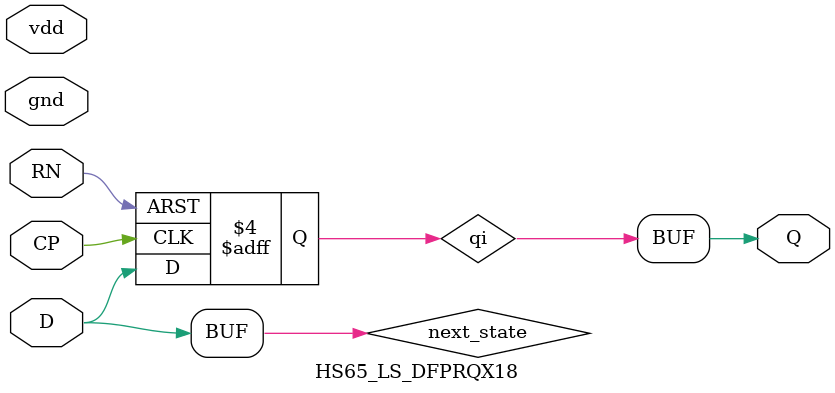
<source format=v>


// Verification Directory fv/INTER_2 

module add_unsigned_carry(A, B, CI, Z);
  input [7:0] A, B;
  input CI;
  output [8:0] Z;
  wire [7:0] A, B;
  wire CI;
  wire [8:0] Z;
  wire n_1, n_3;
  wire w, w0, w1, w2, w3, w4, w5, w6;
  wire w7, w8, w9, w10, w11, w12;
  nand g13 (Z[7], w6, w12);
  or g12 (w12, w11, n_3);
  and g11 (w11, w8, w10);
  nand g10 (w10, w9, A[7]);
  not g9 (w9, B[7]);
  nand g8 (w8, w7, B[7]);
  not g7 (w7, A[7]);
  nand g6 (w6, w3, w5, n_3);
  nand g5 (w5, w4, A[7]);
  not g4 (w4, B[7]);
  nand g3 (w3, w2, B[7]);
  not g2 (w2, A[7]);
  and g84 (Z[8], w0, w1);
  or g1 (w1, A[7], B[7]);
  or g0 (w0, w, n_3);
  and g (w, A[7], B[7]);
  wire w13, w14, w15, w16, w17, w18, w19, w20;
  wire w21, w22, w23, w24, w25, w26;
  nand g28 (Z[6], w20, w26);
  or g27 (w26, w25, n_1);
  and g26 (w25, w22, w24);
  nand g25 (w24, w23, B[6]);
  not g24 (w23, A[6]);
  nand g23 (w22, w21, A[6]);
  not g22 (w21, B[6]);
  nand g21 (w20, w17, w19, n_1);
  nand g20 (w19, w18, B[6]);
  not g19 (w18, A[6]);
  nand g18 (w17, w16, A[6]);
  not g17 (w16, B[6]);
  and g85 (n_3, w14, w15);
  or g16 (w15, B[6], A[6]);
  or g15 (w14, w13, n_1);
  and g14 (w13, B[6], A[6]);
  wire w27, w28, w29, w30;
  nand g33 (Z[5], w28, w30);
  nand g32 (w30, w29, B[5]);
  not g31 (w29, A[5]);
  nand g30 (w28, w27, A[5]);
  not g29 (w27, B[5]);
  and g86 (n_1, B[5], A[5]);
endmodule

module somador_n_np1_bit_width8(a, b, Cin, s);
  input [7:0] a, b;
  input Cin;
  output [8:0] s;
  wire [7:0] a, b;
  wire Cin;
  wire [8:0] s;
  wire UNCONNECTED, UNCONNECTED0, UNCONNECTED1, UNCONNECTED2,
       UNCONNECTED_HIER_Z, UNCONNECTED_HIER_Z0, UNCONNECTED_HIER_Z1,
       UNCONNECTED_HIER_Z2;
  wire UNCONNECTED_HIER_Z3, UNCONNECTED_HIER_Z4, UNCONNECTED_HIER_Z5,
       UNCONNECTED_HIER_Z6, UNCONNECTED_HIER_Z7, UNCONNECTED_HIER_Z8,
       UNCONNECTED_HIER_Z9, n_1;
  add_unsigned_carry addinc_add_41_28(.A ({a[7:5], UNCONNECTED_HIER_Z3,
       UNCONNECTED_HIER_Z2, UNCONNECTED_HIER_Z1, UNCONNECTED_HIER_Z0,
       UNCONNECTED_HIER_Z}), .B ({b[7:5], UNCONNECTED_HIER_Z8,
       UNCONNECTED_HIER_Z7, UNCONNECTED_HIER_Z6, UNCONNECTED_HIER_Z5,
       UNCONNECTED_HIER_Z4}), .CI (UNCONNECTED_HIER_Z9), .Z ({s[8:5],
       UNCONNECTED2, UNCONNECTED1, UNCONNECTED0, UNCONNECTED, n_1}));
endmodule

module add_signed_carry_1420(A, B, CI, Z);
  input [11:0] A, B;
  input CI;
  output [11:0] Z;
  wire [11:0] A, B;
  wire CI;
  wire [11:0] Z;
  wire n_1, n_2, n_3, n_5, n_6, n_7, n_8, n_9;
  wire n_10, n_11, n_12, n_13, n_14, n_15, n_16, n_17;
  wire n_18, n_19, n_20, n_21, n_22, n_23, n_24, n_25;
  wire n_26, n_27, n_28, n_29, n_30, n_31, n_32, n_33;
  wire n_34, n_35, n_36, n_37, n_38, n_39, n_40, n_41;
  wire n_42, n_43, n_44, n_46, n_47, n_48, n_49, n_51;
  wire n_52, n_53, n_55, n_56, n_57, n_58, n_59, n_61;
  wire n_62, n_63, n_66, n_67, n_69, n_71, n_73, n_74;
  not g450 (n_74, n_73);
  nand g451 (n_73, n_71, n_25);
  wire w31;
  nand g453 (n_71, w31, n_69);
  not g34 (w31, n_23);
  wire w32, w33;
  nand g454 (Z[7], w32, w33);
  nand g36 (w33, n_67, n_3);
  or g35 (w32, n_67, n_3);
  wire w34, w35;
  nand g455 (n_69, w35, n_24);
  or g38 (w35, w34, n_31);
  and g37 (w34, n_63, n_51);
  wire w36, w37, w38, w39;
  nand g456 (Z[8], w37, w39);
  nand g42 (w39, w38, n_66);
  not g41 (w38, n_38);
  nand g40 (w37, w36, n_38);
  not g39 (w36, n_66);
  wire w40, w41;
  nand g457 (n_67, w41, n_17);
  or g44 (w41, w40, n_20);
  and g43 (w40, n_59, n_48);
  wire w42;
  nand g458 (n_66, w42, n_22, n_51);
  or g45 (w42, n_58, n_47);
  wire w43, w44, w45, w46;
  nand g459 (Z[6], w44, w46);
  nand g49 (w46, w45, n_62);
  not g48 (w45, n_42);
  nand g47 (w44, w43, n_42);
  not g46 (w43, n_62);
  wire w47, w48, w49, w50;
  nand g460 (Z[5], w48, w50);
  nand g53 (w50, w49, n_61);
  not g52 (w49, n_41);
  nand g51 (w48, w47, n_41);
  not g50 (w47, n_61);
  wire w51;
  nor g461 (n_63, w51, n_21);
  and g54 (w51, n_55, n_43, n_46);
  nand g462 (n_62, n_57, n_48);
  wire w52;
  nand g463 (n_61, w52, n_56);
  not g55 (w52, n_29);
  wire w53, w54, w55, w56;
  nand g464 (Z[4], w54, w56);
  nand g59 (w56, w55, n_55);
  not g58 (w55, n_37);
  nand g57 (w54, w53, n_37);
  not g56 (w53, n_55);
  nand g465 (n_59, n_55, n_43);
  nand g466 (n_58, n_55, n_43);
  nand g467 (n_57, n_55, n_43);
  wire w57;
  nand g468 (n_56, w57, n_55);
  not g60 (w57, n_26);
  nand g469 (n_55, n_53, n_32);
  wire w58, w59;
  nand g471 (n_53, w59, n_33);
  or g62 (w59, w58, n_14);
  and g61 (w58, n_13, n_12);
  wire w60;
  nand g472 (n_52, w60, n_49);
  not g63 (w60, n_14);
  wire w61;
  and g473 (n_51, w61, n_40);
  or g64 (w61, n_48, n_47);
  wire w62, w63;
  nand g474 (Z[2], w62, w63);
  nand g66 (w63, n_39, n_13);
  or g65 (w62, n_39, n_13);
  nand g475 (n_49, n_13, n_16);
  wire w64;
  and g476 (n_48, w64, n_1);
  or g67 (w64, n_28, n_19);
  not g477 (n_46, n_47);
  wire w65;
  and g480 (n_42, w65, n_17);
  not g68 (w65, n_20);
  or g481 (n_47, n_20, n_27);
  wire w66;
  and g482 (n_41, w66, n_1);
  not g69 (w66, n_19);
  nand g483 (n_44, n_33, n_32);
  and g484 (n_43, n_2, n_18);
  or g486 (n_40, n_17, n_27);
  nand g487 (n_39, n_15, n_16);
  wire w67;
  and g488 (n_38, w67, n_24);
  not g70 (w67, n_31);
  nor g489 (n_37, n_26, n_29);
  wire w68;
  nand g490 (n_36, w68, n_34);
  not g71 (w68, n_30);
  wire w69;
  nand g491 (n_35, w69, n_25);
  not g72 (w69, n_23);
  not g492 (n_28, n_29);
  not g494 (n_26, n_2);
  wire w70;
  nand g496 (n_34, w70, A[10]);
  not g73 (w70, A[11]);
  nand g497 (n_33, n_6, A[5]);
  wire w71;
  nand g498 (n_32, w71, n_7);
  not g74 (w71, A[5]);
  wire w72;
  and g499 (n_31, w72, A[10]);
  not g75 (w72, A[8]);
  wire w73;
  and g500 (n_30, w73, A[11]);
  not g76 (w73, A[10]);
  and g501 (n_29, n_9, A[4]);
  and g502 (n_27, n_10, A[9]);
  not g504 (n_22, n_21);
  not g505 (n_19, n_18);
  not g506 (n_15, n_14);
  wire w74;
  nand g507 (n_25, w74, A[9]);
  not g77 (w74, A[11]);
  wire w75;
  nand g508 (n_24, w75, A[8]);
  not g78 (w75, A[10]);
  wire w76;
  and g509 (n_23, w76, A[11]);
  not g79 (w76, A[9]);
  nor g510 (n_21, A[9], n_10);
  and g511 (n_20, n_9, A[8]);
  nand g512 (n_18, n_8, A[7]);
  or g513 (n_17, A[8], n_9);
  nand g514 (n_12, n_11, A[4]);
  nand g515 (n_16, n_11, A[4]);
  nor g516 (n_14, n_11, A[4]);
  and g517 (n_13, n_5, n_6);
  not g519 (n_11, A[2]);
  not g521 (n_10, A[7]);
  not g524 (n_9, A[6]);
  not g526 (n_8, A[5]);
  not g528 (n_7, n_6);
  not g529 (n_6, A[3]);
  not fopt (n_5, A[2]);
  wire w77;
  and g2 (Z[11], w77, n_34);
  or g80 (w77, n_74, n_30);
  wire w78;
  nand g532 (n_3, w78, n_22);
  not g81 (w78, n_27);
  or g533 (n_2, A[4], n_9);
  or g534 (n_1, n_8, A[7]);
  wire w79, w80, w81;
  nand g536 (Z[1], w79, w81);
  nand g87 (w81, w80, n_11);
  not g83 (w80, n_6);
  or g82 (w79, n_7, n_11);
  wire w82, w83;
  nand g537 (Z[10], w82, w83);
  nand g89 (w83, n_36, n_73);
  or g88 (w82, n_36, n_73);
  wire w84, w85;
  nand g538 (Z[9], w84, w85);
  nand g91 (w85, n_35, n_69);
  or g90 (w84, n_35, n_69);
  wire w86, w87;
  nand g539 (Z[3], w86, w87);
  nand g93 (w87, n_52, n_44);
  or g92 (w86, n_52, n_44);
endmodule

module add_signed_carry_24_1355(A, B, CI, Z);
  input [13:0] A, B;
  input CI;
  output [13:0] Z;
  wire [13:0] A, B;
  wire CI;
  wire [13:0] Z;
  wire UNCONNECTED3, n_0, n_1, n_2, n_3, n_4, n_5, n_6;
  wire n_8, n_9, n_10, n_11, n_12, n_13, n_14, n_15;
  wire n_16, n_17, n_18, n_19, n_20, n_21, n_23, n_24;
  wire n_26, n_27, n_28, n_29, n_31, n_32, n_33, n_34;
  wire n_35, n_37, n_40, n_42, n_43, n_44, n_45, n_47;
  wire n_49, n_50, n_51, n_54, n_55, n_58, n_59, n_60;
  wire n_87, n_88;
  wire w88, w89;
  nand g482 (Z[13], w88, w89);
  nand g95 (w89, n_60, n_23);
  or g94 (w88, n_60, n_23);
  wire w90, w91, w92, w93, w94, w95, w96, w97;
  wire w98, w99, w100, w101, w102, w103;
  nand g110 (Z[12], w97, w103);
  or g109 (w103, w102, n_58);
  and g108 (w102, w99, w101);
  nand g107 (w101, w100, A[12]);
  not g106 (w100, B[11]);
  nand g105 (w99, w98, B[11]);
  not g104 (w98, A[12]);
  nand g103 (w97, w94, w96, n_58);
  nand g102 (w96, w95, A[12]);
  not g101 (w95, B[11]);
  nand g100 (w94, w93, B[11]);
  not g99 (w93, A[12]);
  and g483 (n_60, w91, w92);
  or g98 (w92, A[12], B[11]);
  or g97 (w91, w90, n_58);
  and g96 (w90, A[12], B[11]);
  wire w104;
  nand g485 (n_59, w104, n_8);
  or g111 (w104, n_55, n_17);
  wire w105;
  nand g486 (n_58, w105, n_13, n_37);
  or g112 (w105, n_51, n_31);
  wire w106, w107;
  nand g488 (Z[9], w106, w107);
  nand g114 (w107, n_54, n_3);
  or g113 (w106, n_54, n_3);
  wire w108;
  and g489 (n_55, w108, n_34);
  or g115 (w108, n_50, n_32);
  wire w109;
  and g490 (n_54, w109, n_12);
  or g116 (w109, n_50, n_10);
  wire w110, w111, w112, w113;
  nand g492 (Z[7], w111, w113);
  nand g120 (w113, w112, n_49);
  not g119 (w112, n_4);
  nand g118 (w111, w110, n_4);
  not g117 (w110, n_49);
  or g493 (n_51, n_50, n_32);
  nor g494 (n_50, n_47, n_88);
  wire w114;
  nand g495 (n_49, w114, n_11);
  or g121 (w114, n_45, n_6);
  wire w115, w116;
  nand g496 (Z[6], w115, w116);
  nand g123 (w116, n_44, n_5);
  or g122 (w115, n_44, n_5);
  wire w117;
  nand g497 (n_47, w117, n_15);
  or g124 (w117, n_6, n_18, n_43);
  wire w118, w119;
  nand g498 (Z[5], w118, w119);
  nand g126 (w119, n_27, n_42);
  or g125 (w118, n_27, n_42);
  not g499 (n_45, n_44);
  nand g500 (n_44, n_43, n_33);
  wire w120;
  nand g501 (n_43, w120, n_40);
  or g127 (w120, B[5], A[5]);
  or g502 (n_42, n_40, n_9);
  wire w121, w122;
  nand g503 (Z[4], w121, w122);
  nand g129 (w122, n_24, n_0);
  or g128 (w121, n_24, n_0);
  wire w123;
  and g504 (n_40, w123, n_0);
  not g130 (w123, n_21);
  wire w124, w125;
  and g508 (n_37, w124, w125);
  or g132 (w125, n_19, n_8);
  or g131 (w124, n_34, n_31);
  wire w126;
  nand g510 (n_35, w126, B[2]);
  not g133 (w126, n_20);
  wire w127;
  and g511 (n_34, w127, n_14);
  or g134 (w127, n_16, n_12);
  wire w128, w129, w130;
  nand g512 (n_33, w129, w130);
  or g137 (w130, B[5], A[5]);
  or g136 (w129, w128, n_9);
  and g135 (w128, B[5], A[5]);
  or g513 (n_32, n_10, n_16);
  wire w131;
  and g515 (n_29, w131, n_13);
  not g138 (w131, n_19);
  or g516 (n_31, n_17, n_19);
  wire w132;
  and g517 (n_28, w132, n_8);
  not g139 (w132, n_17);
  wire w133, w134;
  nand g518 (n_27, w133, w134);
  nand g141 (w134, B[5], A[5]);
  or g140 (w133, B[5], A[5]);
  and g519 (n_26, n_2, n_12);
  wire w135, w136;
  nand g520 (Z[1], w135, w136);
  nand g143 (w136, B[1], A[4]);
  or g142 (w135, B[1], A[4]);
  or g523 (n_24, n_21, n_9);
  wire w137, w138;
  nand g524 (n_23, w137, w138);
  nand g145 (w138, B[11], A[13]);
  or g144 (w137, B[11], A[13]);
  not g529 (n_18, n_1);
  nor g530 (n_21, B[4], A[4]);
  nor g531 (n_6, B[6], A[6]);
  wire w139;
  nand g532 (n_20, w139, B[1]);
  not g146 (w139, A[4]);
  nor g533 (n_19, B[11], A[11]);
  nor g535 (n_17, B[10], A[10]);
  nor g536 (n_16, B[9], A[9]);
  not g539 (n_10, n_2);
  nand g540 (n_15, B[7], A[7]);
  nand g541 (n_14, B[9], A[9]);
  nand g542 (n_13, B[11], A[11]);
  nand g543 (n_12, B[8], A[8]);
  nand g544 (n_11, B[6], A[6]);
  and g546 (n_9, B[4], A[4]);
  nand g547 (n_8, B[10], A[10]);
  wire w140;
  nand g2 (n_5, w140, n_11);
  not g147 (w140, n_6);
  wire w141;
  and g552 (n_4, w141, n_15);
  not g148 (w141, n_18);
  wire w142;
  and g553 (n_3, w142, n_14);
  not g149 (w142, n_16);
  or g554 (n_2, B[8], A[8]);
  or g555 (n_1, B[7], A[7]);
  wire w143;
  and g556 (n_0, w143, B[3]);
  not g150 (w143, n_35);
  wire w144, w145, w146, w147, w148;
  nand g155 (Z[11], w146, w148);
  nand g154 (w148, w147, n_59);
  not g153 (w147, n_29);
  nand g152 (w146, w145, n_29);
  not g151 (w145, n_59);
  and g558 (w144, n_59, n_29);
  wire w149, w150;
  nand g559 (Z[10], w149, w150);
  nand g157 (w150, n_28, n_55);
  or g156 (w149, n_28, n_55);
  wire w151, w152;
  nand g560 (Z[8], w151, w152);
  nand g159 (w152, n_26, n_50);
  or g158 (w151, n_26, n_50);
  wire w153, w154;
  nand g561 (Z[3], w153, w154);
  nand g161 (w154, n_35, B[3]);
  or g160 (w153, n_35, B[3]);
  wire w155;
  and g562 (n_88, w155, n_1);
  not g162 (w155, n_87);
  wire w156;
  and g3 (n_87, w156, n_11);
  or g163 (w156, n_33, n_6);
  wire w157, w158;
  nand g563 (Z[2], w157, w158);
  nand g165 (w158, n_20, B[2]);
  or g164 (w157, n_20, B[2]);
endmodule

module add_signed_carry(A, B, CI, Z);
  input [11:0] A, B;
  input CI;
  output [11:0] Z;
  wire [11:0] A, B;
  wire CI;
  wire [11:0] Z;
  wire n_1, n_2, n_3, n_5, n_6, n_7, n_8, n_9;
  wire n_10, n_11, n_12, n_13, n_14, n_15, n_16, n_17;
  wire n_18, n_19, n_20, n_21, n_22, n_23, n_24, n_25;
  wire n_26, n_27, n_28, n_29, n_30, n_31, n_32, n_33;
  wire n_34, n_35, n_36, n_37, n_38, n_39, n_40, n_41;
  wire n_42, n_43, n_44, n_46, n_47, n_48, n_49, n_51;
  wire n_52, n_53, n_55, n_56, n_57, n_58, n_59, n_61;
  wire n_62, n_63, n_66, n_67, n_69, n_71, n_73, n_74;
  not g450 (n_74, n_73);
  nand g451 (n_73, n_71, n_25);
  wire w159;
  nand g453 (n_71, w159, n_69);
  not g166 (w159, n_23);
  wire w160, w161;
  nand g454 (Z[7], w160, w161);
  nand g168 (w161, n_67, n_3);
  or g167 (w160, n_67, n_3);
  wire w162, w163;
  nand g455 (n_69, w163, n_24);
  or g170 (w163, w162, n_31);
  and g169 (w162, n_63, n_51);
  wire w164, w165, w166, w167;
  nand g456 (Z[8], w165, w167);
  nand g174 (w167, w166, n_66);
  not g173 (w166, n_38);
  nand g172 (w165, w164, n_38);
  not g171 (w164, n_66);
  wire w168, w169;
  nand g457 (n_67, w169, n_17);
  or g176 (w169, w168, n_20);
  and g175 (w168, n_59, n_48);
  wire w170;
  nand g458 (n_66, w170, n_22, n_51);
  or g177 (w170, n_58, n_47);
  wire w171, w172, w173, w174;
  nand g459 (Z[6], w172, w174);
  nand g181 (w174, w173, n_62);
  not g180 (w173, n_42);
  nand g179 (w172, w171, n_42);
  not g178 (w171, n_62);
  wire w175, w176, w177, w178;
  nand g460 (Z[5], w176, w178);
  nand g185 (w178, w177, n_61);
  not g184 (w177, n_41);
  nand g183 (w176, w175, n_41);
  not g182 (w175, n_61);
  wire w179;
  nor g461 (n_63, w179, n_21);
  and g186 (w179, n_55, n_43, n_46);
  nand g462 (n_62, n_57, n_48);
  wire w180;
  nand g463 (n_61, w180, n_56);
  not g187 (w180, n_29);
  wire w181, w182, w183, w184;
  nand g464 (Z[4], w182, w184);
  nand g191 (w184, w183, n_55);
  not g190 (w183, n_37);
  nand g189 (w182, w181, n_37);
  not g188 (w181, n_55);
  nand g465 (n_59, n_55, n_43);
  nand g466 (n_58, n_55, n_43);
  nand g467 (n_57, n_55, n_43);
  wire w185;
  nand g468 (n_56, w185, n_55);
  not g192 (w185, n_26);
  nand g469 (n_55, n_53, n_32);
  wire w186, w187;
  nand g471 (n_53, w187, n_33);
  or g194 (w187, w186, n_14);
  and g193 (w186, n_13, n_12);
  wire w188;
  nand g472 (n_52, w188, n_49);
  not g195 (w188, n_14);
  wire w189;
  and g473 (n_51, w189, n_40);
  or g196 (w189, n_48, n_47);
  wire w190, w191;
  nand g474 (Z[2], w190, w191);
  nand g198 (w191, n_39, n_13);
  or g197 (w190, n_39, n_13);
  nand g475 (n_49, n_13, n_16);
  wire w192;
  and g476 (n_48, w192, n_1);
  or g199 (w192, n_28, n_19);
  not g477 (n_46, n_47);
  wire w193;
  and g480 (n_42, w193, n_17);
  not g200 (w193, n_20);
  or g481 (n_47, n_20, n_27);
  wire w194;
  and g482 (n_41, w194, n_1);
  not g201 (w194, n_19);
  nand g483 (n_44, n_33, n_32);
  and g484 (n_43, n_2, n_18);
  or g486 (n_40, n_17, n_27);
  nand g487 (n_39, n_15, n_16);
  wire w195;
  and g488 (n_38, w195, n_24);
  not g202 (w195, n_31);
  nor g489 (n_37, n_26, n_29);
  wire w196;
  nand g490 (n_36, w196, n_34);
  not g203 (w196, n_30);
  wire w197;
  nand g491 (n_35, w197, n_25);
  not g204 (w197, n_23);
  not g492 (n_28, n_29);
  not g494 (n_26, n_2);
  wire w198;
  nand g496 (n_34, w198, A[10]);
  not g205 (w198, A[11]);
  nand g497 (n_33, n_6, A[5]);
  wire w199;
  nand g498 (n_32, w199, n_7);
  not g206 (w199, A[5]);
  wire w200;
  and g499 (n_31, w200, A[10]);
  not g207 (w200, A[8]);
  wire w201;
  and g500 (n_30, w201, A[11]);
  not g208 (w201, A[10]);
  and g501 (n_29, n_9, A[4]);
  and g502 (n_27, n_10, A[9]);
  not g504 (n_22, n_21);
  not g505 (n_19, n_18);
  not g506 (n_15, n_14);
  wire w202;
  nand g507 (n_25, w202, A[9]);
  not g209 (w202, A[11]);
  wire w203;
  nand g508 (n_24, w203, A[8]);
  not g210 (w203, A[10]);
  wire w204;
  and g509 (n_23, w204, A[11]);
  not g211 (w204, A[9]);
  nor g510 (n_21, A[9], n_10);
  and g511 (n_20, n_9, A[8]);
  nand g512 (n_18, n_8, A[7]);
  or g513 (n_17, A[8], n_9);
  nand g514 (n_12, n_11, A[4]);
  nand g515 (n_16, n_11, A[4]);
  nor g516 (n_14, n_11, A[4]);
  and g517 (n_13, n_5, n_6);
  not g519 (n_11, A[2]);
  not g521 (n_10, A[7]);
  not g524 (n_9, A[6]);
  not g526 (n_8, A[5]);
  not g528 (n_7, n_6);
  not g529 (n_6, A[3]);
  not fopt (n_5, A[2]);
  wire w205;
  and g2 (Z[11], w205, n_34);
  or g212 (w205, n_74, n_30);
  wire w206;
  nand g532 (n_3, w206, n_22);
  not g213 (w206, n_27);
  or g533 (n_2, A[4], n_9);
  or g534 (n_1, n_8, A[7]);
  wire w207, w208, w209;
  nand g536 (Z[1], w207, w209);
  nand g216 (w209, w208, n_11);
  not g215 (w208, n_6);
  or g214 (w207, n_7, n_11);
  wire w210, w211;
  nand g537 (Z[10], w210, w211);
  nand g218 (w211, n_36, n_73);
  or g217 (w210, n_36, n_73);
  wire w212, w213;
  nand g538 (Z[9], w212, w213);
  nand g220 (w213, n_35, n_69);
  or g219 (w212, n_35, n_69);
  wire w214, w215;
  nand g539 (Z[3], w214, w215);
  nand g222 (w215, n_52, n_44);
  or g221 (w214, n_52, n_44);
endmodule

module add_signed_carry_24(A, B, CI, Z);
  input [13:0] A, B;
  input CI;
  output [13:0] Z;
  wire [13:0] A, B;
  wire CI;
  wire [13:0] Z;
  wire UNCONNECTED4, n_0, n_1, n_2, n_3, n_4, n_5, n_6;
  wire n_8, n_9, n_10, n_11, n_12, n_13, n_14, n_15;
  wire n_16, n_17, n_18, n_19, n_20, n_21, n_23, n_24;
  wire n_26, n_27, n_28, n_29, n_31, n_32, n_33, n_34;
  wire n_35, n_37, n_40, n_42, n_43, n_44, n_45, n_47;
  wire n_49, n_50, n_51, n_54, n_55, n_58, n_59, n_60;
  wire n_87, n_88;
  wire w216, w217;
  nand g482 (Z[13], w216, w217);
  nand g224 (w217, n_60, n_23);
  or g223 (w216, n_60, n_23);
  wire w218, w219, w220, w221, w222, w223, w224, w225;
  wire w226, w227, w228, w229, w230, w231;
  nand g239 (Z[12], w225, w231);
  or g238 (w231, w230, n_58);
  and g237 (w230, w227, w229);
  nand g236 (w229, w228, A[12]);
  not g235 (w228, B[11]);
  nand g234 (w227, w226, B[11]);
  not g233 (w226, A[12]);
  nand g232 (w225, w222, w224, n_58);
  nand g231 (w224, w223, A[12]);
  not g230 (w223, B[11]);
  nand g229 (w222, w221, B[11]);
  not g228 (w221, A[12]);
  and g483 (n_60, w219, w220);
  or g227 (w220, A[12], B[11]);
  or g226 (w219, w218, n_58);
  and g225 (w218, A[12], B[11]);
  wire w232;
  nand g485 (n_59, w232, n_8);
  or g240 (w232, n_55, n_17);
  wire w233;
  nand g486 (n_58, w233, n_13, n_37);
  or g241 (w233, n_51, n_31);
  wire w234, w235;
  nand g488 (Z[9], w234, w235);
  nand g243 (w235, n_54, n_3);
  or g242 (w234, n_54, n_3);
  wire w236;
  and g489 (n_55, w236, n_34);
  or g244 (w236, n_50, n_32);
  wire w237;
  and g490 (n_54, w237, n_12);
  or g245 (w237, n_50, n_10);
  wire w238, w239, w240, w241;
  nand g492 (Z[7], w239, w241);
  nand g249 (w241, w240, n_49);
  not g248 (w240, n_4);
  nand g247 (w239, w238, n_4);
  not g246 (w238, n_49);
  or g493 (n_51, n_50, n_32);
  nor g494 (n_50, n_47, n_88);
  wire w242;
  nand g495 (n_49, w242, n_11);
  or g250 (w242, n_45, n_6);
  wire w243, w244;
  nand g496 (Z[6], w243, w244);
  nand g252 (w244, n_44, n_5);
  or g251 (w243, n_44, n_5);
  wire w245;
  nand g497 (n_47, w245, n_15);
  or g253 (w245, n_6, n_18, n_43);
  wire w246, w247;
  nand g498 (Z[5], w246, w247);
  nand g255 (w247, n_27, n_42);
  or g254 (w246, n_27, n_42);
  not g499 (n_45, n_44);
  nand g500 (n_44, n_43, n_33);
  wire w248;
  nand g501 (n_43, w248, n_40);
  or g256 (w248, B[5], A[5]);
  or g502 (n_42, n_40, n_9);
  wire w249, w250;
  nand g503 (Z[4], w249, w250);
  nand g258 (w250, n_24, n_0);
  or g257 (w249, n_24, n_0);
  wire w251;
  and g504 (n_40, w251, n_0);
  not g259 (w251, n_21);
  wire w252, w253;
  and g508 (n_37, w252, w253);
  or g261 (w253, n_19, n_8);
  or g260 (w252, n_34, n_31);
  wire w254;
  nand g510 (n_35, w254, B[2]);
  not g262 (w254, n_20);
  wire w255;
  and g511 (n_34, w255, n_14);
  or g263 (w255, n_16, n_12);
  wire w256, w257, w258;
  nand g512 (n_33, w257, w258);
  or g266 (w258, B[5], A[5]);
  or g265 (w257, w256, n_9);
  and g264 (w256, B[5], A[5]);
  or g513 (n_32, n_10, n_16);
  wire w259;
  and g515 (n_29, w259, n_13);
  not g267 (w259, n_19);
  or g516 (n_31, n_17, n_19);
  wire w260;
  and g517 (n_28, w260, n_8);
  not g268 (w260, n_17);
  wire w261, w262;
  nand g518 (n_27, w261, w262);
  nand g270 (w262, B[5], A[5]);
  or g269 (w261, B[5], A[5]);
  and g519 (n_26, n_2, n_12);
  wire w263, w264;
  nand g520 (Z[1], w263, w264);
  nand g272 (w264, B[1], A[4]);
  or g271 (w263, B[1], A[4]);
  or g523 (n_24, n_21, n_9);
  wire w265, w266;
  nand g524 (n_23, w265, w266);
  nand g274 (w266, B[11], A[13]);
  or g273 (w265, B[11], A[13]);
  not g529 (n_18, n_1);
  nor g530 (n_21, B[4], A[4]);
  nor g531 (n_6, B[6], A[6]);
  wire w267;
  nand g532 (n_20, w267, B[1]);
  not g275 (w267, A[4]);
  nor g533 (n_19, B[11], A[11]);
  nor g535 (n_17, B[10], A[10]);
  nor g536 (n_16, B[9], A[9]);
  not g539 (n_10, n_2);
  nand g540 (n_15, B[7], A[7]);
  nand g541 (n_14, B[9], A[9]);
  nand g542 (n_13, B[11], A[11]);
  nand g543 (n_12, B[8], A[8]);
  nand g544 (n_11, B[6], A[6]);
  and g546 (n_9, B[4], A[4]);
  nand g547 (n_8, B[10], A[10]);
  wire w268;
  nand g2 (n_5, w268, n_11);
  not g276 (w268, n_6);
  wire w269;
  and g552 (n_4, w269, n_15);
  not g277 (w269, n_18);
  wire w270;
  and g553 (n_3, w270, n_14);
  not g278 (w270, n_16);
  or g554 (n_2, B[8], A[8]);
  or g555 (n_1, B[7], A[7]);
  wire w271;
  and g556 (n_0, w271, B[3]);
  not g279 (w271, n_35);
  wire w272, w273, w274, w275, w276;
  nand g284 (Z[11], w274, w276);
  nand g283 (w276, w275, n_59);
  not g282 (w275, n_29);
  nand g281 (w274, w273, n_29);
  not g280 (w273, n_59);
  and g558 (w272, n_59, n_29);
  wire w277, w278;
  nand g559 (Z[10], w277, w278);
  nand g286 (w278, n_28, n_55);
  or g285 (w277, n_28, n_55);
  wire w279, w280;
  nand g560 (Z[8], w279, w280);
  nand g288 (w280, n_26, n_50);
  or g287 (w279, n_26, n_50);
  wire w281, w282;
  nand g561 (Z[3], w281, w282);
  nand g290 (w282, n_35, B[3]);
  or g289 (w281, n_35, B[3]);
  wire w283;
  and g562 (n_88, w283, n_1);
  not g291 (w283, n_87);
  wire w284;
  and g3 (n_87, w284, n_11);
  or g292 (w284, n_33, n_6);
  wire w285, w286;
  nand g563 (Z[2], w285, w286);
  nand g294 (w286, n_20, B[2]);
  or g293 (w285, n_20, B[2]);
endmodule

module csa_tree_U_S1_add_18_10_group_14(in_0, in_1, in_2, out_0);
  input [13:0] in_0;
  input [11:0] in_1;
  input [15:0] in_2;
  output [15:0] out_0;
  wire [13:0] in_0;
  wire [11:0] in_1;
  wire [15:0] in_2;
  wire [15:0] out_0;
  wire n_0, n_2, n_3, n_4, n_5, n_6, n_7, n_8;
  wire n_9, n_10, n_11, n_12, n_13, n_14, n_15, n_16;
  wire n_17, n_18, n_19, n_20, n_21, n_64, n_65, n_66;
  wire n_67, n_68, n_69, n_70, n_71, n_72, n_73, n_74;
  wire n_75, n_76, n_77, n_78, n_79, n_80, n_81, n_82;
  wire n_83, n_85, n_86, n_87, n_89, n_90, n_91, n_92;
  wire n_93, n_94, n_95, n_96, n_97, n_98, n_101, n_102;
  wire n_103, n_104, n_105, n_106, n_107, n_108, n_109, n_110;
  wire n_111, n_112;
  not g4 (n_0, in_2[15]);
  wire w287, w288, w289, w290, w291, w292, w293, w294;
  wire w295, w296, w297, w298, w299, w300;
  nand g323 (n_7, w294, w300);
  or g322 (w300, w299, n_76);
  and g321 (w299, w296, w298);
  nand g320 (w298, w297, n_73);
  not g319 (w297, in_2[9]);
  nand g318 (w296, w295, in_2[9]);
  not g317 (w295, n_73);
  nand g316 (w294, w291, w293, n_76);
  nand g315 (w293, w292, n_73);
  not g314 (w292, in_2[9]);
  nand g313 (w291, w290, in_2[9]);
  not g310 (w290, n_73);
  and g484 (n_18, w288, w289);
  or g306 (w289, n_73, in_2[9]);
  or g296 (w288, w287, n_76);
  and g295 (w287, n_73, in_2[9]);
  wire w301, w302, w303, w304, w305, w306, w307, w308;
  wire w309, w310, w311, w312, w313, w314;
  nand g338 (n_9, w308, w314);
  or g337 (w314, w313, n_69);
  and g336 (w313, w310, w312);
  nand g335 (w312, w311, in_2[11]);
  not g334 (w311, n_80);
  nand g333 (w310, w309, n_80);
  not g332 (w309, in_2[11]);
  nand g331 (w308, w305, w307, n_69);
  nand g330 (w307, w306, in_2[11]);
  not g329 (w306, n_80);
  nand g328 (w305, w304, n_80);
  not g327 (w304, in_2[11]);
  and g485 (n_10, w302, w303);
  or g326 (w303, in_2[11], n_80);
  or g325 (w302, w301, n_69);
  and g324 (w301, in_2[11], n_80);
  wire w315, w316, w317, w318, w319, w320, w321, w322;
  wire w323, w324, w325, w326, w327, w328;
  nand g353 (n_8, w322, w328);
  or g352 (w328, w327, n_81);
  and g351 (w327, w324, w326);
  nand g350 (w326, w325, in_2[10]);
  not g349 (w325, n_72);
  nand g348 (w324, w323, n_72);
  not g347 (w323, in_2[10]);
  nand g346 (w322, w319, w321, n_81);
  nand g345 (w321, w320, in_2[10]);
  not g344 (w320, n_72);
  nand g343 (w319, w318, n_72);
  not g342 (w318, in_2[10]);
  and g486 (n_19, w316, w317);
  or g341 (w317, in_2[10], n_72);
  or g340 (w316, w315, n_81);
  and g339 (w315, in_2[10], n_72);
  wire w329, w330, w331, w332, w333, w334, w335, w336;
  wire w337, w338, w339, w340, w341, w342;
  nand g368 (n_5, w336, w342);
  or g367 (w342, w341, in_2[7]);
  and g366 (w341, w338, w340);
  nand g365 (w340, w339, n_71);
  not g364 (w339, n_74);
  nand g363 (w338, w337, n_74);
  not g362 (w337, n_71);
  nand g361 (w336, w333, w335, in_2[7]);
  nand g360 (w335, w334, n_71);
  not g359 (w334, n_74);
  nand g358 (w333, w332, n_74);
  not g357 (w332, n_71);
  and g487 (n_16, w330, w331);
  or g356 (w331, n_71, n_74);
  or g355 (w330, w329, in_2[7]);
  and g354 (w329, n_71, n_74);
  wire w343, w344, w345, w346, w347, w348, w349, w350;
  wire w351, w352, w353, w354, w355, w356;
  nand g383 (n_4, w350, w356);
  or g382 (w356, w355, n_75);
  and g381 (w355, w352, w354);
  nand g380 (w354, w353, in_0[5]);
  not g379 (w353, in_2[6]);
  nand g378 (w352, w351, in_2[6]);
  not g377 (w351, in_0[5]);
  nand g376 (w350, w347, w349, n_75);
  nand g375 (w349, w348, in_0[5]);
  not g374 (w348, in_2[6]);
  nand g373 (w347, w346, in_2[6]);
  not g372 (w346, in_0[5]);
  and g488 (n_15, w344, w345);
  or g371 (w345, in_0[5], in_2[6]);
  or g370 (w344, w343, n_75);
  and g369 (w343, in_0[5], in_2[6]);
  wire w357, w358, w359, w360, w361, w362, w363, w364;
  wire w365, w366, w367, w368, w369, w370;
  nand g398 (n_6, w364, w370);
  or g397 (w370, w369, n_77);
  and g396 (w369, w366, w368);
  nand g395 (w368, w367, in_2[8]);
  not g394 (w367, n_70);
  nand g393 (w366, w365, n_70);
  not g392 (w365, in_2[8]);
  nand g391 (w364, w361, w363, n_77);
  nand g390 (w363, w362, in_2[8]);
  not g389 (w362, n_70);
  nand g388 (w361, w360, n_70);
  not g387 (w360, in_2[8]);
  and g489 (n_17, w358, w359);
  or g386 (w359, in_2[8], n_70);
  or g385 (w358, w357, n_77);
  and g384 (w357, in_2[8], n_70);
  wire w371, w372, w373, w374, w375, w376, w377, w378;
  wire w379, w380, w381, w382, w383, w384;
  nand g413 (n_20, w378, w384);
  or g412 (w384, w383, n_64);
  and g411 (w383, w380, w382);
  nand g410 (w382, w381, n_66);
  not g409 (w381, in_2[12]);
  nand g408 (w380, w379, in_2[12]);
  not g407 (w379, n_66);
  nand g406 (w378, w375, w377, n_64);
  nand g405 (w377, w376, n_66);
  not g404 (w376, in_2[12]);
  nand g403 (w375, w374, in_2[12]);
  not g402 (w374, n_66);
  and g490 (n_11, w372, w373);
  or g401 (w373, n_66, in_2[12]);
  or g400 (w372, w371, n_64);
  and g399 (w371, n_66, in_2[12]);
  wire w385, w386, w387, w388, w389, w390, w391, w392;
  wire w393, w394, w395, w396, w397, w398;
  nand g428 (n_21, w392, w398);
  or g427 (w398, w397, in_2[13]);
  and g426 (w397, w394, w396);
  nand g425 (w396, w395, n_67);
  not g424 (w395, in_0[12]);
  nand g423 (w394, w393, in_0[12]);
  not g422 (w393, n_67);
  nand g421 (w392, w389, w391, in_2[13]);
  nand g420 (w391, w390, n_67);
  not g419 (w390, in_0[12]);
  nand g418 (w389, w388, in_0[12]);
  not g417 (w388, n_67);
  and g491 (n_12, w386, w387);
  or g416 (w387, n_67, in_0[12]);
  or g415 (w386, w385, in_2[13]);
  and g414 (w385, n_67, in_0[12]);
  wire w399, w400;
  or g492 (n_14, w400, n_78);
  and g430 (w400, w399, n_65);
  or g429 (w399, in_2[5], in_2[9]);
  wire w401, w402, w403;
  nand g493 (n_3, w401, w403);
  nand g433 (w403, w402, n_79);
  not g432 (w402, n_65);
  or g431 (w401, in_0[5], n_79);
  wire w404, w405, w406, w407;
  nand g438 (n_81, w405, w407);
  nand g437 (w407, w406, in_2[14]);
  not g436 (w406, in_0[10]);
  nand g435 (w405, w404, in_0[10]);
  not g434 (w404, in_2[14]);
  and g494 (n_80, in_2[14], in_0[10]);
  wire w408, w409, w410, w411;
  nand g443 (n_79, w409, w411);
  nand g442 (w411, w410, in_2[5]);
  not g441 (w410, in_2[9]);
  nand g440 (w409, w408, in_2[9]);
  not g439 (w408, in_2[5]);
  and g495 (n_78, in_2[5], in_2[9]);
  wire w412, w413, w414, w415;
  nand g448 (n_77, w413, w415);
  nand g447 (w415, w414, in_2[12]);
  not g446 (w414, in_0[8]);
  nand g445 (w413, w412, in_0[8]);
  not g444 (w412, in_2[12]);
  and g496 (n_76, in_2[12], in_0[8]);
  wire w416, w417, w418, w419;
  nand g479 (n_75, w417, w419);
  nand g478 (w419, w418, in_2[10]);
  not g470 (w418, in_0[6]);
  nand g452 (w417, w416, in_0[6]);
  not g449 (w416, in_2[10]);
  and g497 (n_74, in_2[10], in_0[6]);
  wire w420, w421, w422, w423;
  nand g548 (n_2, w421, w423);
  nand g545 (w423, w422, in_2[8]);
  not g527 (w422, in_0[4]);
  nand g525 (w421, w420, in_0[4]);
  not g522 (w420, in_2[8]);
  and g498 (n_13, in_2[8], in_0[4]);
  wire w424, w425, w426, w427;
  nand g564 (n_73, w425, w427);
  nand g557 (w427, w426, in_2[13]);
  not g551 (w426, in_0[9]);
  nand g550 (w425, w424, in_0[9]);
  not g549 (w424, in_2[13]);
  and g499 (n_72, in_2[13], in_0[9]);
  wire w428, w429, w430, w431;
  nand g569 (n_71, w429, w431);
  nand g568 (w431, w430, in_2[11]);
  not g567 (w430, in_0[7]);
  nand g566 (w429, w428, in_0[7]);
  not g565 (w428, in_2[11]);
  and g500 (n_70, in_2[11], in_0[7]);
  nand g501 (n_69, n_68, n_64);
  wire w432;
  nand g503 (n_68, w432, in_0[11]);
  not g570 (w432, in_2[15]);
  not g504 (n_67, in_0[13]);
  not g505 (n_66, in_0[12]);
  not g507 (n_65, in_0[5]);
  wire w433;
  nand g2 (n_64, w433, in_2[15]);
  not g571 (w433, in_0[11]);
  wire w434, w435;
  nand g280 (out_0[15], w434, w435);
  nand g573 (w435, n_93, n_110);
  or g572 (w434, n_93, n_110);
  wire w436, w437, w438, w439, w440, w441, w442, w443;
  wire w444, w445, w446, w447, w448, w449;
  nand g588 (out_0[14], w443, w449);
  or g587 (w449, w448, n_109);
  and g586 (w448, w445, w447);
  nand g585 (w447, w446, n_12);
  not g584 (w446, n_82);
  nand g583 (w445, w444, n_82);
  not g582 (w444, n_12);
  nand g581 (w443, w440, w442, n_109);
  nand g580 (w442, w441, n_12);
  not g579 (w441, n_82);
  nand g578 (w440, w439, n_82);
  not g577 (w439, n_12);
  and g281 (n_110, w437, w438);
  or g576 (w438, n_12, n_82);
  or g575 (w437, w436, n_109);
  and g574 (w436, n_12, n_82);
  wire w450, w451, w452, w453, w454, w455, w456, w457;
  wire w458, w459, w460, w461, w462, w463;
  nand g603 (out_0[13], w457, w463);
  or g602 (w463, w462, n_108);
  and g601 (w462, w459, w461);
  nand g600 (w461, w460, n_21);
  not g599 (w460, n_11);
  nand g598 (w459, w458, n_11);
  not g597 (w458, n_21);
  nand g596 (w457, w454, w456, n_108);
  nand g595 (w456, w455, n_21);
  not g594 (w455, n_11);
  nand g593 (w454, w453, n_11);
  not g592 (w453, n_21);
  and g282 (n_109, w451, w452);
  or g591 (w452, n_21, n_11);
  or g590 (w451, w450, n_108);
  and g589 (w450, n_21, n_11);
  wire w464, w465, w466, w467, w468, w469, w470, w471;
  wire w472, w473, w474, w475, w476, w477;
  nand g618 (out_0[12], w471, w477);
  or g617 (w477, w476, n_107);
  and g616 (w476, w473, w475);
  nand g615 (w475, w474, n_20);
  not g614 (w474, n_10);
  nand g613 (w473, w472, n_10);
  not g612 (w472, n_20);
  nand g611 (w471, w468, w470, n_107);
  nand g610 (w470, w469, n_20);
  not g609 (w469, n_10);
  nand g608 (w468, w467, n_10);
  not g607 (w467, n_20);
  and g283 (n_108, w465, w466);
  or g606 (w466, n_20, n_10);
  or g605 (w465, w464, n_107);
  and g604 (w464, n_20, n_10);
  wire w478, w479, w480, w481, w482, w483, w484, w485;
  wire w486, w487, w488, w489, w490, w491;
  nand g633 (out_0[11], w485, w491);
  or g632 (w491, w490, n_106);
  and g631 (w490, w487, w489);
  nand g630 (w489, w488, n_19);
  not g629 (w488, n_9);
  nand g628 (w487, w486, n_9);
  not g627 (w486, n_19);
  nand g626 (w485, w482, w484, n_106);
  nand g625 (w484, w483, n_19);
  not g624 (w483, n_9);
  nand g623 (w482, w481, n_9);
  not g622 (w481, n_19);
  and g284 (n_107, w479, w480);
  or g621 (w480, n_19, n_9);
  or g620 (w479, w478, n_106);
  and g619 (w478, n_19, n_9);
  wire w492, w493, w494, w495, w496, w497, w498, w499;
  wire w500, w501, w502, w503, w504, w505;
  nand g648 (out_0[10], w499, w505);
  or g647 (w505, w504, n_105);
  and g646 (w504, w501, w503);
  nand g645 (w503, w502, n_18);
  not g644 (w502, n_8);
  nand g643 (w501, w500, n_8);
  not g642 (w500, n_18);
  nand g641 (w499, w496, w498, n_105);
  nand g640 (w498, w497, n_18);
  not g639 (w497, n_8);
  nand g638 (w496, w495, n_8);
  not g637 (w495, n_18);
  and g285 (n_106, w493, w494);
  or g636 (w494, n_18, n_8);
  or g635 (w493, w492, n_105);
  and g634 (w492, n_18, n_8);
  wire w506, w507, w508, w509, w510, w511, w512, w513;
  wire w514, w515, w516, w517, w518, w519;
  nand g663 (out_0[9], w513, w519);
  or g662 (w519, w518, n_104);
  and g661 (w518, w515, w517);
  nand g660 (w517, w516, n_17);
  not g659 (w516, n_7);
  nand g658 (w515, w514, n_7);
  not g657 (w514, n_17);
  nand g656 (w513, w510, w512, n_104);
  nand g655 (w512, w511, n_17);
  not g654 (w511, n_7);
  nand g653 (w510, w509, n_7);
  not g652 (w509, n_17);
  and g286 (n_105, w507, w508);
  or g651 (w508, n_17, n_7);
  or g650 (w507, w506, n_104);
  and g649 (w506, n_17, n_7);
  wire w520;
  nand g287 (n_104, w520, n_83);
  or g664 (w520, n_103, n_90);
  wire w521, w522;
  nand g288 (out_0[8], w521, w522);
  nand g666 (w522, n_103, n_92);
  or g665 (w521, n_103, n_92);
  nor g289 (n_103, n_102, n_95);
  nor g291 (n_102, n_101, n_87);
  wire w523, w524, w525;
  nand g293 (n_101, w524, w525);
  or g669 (w525, n_4, n_14);
  or g668 (w524, w523, n_112);
  and g667 (w523, n_4, n_14);
  wire w526, w527, w528, w529;
  nand g294 (out_0[6], w527, w529);
  nand g673 (w529, w528, n_91);
  not g672 (w528, n_112);
  nand g671 (w527, w526, n_112);
  not g670 (w526, n_91);
  wire w530, w531, w532;
  and g297 (n_98, w531, w532);
  or g676 (w532, in_2[7], in_0[3]);
  or g675 (w531, w530, n_97);
  and g674 (w530, in_2[7], in_0[3]);
  wire w533, w534;
  nand g298 (n_97, w534, n_86);
  or g678 (w534, w533, n_89);
  and g677 (w533, n_94, n_85);
  wire w535, w536, w537, w538;
  nand g683 (n_96, w536, w538);
  nand g682 (w538, w537, n_5);
  not g681 (w537, n_15);
  nand g680 (w536, w535, n_15);
  not g679 (w535, n_5);
  and g299 (n_95, n_5, n_15);
  wire w539;
  nand g300 (n_94, w539, in_2[4], in_0[0]);
  or g684 (w539, in_2[5], in_0[1]);
  wire w540, w541;
  nand g301 (n_93, w540, w541);
  nand g686 (w541, n_0, in_2[14]);
  or g685 (w540, n_0, in_2[14]);
  wire w542, w543, w544, w545;
  nand g302 (n_92, w543, w545);
  nand g690 (w545, w544, n_16);
  not g689 (w544, n_6);
  nand g688 (w543, w542, n_6);
  not g687 (w542, n_16);
  wire w546, w547, w548, w549;
  nand g303 (n_91, w547, w549);
  nand g694 (w549, w548, n_14);
  not g693 (w548, n_4);
  nand g692 (w547, w546, n_4);
  not g691 (w546, n_14);
  nor g304 (n_90, n_6, n_16);
  nor g305 (n_89, in_2[6], in_0[2]);
  nor g307 (n_87, n_5, n_15);
  nand g308 (n_86, in_2[6], in_0[2]);
  nand g309 (n_85, in_2[5], in_0[1]);
  nand g311 (n_83, n_6, n_16);
  not g312 (n_82, in_2[14]);
  wire w550, w551;
  nand g508 (out_0[7], w550, w551);
  nand g696 (w551, n_96, n_101);
  or g695 (w550, n_96, n_101);
  wire w552, w553, w554;
  and g509 (n_112, w553, w554);
  or g699 (w554, n_3, n_13);
  or g698 (w553, w552, n_111);
  and g697 (w552, n_3, n_13);
  wire w555, w556, w557;
  and g3 (n_111, w556, w557);
  or g702 (w557, n_2, in_2[4]);
  or g701 (w556, w555, n_98);
  and g700 (w555, n_2, in_2[4]);
endmodule

module csa_tree_U_S21_add_18_10_group_12(in_0, in_1, in_2, out_0);
  input [13:0] in_0;
  input [11:0] in_1;
  input [15:0] in_2;
  output [15:0] out_0;
  wire [13:0] in_0;
  wire [11:0] in_1;
  wire [15:0] in_2;
  wire [15:0] out_0;
  wire n_0, n_2, n_3, n_4, n_5, n_6, n_7, n_8;
  wire n_9, n_10, n_11, n_12, n_13, n_14, n_15, n_16;
  wire n_17, n_18, n_19, n_20, n_21, n_64, n_65, n_66;
  wire n_67, n_68, n_69, n_70, n_71, n_72, n_73, n_74;
  wire n_75, n_76, n_77, n_78, n_79, n_80, n_81, n_82;
  wire n_83, n_85, n_86, n_87, n_89, n_90, n_91, n_92;
  wire n_93, n_94, n_95, n_96, n_97, n_98, n_101, n_102;
  wire n_103, n_104, n_105, n_106, n_107, n_108, n_109, n_110;
  wire n_111, n_112;
  not g4 (n_0, in_2[15]);
  wire w558, w559, w560, w561, w562, w563, w564, w565;
  wire w566, w567, w568, w569, w570, w571;
  nand g717 (n_7, w565, w571);
  or g716 (w571, w570, n_76);
  and g715 (w570, w567, w569);
  nand g714 (w569, w568, n_73);
  not g713 (w568, in_2[9]);
  nand g712 (w567, w566, in_2[9]);
  not g711 (w566, n_73);
  nand g710 (w565, w562, w564, n_76);
  nand g709 (w564, w563, n_73);
  not g708 (w563, in_2[9]);
  nand g707 (w562, w561, in_2[9]);
  not g706 (w561, n_73);
  and g484 (n_18, w559, w560);
  or g705 (w560, n_73, in_2[9]);
  or g704 (w559, w558, n_76);
  and g703 (w558, n_73, in_2[9]);
  wire w572, w573, w574, w575, w576, w577, w578, w579;
  wire w580, w581, w582, w583, w584, w585;
  nand g732 (n_9, w579, w585);
  or g731 (w585, w584, n_69);
  and g730 (w584, w581, w583);
  nand g729 (w583, w582, in_2[11]);
  not g728 (w582, n_80);
  nand g727 (w581, w580, n_80);
  not g726 (w580, in_2[11]);
  nand g725 (w579, w576, w578, n_69);
  nand g724 (w578, w577, in_2[11]);
  not g723 (w577, n_80);
  nand g722 (w576, w575, n_80);
  not g721 (w575, in_2[11]);
  and g485 (n_10, w573, w574);
  or g720 (w574, in_2[11], n_80);
  or g719 (w573, w572, n_69);
  and g718 (w572, in_2[11], n_80);
  wire w586, w587, w588, w589, w590, w591, w592, w593;
  wire w594, w595, w596, w597, w598, w599;
  nand g747 (n_8, w593, w599);
  or g746 (w599, w598, n_81);
  and g745 (w598, w595, w597);
  nand g744 (w597, w596, in_2[10]);
  not g743 (w596, n_72);
  nand g742 (w595, w594, n_72);
  not g741 (w594, in_2[10]);
  nand g740 (w593, w590, w592, n_81);
  nand g739 (w592, w591, in_2[10]);
  not g738 (w591, n_72);
  nand g737 (w590, w589, n_72);
  not g736 (w589, in_2[10]);
  and g486 (n_19, w587, w588);
  or g735 (w588, in_2[10], n_72);
  or g734 (w587, w586, n_81);
  and g733 (w586, in_2[10], n_72);
  wire w600, w601, w602, w603, w604, w605, w606, w607;
  wire w608, w609, w610, w611, w612, w613;
  nand g762 (n_5, w607, w613);
  or g761 (w613, w612, in_2[7]);
  and g760 (w612, w609, w611);
  nand g759 (w611, w610, n_71);
  not g758 (w610, n_74);
  nand g757 (w609, w608, n_74);
  not g756 (w608, n_71);
  nand g755 (w607, w604, w606, in_2[7]);
  nand g754 (w606, w605, n_71);
  not g753 (w605, n_74);
  nand g752 (w604, w603, n_74);
  not g751 (w603, n_71);
  and g487 (n_16, w601, w602);
  or g750 (w602, n_71, n_74);
  or g749 (w601, w600, in_2[7]);
  and g748 (w600, n_71, n_74);
  wire w614, w615, w616, w617, w618, w619, w620, w621;
  wire w622, w623, w624, w625, w626, w627;
  nand g777 (n_4, w621, w627);
  or g776 (w627, w626, n_75);
  and g775 (w626, w623, w625);
  nand g774 (w625, w624, in_0[5]);
  not g773 (w624, in_2[6]);
  nand g772 (w623, w622, in_2[6]);
  not g771 (w622, in_0[5]);
  nand g770 (w621, w618, w620, n_75);
  nand g769 (w620, w619, in_0[5]);
  not g768 (w619, in_2[6]);
  nand g767 (w618, w617, in_2[6]);
  not g766 (w617, in_0[5]);
  and g488 (n_15, w615, w616);
  or g765 (w616, in_0[5], in_2[6]);
  or g764 (w615, w614, n_75);
  and g763 (w614, in_0[5], in_2[6]);
  wire w628, w629, w630, w631, w632, w633, w634, w635;
  wire w636, w637, w638, w639, w640, w641;
  nand g792 (n_6, w635, w641);
  or g791 (w641, w640, n_77);
  and g790 (w640, w637, w639);
  nand g789 (w639, w638, in_2[8]);
  not g788 (w638, n_70);
  nand g787 (w637, w636, n_70);
  not g786 (w636, in_2[8]);
  nand g785 (w635, w632, w634, n_77);
  nand g784 (w634, w633, in_2[8]);
  not g783 (w633, n_70);
  nand g782 (w632, w631, n_70);
  not g781 (w631, in_2[8]);
  and g489 (n_17, w629, w630);
  or g780 (w630, in_2[8], n_70);
  or g779 (w629, w628, n_77);
  and g778 (w628, in_2[8], n_70);
  wire w642, w643, w644, w645, w646, w647, w648, w649;
  wire w650, w651, w652, w653, w654, w655;
  nand g807 (n_20, w649, w655);
  or g806 (w655, w654, n_64);
  and g805 (w654, w651, w653);
  nand g804 (w653, w652, n_66);
  not g803 (w652, in_2[12]);
  nand g802 (w651, w650, in_2[12]);
  not g801 (w650, n_66);
  nand g800 (w649, w646, w648, n_64);
  nand g799 (w648, w647, n_66);
  not g798 (w647, in_2[12]);
  nand g797 (w646, w645, in_2[12]);
  not g796 (w645, n_66);
  and g490 (n_11, w643, w644);
  or g795 (w644, n_66, in_2[12]);
  or g794 (w643, w642, n_64);
  and g793 (w642, n_66, in_2[12]);
  wire w656, w657, w658, w659, w660, w661, w662, w663;
  wire w664, w665, w666, w667, w668, w669;
  nand g822 (n_21, w663, w669);
  or g821 (w669, w668, in_2[13]);
  and g820 (w668, w665, w667);
  nand g819 (w667, w666, n_67);
  not g818 (w666, in_0[12]);
  nand g817 (w665, w664, in_0[12]);
  not g816 (w664, n_67);
  nand g815 (w663, w660, w662, in_2[13]);
  nand g814 (w662, w661, n_67);
  not g813 (w661, in_0[12]);
  nand g812 (w660, w659, in_0[12]);
  not g811 (w659, n_67);
  and g491 (n_12, w657, w658);
  or g810 (w658, n_67, in_0[12]);
  or g809 (w657, w656, in_2[13]);
  and g808 (w656, n_67, in_0[12]);
  wire w670, w671;
  or g492 (n_14, w671, n_78);
  and g824 (w671, w670, n_65);
  or g823 (w670, in_2[5], in_2[9]);
  wire w672, w673, w674;
  nand g493 (n_3, w672, w674);
  nand g827 (w674, w673, n_79);
  not g826 (w673, n_65);
  or g825 (w672, in_0[5], n_79);
  wire w675, w676, w677, w678;
  nand g832 (n_81, w676, w678);
  nand g831 (w678, w677, in_2[14]);
  not g830 (w677, in_0[10]);
  nand g829 (w676, w675, in_0[10]);
  not g828 (w675, in_2[14]);
  and g494 (n_80, in_2[14], in_0[10]);
  wire w679, w680, w681, w682;
  nand g837 (n_79, w680, w682);
  nand g836 (w682, w681, in_2[5]);
  not g835 (w681, in_2[9]);
  nand g834 (w680, w679, in_2[9]);
  not g833 (w679, in_2[5]);
  and g495 (n_78, in_2[5], in_2[9]);
  wire w683, w684, w685, w686;
  nand g842 (n_77, w684, w686);
  nand g841 (w686, w685, in_2[12]);
  not g840 (w685, in_0[8]);
  nand g839 (w684, w683, in_0[8]);
  not g838 (w683, in_2[12]);
  and g496 (n_76, in_2[12], in_0[8]);
  wire w687, w688, w689, w690;
  nand g847 (n_75, w688, w690);
  nand g846 (w690, w689, in_2[10]);
  not g845 (w689, in_0[6]);
  nand g844 (w688, w687, in_0[6]);
  not g843 (w687, in_2[10]);
  and g497 (n_74, in_2[10], in_0[6]);
  wire w691, w692, w693, w694;
  nand g852 (n_2, w692, w694);
  nand g851 (w694, w693, in_2[8]);
  not g850 (w693, in_0[4]);
  nand g849 (w692, w691, in_0[4]);
  not g848 (w691, in_2[8]);
  and g498 (n_13, in_2[8], in_0[4]);
  wire w695, w696, w697, w698;
  nand g857 (n_73, w696, w698);
  nand g856 (w698, w697, in_2[13]);
  not g855 (w697, in_0[9]);
  nand g854 (w696, w695, in_0[9]);
  not g853 (w695, in_2[13]);
  and g499 (n_72, in_2[13], in_0[9]);
  wire w699, w700, w701, w702;
  nand g862 (n_71, w700, w702);
  nand g861 (w702, w701, in_2[11]);
  not g860 (w701, in_0[7]);
  nand g859 (w700, w699, in_0[7]);
  not g858 (w699, in_2[11]);
  and g500 (n_70, in_2[11], in_0[7]);
  nand g501 (n_69, n_68, n_64);
  wire w703;
  nand g503 (n_68, w703, in_0[11]);
  not g863 (w703, in_2[15]);
  not g504 (n_67, in_0[13]);
  not g505 (n_66, in_0[12]);
  not g507 (n_65, in_0[5]);
  wire w704;
  nand g2 (n_64, w704, in_2[15]);
  not g864 (w704, in_0[11]);
  wire w705, w706;
  nand g280 (out_0[15], w705, w706);
  nand g866 (w706, n_93, n_110);
  or g865 (w705, n_93, n_110);
  wire w707, w708, w709, w710, w711, w712, w713, w714;
  wire w715, w716, w717, w718, w719, w720;
  nand g881 (out_0[14], w714, w720);
  or g880 (w720, w719, n_109);
  and g879 (w719, w716, w718);
  nand g878 (w718, w717, n_12);
  not g877 (w717, n_82);
  nand g876 (w716, w715, n_82);
  not g875 (w715, n_12);
  nand g874 (w714, w711, w713, n_109);
  nand g873 (w713, w712, n_12);
  not g872 (w712, n_82);
  nand g871 (w711, w710, n_82);
  not g870 (w710, n_12);
  and g281 (n_110, w708, w709);
  or g869 (w709, n_12, n_82);
  or g868 (w708, w707, n_109);
  and g867 (w707, n_12, n_82);
  wire w721, w722, w723, w724, w725, w726, w727, w728;
  wire w729, w730, w731, w732, w733, w734;
  nand g896 (out_0[13], w728, w734);
  or g895 (w734, w733, n_108);
  and g894 (w733, w730, w732);
  nand g893 (w732, w731, n_21);
  not g892 (w731, n_11);
  nand g891 (w730, w729, n_11);
  not g890 (w729, n_21);
  nand g889 (w728, w725, w727, n_108);
  nand g888 (w727, w726, n_21);
  not g887 (w726, n_11);
  nand g886 (w725, w724, n_11);
  not g885 (w724, n_21);
  and g282 (n_109, w722, w723);
  or g884 (w723, n_21, n_11);
  or g883 (w722, w721, n_108);
  and g882 (w721, n_21, n_11);
  wire w735, w736, w737, w738, w739, w740, w741, w742;
  wire w743, w744, w745, w746, w747, w748;
  nand g911 (out_0[12], w742, w748);
  or g910 (w748, w747, n_107);
  and g909 (w747, w744, w746);
  nand g908 (w746, w745, n_20);
  not g907 (w745, n_10);
  nand g906 (w744, w743, n_10);
  not g905 (w743, n_20);
  nand g904 (w742, w739, w741, n_107);
  nand g903 (w741, w740, n_20);
  not g902 (w740, n_10);
  nand g901 (w739, w738, n_10);
  not g900 (w738, n_20);
  and g283 (n_108, w736, w737);
  or g899 (w737, n_20, n_10);
  or g898 (w736, w735, n_107);
  and g897 (w735, n_20, n_10);
  wire w749, w750, w751, w752, w753, w754, w755, w756;
  wire w757, w758, w759, w760, w761, w762;
  nand g926 (out_0[11], w756, w762);
  or g925 (w762, w761, n_106);
  and g924 (w761, w758, w760);
  nand g923 (w760, w759, n_19);
  not g922 (w759, n_9);
  nand g921 (w758, w757, n_9);
  not g920 (w757, n_19);
  nand g919 (w756, w753, w755, n_106);
  nand g918 (w755, w754, n_19);
  not g917 (w754, n_9);
  nand g916 (w753, w752, n_9);
  not g915 (w752, n_19);
  and g284 (n_107, w750, w751);
  or g914 (w751, n_19, n_9);
  or g913 (w750, w749, n_106);
  and g912 (w749, n_19, n_9);
  wire w763, w764, w765, w766, w767, w768, w769, w770;
  wire w771, w772, w773, w774, w775, w776;
  nand g941 (out_0[10], w770, w776);
  or g940 (w776, w775, n_105);
  and g939 (w775, w772, w774);
  nand g938 (w774, w773, n_18);
  not g937 (w773, n_8);
  nand g936 (w772, w771, n_8);
  not g935 (w771, n_18);
  nand g934 (w770, w767, w769, n_105);
  nand g933 (w769, w768, n_18);
  not g932 (w768, n_8);
  nand g931 (w767, w766, n_8);
  not g930 (w766, n_18);
  and g285 (n_106, w764, w765);
  or g929 (w765, n_18, n_8);
  or g928 (w764, w763, n_105);
  and g927 (w763, n_18, n_8);
  wire w777, w778, w779, w780, w781, w782, w783, w784;
  wire w785, w786, w787, w788, w789, w790;
  nand g956 (out_0[9], w784, w790);
  or g955 (w790, w789, n_104);
  and g954 (w789, w786, w788);
  nand g953 (w788, w787, n_17);
  not g952 (w787, n_7);
  nand g951 (w786, w785, n_7);
  not g950 (w785, n_17);
  nand g949 (w784, w781, w783, n_104);
  nand g948 (w783, w782, n_17);
  not g947 (w782, n_7);
  nand g946 (w781, w780, n_7);
  not g945 (w780, n_17);
  and g286 (n_105, w778, w779);
  or g944 (w779, n_17, n_7);
  or g943 (w778, w777, n_104);
  and g942 (w777, n_17, n_7);
  wire w791;
  nand g287 (n_104, w791, n_83);
  or g957 (w791, n_103, n_90);
  wire w792, w793;
  nand g288 (out_0[8], w792, w793);
  nand g959 (w793, n_103, n_92);
  or g958 (w792, n_103, n_92);
  nor g289 (n_103, n_102, n_95);
  nor g291 (n_102, n_101, n_87);
  wire w794, w795, w796;
  nand g293 (n_101, w795, w796);
  or g962 (w796, n_4, n_14);
  or g961 (w795, w794, n_112);
  and g960 (w794, n_4, n_14);
  wire w797, w798, w799, w800;
  nand g294 (out_0[6], w798, w800);
  nand g966 (w800, w799, n_91);
  not g965 (w799, n_112);
  nand g964 (w798, w797, n_112);
  not g963 (w797, n_91);
  wire w801, w802, w803;
  and g297 (n_98, w802, w803);
  or g969 (w803, in_2[7], in_0[3]);
  or g968 (w802, w801, n_97);
  and g967 (w801, in_2[7], in_0[3]);
  wire w804, w805;
  nand g298 (n_97, w805, n_86);
  or g971 (w805, w804, n_89);
  and g970 (w804, n_94, n_85);
  wire w806, w807, w808, w809;
  nand g976 (n_96, w807, w809);
  nand g975 (w809, w808, n_5);
  not g974 (w808, n_15);
  nand g973 (w807, w806, n_15);
  not g972 (w806, n_5);
  and g299 (n_95, n_5, n_15);
  wire w810;
  nand g300 (n_94, w810, in_2[4], in_0[0]);
  or g977 (w810, in_2[5], in_0[1]);
  wire w811, w812;
  nand g301 (n_93, w811, w812);
  nand g979 (w812, n_0, in_2[14]);
  or g978 (w811, n_0, in_2[14]);
  wire w813, w814, w815, w816;
  nand g302 (n_92, w814, w816);
  nand g983 (w816, w815, n_16);
  not g982 (w815, n_6);
  nand g981 (w814, w813, n_6);
  not g980 (w813, n_16);
  wire w817, w818, w819, w820;
  nand g303 (n_91, w818, w820);
  nand g987 (w820, w819, n_14);
  not g986 (w819, n_4);
  nand g985 (w818, w817, n_4);
  not g984 (w817, n_14);
  nor g304 (n_90, n_6, n_16);
  nor g305 (n_89, in_2[6], in_0[2]);
  nor g307 (n_87, n_5, n_15);
  nand g308 (n_86, in_2[6], in_0[2]);
  nand g309 (n_85, in_2[5], in_0[1]);
  nand g311 (n_83, n_6, n_16);
  not g312 (n_82, in_2[14]);
  wire w821, w822;
  nand g508 (out_0[7], w821, w822);
  nand g989 (w822, n_96, n_101);
  or g988 (w821, n_96, n_101);
  wire w823, w824, w825;
  and g509 (n_112, w824, w825);
  or g992 (w825, n_3, n_13);
  or g991 (w824, w823, n_111);
  and g990 (w823, n_3, n_13);
  wire w826, w827, w828;
  and g3 (n_111, w827, w828);
  or g995 (w828, n_2, in_2[4]);
  or g994 (w827, w826, n_98);
  and g993 (w826, n_2, in_2[4]);
endmodule

module filter_2_bit_width10(e0, e1, f1, f2, f3);
  input [9:0] e0, e1;
  output [9:0] f1, f3;
  output [7:0] f2;
  wire [9:0] e0, e1;
  wire [9:0] f1, f3;
  wire [7:0] f2;
  wire [8:0] s10;
  wire UNCONNECTED5, UNCONNECTED6, UNCONNECTED7, UNCONNECTED8,
       UNCONNECTED9, UNCONNECTED10, UNCONNECTED11, UNCONNECTED12;
  wire UNCONNECTED_HIER_Z10, UNCONNECTED_HIER_Z11,
       UNCONNECTED_HIER_Z12, UNCONNECTED_HIER_Z13,
       UNCONNECTED_HIER_Z14, UNCONNECTED_HIER_Z15,
       UNCONNECTED_HIER_Z16, UNCONNECTED_HIER_Z17;
  wire UNCONNECTED_HIER_Z18, UNCONNECTED_HIER_Z19,
       UNCONNECTED_HIER_Z20, UNCONNECTED_HIER_Z21,
       UNCONNECTED_HIER_Z22, UNCONNECTED_HIER_Z23,
       UNCONNECTED_HIER_Z24, UNCONNECTED_HIER_Z25;
  wire UNCONNECTED_HIER_Z26, UNCONNECTED_HIER_Z27,
       UNCONNECTED_HIER_Z28, UNCONNECTED_HIER_Z29,
       UNCONNECTED_HIER_Z30, UNCONNECTED_HIER_Z31,
       UNCONNECTED_HIER_Z32, UNCONNECTED_HIER_Z33;
  wire UNCONNECTED_HIER_Z34, UNCONNECTED_HIER_Z35,
       UNCONNECTED_HIER_Z36, UNCONNECTED_HIER_Z37,
       UNCONNECTED_HIER_Z38, UNCONNECTED_HIER_Z39,
       UNCONNECTED_HIER_Z40, UNCONNECTED_HIER_Z41;
  wire UNCONNECTED_HIER_Z42, UNCONNECTED_HIER_Z43,
       UNCONNECTED_HIER_Z44, UNCONNECTED_HIER_Z45,
       UNCONNECTED_HIER_Z46, UNCONNECTED_HIER_Z47,
       UNCONNECTED_HIER_Z48, UNCONNECTED_HIER_Z49;
  wire UNCONNECTED_HIER_Z50, UNCONNECTED_HIER_Z51,
       UNCONNECTED_HIER_Z52, UNCONNECTED_HIER_Z53,
       UNCONNECTED_HIER_Z54, UNCONNECTED_HIER_Z55,
       UNCONNECTED_HIER_Z56, UNCONNECTED_HIER_Z57;
  wire UNCONNECTED_HIER_Z58, UNCONNECTED_HIER_Z59,
       UNCONNECTED_HIER_Z60, UNCONNECTED_HIER_Z61,
       UNCONNECTED_HIER_Z62, UNCONNECTED_HIER_Z63,
       UNCONNECTED_HIER_Z64, UNCONNECTED_HIER_Z65;
  wire UNCONNECTED_HIER_Z66, UNCONNECTED_HIER_Z67,
       UNCONNECTED_HIER_Z68, UNCONNECTED_HIER_Z69,
       UNCONNECTED_HIER_Z70, UNCONNECTED_HIER_Z71,
       UNCONNECTED_HIER_Z72, UNCONNECTED_HIER_Z73;
  wire UNCONNECTED_HIER_Z74, UNCONNECTED_HIER_Z75,
       UNCONNECTED_HIER_Z76, UNCONNECTED_HIER_Z77,
       UNCONNECTED_HIER_Z78, UNCONNECTED_HIER_Z79,
       UNCONNECTED_HIER_Z80, UNCONNECTED_HIER_Z81;
  wire UNCONNECTED_HIER_Z82, UNCONNECTED_HIER_Z83,
       UNCONNECTED_HIER_Z84, UNCONNECTED_HIER_Z85,
       UNCONNECTED_HIER_Z86, UNCONNECTED_HIER_Z87,
       UNCONNECTED_HIER_Z88, UNCONNECTED_HIER_Z89;
  wire UNCONNECTED_HIER_Z90, UNCONNECTED_HIER_Z91,
       UNCONNECTED_HIER_Z92, UNCONNECTED_HIER_Z93,
       UNCONNECTED_HIER_Z94, UNCONNECTED_HIER_Z95,
       UNCONNECTED_HIER_Z96, UNCONNECTED_HIER_Z97;
  wire UNCONNECTED_HIER_Z98, n_0, n_1, n_2, n_3, n_4, n_5, n_6;
  wire n_7, n_8, n_9, n_10, n_11, n_12, n_13, n_14;
  wire n_15, n_16, n_17, n_18, n_19, n_20, n_21, n_22;
  wire n_23, n_24, n_25, n_26, n_27, n_28, n_29, n_30;
  wire n_31, n_32, n_33, n_34, n_35, n_36, n_37, n_38;
  wire n_39, n_40, n_41, n_42, n_44, n_45, n_47, n_48;
  wire n_49, n_50, n_51, n_52, n_53, n_54, n_55, n_56;
  wire n_57, n_58, n_59, n_60, n_61, n_62, n_63, n_64;
  wire n_65, n_66, n_67, n_68, n_69, n_70, n_71, n_72;
  wire n_73, n_74, n_75, n_76, n_77, n_78, n_79, n_80;
  wire n_81, n_82, n_83, n_84, n_85, n_86, n_87, n_88;
  wire n_89, n_90, n_91, n_92, n_93, n_94, n_95, n_96;
  wire n_97, n_98, n_99, n_100, n_101, n_102, n_103, n_104;
  wire n_105, n_106;
  somador_n_np1_bit_width8 U_S10(.a ({n_45, n_42, n_44,
       UNCONNECTED_HIER_Z14, UNCONNECTED_HIER_Z13,
       UNCONNECTED_HIER_Z12, UNCONNECTED_HIER_Z11,
       UNCONNECTED_HIER_Z10}), .b ({n_41, n_40, e1[0],
       UNCONNECTED_HIER_Z19, UNCONNECTED_HIER_Z18,
       UNCONNECTED_HIER_Z17, UNCONNECTED_HIER_Z16,
       UNCONNECTED_HIER_Z15}), .Cin (UNCONNECTED_HIER_Z20), .s
       ({f2[7:4], UNCONNECTED8, UNCONNECTED7, UNCONNECTED6,
       UNCONNECTED5, s10[0]}));
  add_signed_carry_1420 addinc_U_0_U_S0_add_18_16(.A ({e0[9:4], n_2,
       n_45, e0[1], n_44, UNCONNECTED_HIER_Z22, UNCONNECTED_HIER_Z21}),
       .B ({UNCONNECTED_HIER_Z34, UNCONNECTED_HIER_Z33,
       UNCONNECTED_HIER_Z32, UNCONNECTED_HIER_Z31,
       UNCONNECTED_HIER_Z30, UNCONNECTED_HIER_Z29,
       UNCONNECTED_HIER_Z28, UNCONNECTED_HIER_Z27,
       UNCONNECTED_HIER_Z26, UNCONNECTED_HIER_Z25,
       UNCONNECTED_HIER_Z24, UNCONNECTED_HIER_Z23}), .CI
       (UNCONNECTED_HIER_Z35), .Z ({n_82, n_81, n_80, n_79, n_78, n_77,
       n_76, n_75, n_74, n_73, n_72, UNCONNECTED9}));
  add_signed_carry_24_1355 addinc_U_0_U_S1_add_18_16(.A ({e0[9:4], n_1,
       n_45, n_42, n_44, UNCONNECTED_HIER_Z39, UNCONNECTED_HIER_Z38,
       UNCONNECTED_HIER_Z37, UNCONNECTED_HIER_Z36}), .B
       ({UNCONNECTED_HIER_Z42, UNCONNECTED_HIER_Z41, n_13, n_6, n_12,
       n_8, n_18, n_38, n_36, n_7, n_34, n_28, n_32,
       UNCONNECTED_HIER_Z40}), .CI (UNCONNECTED_HIER_Z43), .Z ({n_71,
       n_70, n_69, n_68, n_67, n_66, n_65, n_64, n_63, n_62, n_61,
       n_60, n_59, UNCONNECTED10}));
  add_signed_carry addinc_U_1_U_S0_add_18_16(.A ({e1[9:4], n_5, n_41,
       e1[1:0], UNCONNECTED_HIER_Z45, UNCONNECTED_HIER_Z44}), .B
       ({UNCONNECTED_HIER_Z57, UNCONNECTED_HIER_Z56,
       UNCONNECTED_HIER_Z55, UNCONNECTED_HIER_Z54,
       UNCONNECTED_HIER_Z53, UNCONNECTED_HIER_Z52,
       UNCONNECTED_HIER_Z51, UNCONNECTED_HIER_Z50,
       UNCONNECTED_HIER_Z49, UNCONNECTED_HIER_Z48,
       UNCONNECTED_HIER_Z47, UNCONNECTED_HIER_Z46}), .CI
       (UNCONNECTED_HIER_Z58), .Z ({n_106, n_105, n_104, n_103, n_102,
       n_101, n_100, n_99, n_98, n_97, n_96, UNCONNECTED11}));
  add_signed_carry_24 addinc_U_1_U_S1_add_18_16(.A ({e1[9:4], n_4,
       n_41, n_40, e1[0], UNCONNECTED_HIER_Z62, UNCONNECTED_HIER_Z61,
       UNCONNECTED_HIER_Z60, UNCONNECTED_HIER_Z59}), .B
       ({UNCONNECTED_HIER_Z65, UNCONNECTED_HIER_Z64, n_15, n_9, n_10,
       n_14, n_26, n_20, n_16, n_11, n_24, n_30, n_22,
       UNCONNECTED_HIER_Z63}), .CI (UNCONNECTED_HIER_Z66), .Z ({n_95,
       n_94, n_93, n_92, n_91, n_90, n_89, n_88, n_87, n_86, n_85,
       n_84, n_83, UNCONNECTED12}));
  csa_tree_U_S1_add_18_10_group_14 csa_tree_U_S1_add_18_10_groupi(.in_0
       ({n_95, n_94, n_93, n_92, n_91, n_90, n_89, n_88, n_87, n_86,
       n_85, n_84, n_83, e1[0]}), .in_1 ({UNCONNECTED_HIER_Z78,
       UNCONNECTED_HIER_Z77, UNCONNECTED_HIER_Z76,
       UNCONNECTED_HIER_Z75, UNCONNECTED_HIER_Z74,
       UNCONNECTED_HIER_Z73, UNCONNECTED_HIER_Z72,
       UNCONNECTED_HIER_Z71, UNCONNECTED_HIER_Z70,
       UNCONNECTED_HIER_Z69, UNCONNECTED_HIER_Z68,
       UNCONNECTED_HIER_Z67}), .in_2 ({n_82, n_81, n_80, n_79, n_19,
       n_39, n_37, n_75, n_35, n_29, n_33, n_44, UNCONNECTED_HIER_Z82,
       UNCONNECTED_HIER_Z81, UNCONNECTED_HIER_Z80,
       UNCONNECTED_HIER_Z79}), .out_0 ({f1, n_58, n_57, n_56, n_55,
       n_54, n_53}));
  csa_tree_U_S21_add_18_10_group_12
       csa_tree_U_S21_add_18_10_groupi(.in_0 ({n_71, n_70, n_69, n_68,
       n_67, n_66, n_65, n_64, n_63, n_62, n_61, n_60, n_59, n_44}),
       .in_1 ({UNCONNECTED_HIER_Z94, UNCONNECTED_HIER_Z93,
       UNCONNECTED_HIER_Z92, UNCONNECTED_HIER_Z91,
       UNCONNECTED_HIER_Z90, UNCONNECTED_HIER_Z89,
       UNCONNECTED_HIER_Z88, UNCONNECTED_HIER_Z87,
       UNCONNECTED_HIER_Z86, UNCONNECTED_HIER_Z85,
       UNCONNECTED_HIER_Z84, UNCONNECTED_HIER_Z83}), .in_2 ({n_106,
       n_105, n_104, n_103, n_27, n_21, n_17, n_99, n_25, n_31, n_23,
       e1[0], UNCONNECTED_HIER_Z98, UNCONNECTED_HIER_Z97,
       UNCONNECTED_HIER_Z96, UNCONNECTED_HIER_Z95}), .out_0 ({f3, n_52,
       n_51, n_50, n_49, n_48, n_47}));
  not g60 (n_39, n_38);
  not g62 (n_37, n_36);
  not g64 (n_35, n_34);
  not g68 (n_33, n_32);
  not g70 (n_31, n_30);
  not g66 (n_29, n_28);
  not g83 (n_27, n_26);
  not g74 (n_25, n_24);
  not g77 (n_23, n_22);
  not g85 (n_21, n_20);
  not g57 (n_19, n_18);
  not g87 (n_17, n_16);
  not g81 (n_15, n_106);
  not g82 (n_14, n_103);
  not g80 (n_13, n_82);
  not g56 (n_12, n_80);
  not g55 (n_11, n_99);
  not g76 (n_10, n_104);
  not g79 (n_9, n_105);
  not g59 (n_8, n_79);
  not g72 (n_7, n_75);
  not g65 (n_34, n_74);
  not g67 (n_28, n_73);
  not g84 (n_26, n_102);
  not g86 (n_20, n_101);
  not g75 (n_24, n_98);
  not g88 (n_16, n_100);
  not g78 (n_22, n_96);
  not g58 (n_18, n_78);
  not g63 (n_36, n_76);
  not g61 (n_38, n_77);
  not g73 (n_6, n_81);
  not g71 (n_30, n_97);
  not g69 (n_32, n_72);
  not g97 (n_5, n_3);
  not g96 (n_4, n_3);
  not g94 (n_2, n_0);
  not g93 (n_1, n_0);
  assign n_40 = e1[1];
  assign n_45 = e0[2];
  assign n_41 = e1[2];
  assign n_42 = e0[1];
  not g98 (n_3, e1[3]);
  not g95 (n_0, e0[3]);
  assign n_44 = e0[0];
endmodule

module add_unsigned_carry_1720(A, B, CI, Z);
  input [7:0] A, B;
  input CI;
  output [8:0] Z;
  wire [7:0] A, B;
  wire CI;
  wire [8:0] Z;
  wire n_1, n_3;
  wire w829, w830, w831, w832, w833, w834, w835, w836;
  wire w837, w838, w839, w840, w841, w842;
  nand g1010 (Z[7], w836, w842);
  or g1009 (w842, w841, n_3);
  and g1008 (w841, w838, w840);
  nand g1007 (w840, w839, A[7]);
  not g1006 (w839, B[7]);
  nand g1005 (w838, w837, B[7]);
  not g1004 (w837, A[7]);
  nand g1003 (w836, w833, w835, n_3);
  nand g1002 (w835, w834, A[7]);
  not g1001 (w834, B[7]);
  nand g1000 (w833, w832, B[7]);
  not g999 (w832, A[7]);
  and g84 (Z[8], w830, w831);
  or g998 (w831, A[7], B[7]);
  or g997 (w830, w829, n_3);
  and g996 (w829, A[7], B[7]);
  wire w843, w844, w845, w846, w847, w848, w849, w850;
  wire w851, w852, w853, w854, w855, w856;
  nand g1025 (Z[6], w850, w856);
  or g1024 (w856, w855, n_1);
  and g1023 (w855, w852, w854);
  nand g1022 (w854, w853, B[6]);
  not g1021 (w853, A[6]);
  nand g1020 (w852, w851, A[6]);
  not g1019 (w851, B[6]);
  nand g1018 (w850, w847, w849, n_1);
  nand g1017 (w849, w848, B[6]);
  not g1016 (w848, A[6]);
  nand g1015 (w847, w846, A[6]);
  not g1014 (w846, B[6]);
  and g85 (n_3, w844, w845);
  or g1013 (w845, B[6], A[6]);
  or g1012 (w844, w843, n_1);
  and g1011 (w843, B[6], A[6]);
  wire w857, w858, w859, w860;
  nand g1030 (Z[5], w858, w860);
  nand g1029 (w860, w859, B[5]);
  not g1028 (w859, A[5]);
  nand g1027 (w858, w857, A[5]);
  not g1026 (w857, B[5]);
  and g86 (n_1, B[5], A[5]);
endmodule

module somador_n_np1_bit_width8_1(a, b, Cin, s);
  input [7:0] a, b;
  input Cin;
  output [8:0] s;
  wire [7:0] a, b;
  wire Cin;
  wire [8:0] s;
  wire UNCONNECTED13, UNCONNECTED14, UNCONNECTED15, UNCONNECTED16,
       UNCONNECTED_HIER_Z99, UNCONNECTED_HIER_Z100,
       UNCONNECTED_HIER_Z101, UNCONNECTED_HIER_Z102;
  wire UNCONNECTED_HIER_Z103, UNCONNECTED_HIER_Z104,
       UNCONNECTED_HIER_Z105, UNCONNECTED_HIER_Z106,
       UNCONNECTED_HIER_Z107, UNCONNECTED_HIER_Z108,
       UNCONNECTED_HIER_Z109, n_1;
  add_unsigned_carry_1720 addinc_add_41_28(.A ({a[7:5],
       UNCONNECTED_HIER_Z103, UNCONNECTED_HIER_Z102,
       UNCONNECTED_HIER_Z101, UNCONNECTED_HIER_Z100,
       UNCONNECTED_HIER_Z99}), .B ({b[7:5], UNCONNECTED_HIER_Z108,
       UNCONNECTED_HIER_Z107, UNCONNECTED_HIER_Z106,
       UNCONNECTED_HIER_Z105, UNCONNECTED_HIER_Z104}), .CI
       (UNCONNECTED_HIER_Z109), .Z ({s[8:5], UNCONNECTED16,
       UNCONNECTED15, UNCONNECTED14, UNCONNECTED13, n_1}));
endmodule

module add_signed_carry_1418(A, B, CI, Z);
  input [11:0] A, B;
  input CI;
  output [11:0] Z;
  wire [11:0] A, B;
  wire CI;
  wire [11:0] Z;
  wire n_1, n_2, n_3, n_5, n_6, n_7, n_8, n_9;
  wire n_10, n_11, n_12, n_13, n_14, n_15, n_16, n_17;
  wire n_18, n_19, n_20, n_21, n_22, n_23, n_24, n_25;
  wire n_26, n_27, n_28, n_29, n_30, n_31, n_32, n_33;
  wire n_34, n_35, n_36, n_37, n_38, n_39, n_40, n_41;
  wire n_42, n_43, n_44, n_46, n_47, n_48, n_49, n_51;
  wire n_52, n_53, n_55, n_56, n_57, n_58, n_59, n_61;
  wire n_62, n_63, n_66, n_67, n_69, n_71, n_73, n_74;
  not g450 (n_74, n_73);
  nand g451 (n_73, n_71, n_25);
  wire w861;
  nand g453 (n_71, w861, n_69);
  not g1031 (w861, n_23);
  wire w862, w863;
  nand g454 (Z[7], w862, w863);
  nand g1033 (w863, n_67, n_3);
  or g1032 (w862, n_67, n_3);
  wire w864, w865;
  nand g455 (n_69, w865, n_24);
  or g1035 (w865, w864, n_31);
  and g1034 (w864, n_63, n_51);
  wire w866, w867, w868, w869;
  nand g456 (Z[8], w867, w869);
  nand g1039 (w869, w868, n_66);
  not g1038 (w868, n_38);
  nand g1037 (w867, w866, n_38);
  not g1036 (w866, n_66);
  wire w870, w871;
  nand g457 (n_67, w871, n_17);
  or g1041 (w871, w870, n_20);
  and g1040 (w870, n_59, n_48);
  wire w872;
  nand g458 (n_66, w872, n_22, n_51);
  or g1042 (w872, n_58, n_47);
  wire w873, w874, w875, w876;
  nand g459 (Z[6], w874, w876);
  nand g1046 (w876, w875, n_62);
  not g1045 (w875, n_42);
  nand g1044 (w874, w873, n_42);
  not g1043 (w873, n_62);
  wire w877, w878, w879, w880;
  nand g460 (Z[5], w878, w880);
  nand g1050 (w880, w879, n_61);
  not g1049 (w879, n_41);
  nand g1048 (w878, w877, n_41);
  not g1047 (w877, n_61);
  wire w881;
  nor g461 (n_63, w881, n_21);
  and g1051 (w881, n_55, n_43, n_46);
  nand g462 (n_62, n_57, n_48);
  wire w882;
  nand g463 (n_61, w882, n_56);
  not g1052 (w882, n_29);
  wire w883, w884, w885, w886;
  nand g464 (Z[4], w884, w886);
  nand g1056 (w886, w885, n_55);
  not g1055 (w885, n_37);
  nand g1054 (w884, w883, n_37);
  not g1053 (w883, n_55);
  nand g465 (n_59, n_55, n_43);
  nand g466 (n_58, n_55, n_43);
  nand g467 (n_57, n_55, n_43);
  wire w887;
  nand g468 (n_56, w887, n_55);
  not g1057 (w887, n_26);
  nand g469 (n_55, n_53, n_32);
  wire w888, w889;
  nand g471 (n_53, w889, n_33);
  or g1059 (w889, w888, n_14);
  and g1058 (w888, n_13, n_12);
  wire w890;
  nand g472 (n_52, w890, n_49);
  not g1060 (w890, n_14);
  wire w891;
  and g473 (n_51, w891, n_40);
  or g1061 (w891, n_48, n_47);
  wire w892, w893;
  nand g474 (Z[2], w892, w893);
  nand g1063 (w893, n_39, n_13);
  or g1062 (w892, n_39, n_13);
  nand g475 (n_49, n_13, n_16);
  wire w894;
  and g476 (n_48, w894, n_1);
  or g1064 (w894, n_28, n_19);
  not g477 (n_46, n_47);
  wire w895;
  and g480 (n_42, w895, n_17);
  not g1065 (w895, n_20);
  or g481 (n_47, n_20, n_27);
  wire w896;
  and g482 (n_41, w896, n_1);
  not g1066 (w896, n_19);
  nand g483 (n_44, n_33, n_32);
  and g484 (n_43, n_2, n_18);
  or g486 (n_40, n_17, n_27);
  nand g487 (n_39, n_15, n_16);
  wire w897;
  and g488 (n_38, w897, n_24);
  not g1067 (w897, n_31);
  nor g489 (n_37, n_26, n_29);
  wire w898;
  nand g490 (n_36, w898, n_34);
  not g1068 (w898, n_30);
  wire w899;
  nand g491 (n_35, w899, n_25);
  not g1069 (w899, n_23);
  not g492 (n_28, n_29);
  not g494 (n_26, n_2);
  wire w900;
  nand g496 (n_34, w900, A[10]);
  not g1070 (w900, A[11]);
  nand g497 (n_33, n_6, A[5]);
  wire w901;
  nand g498 (n_32, w901, n_7);
  not g1071 (w901, A[5]);
  wire w902;
  and g499 (n_31, w902, A[10]);
  not g1072 (w902, A[8]);
  wire w903;
  and g500 (n_30, w903, A[11]);
  not g1073 (w903, A[10]);
  and g501 (n_29, n_9, A[4]);
  and g502 (n_27, n_10, A[9]);
  not g504 (n_22, n_21);
  not g505 (n_19, n_18);
  not g506 (n_15, n_14);
  wire w904;
  nand g507 (n_25, w904, A[9]);
  not g1074 (w904, A[11]);
  wire w905;
  nand g508 (n_24, w905, A[8]);
  not g1075 (w905, A[10]);
  wire w906;
  and g509 (n_23, w906, A[11]);
  not g1076 (w906, A[9]);
  nor g510 (n_21, A[9], n_10);
  and g511 (n_20, n_9, A[8]);
  nand g512 (n_18, n_8, A[7]);
  or g513 (n_17, A[8], n_9);
  nand g514 (n_12, n_11, A[4]);
  nand g515 (n_16, n_11, A[4]);
  nor g516 (n_14, n_11, A[4]);
  and g517 (n_13, n_5, n_6);
  not g519 (n_11, A[2]);
  not g521 (n_10, A[7]);
  not g524 (n_9, A[6]);
  not g526 (n_8, A[5]);
  not g528 (n_7, n_6);
  not g529 (n_6, A[3]);
  not fopt (n_5, A[2]);
  wire w907;
  and g2 (Z[11], w907, n_34);
  or g1077 (w907, n_74, n_30);
  wire w908;
  nand g532 (n_3, w908, n_22);
  not g1078 (w908, n_27);
  or g533 (n_2, A[4], n_9);
  or g534 (n_1, n_8, A[7]);
  wire w909, w910, w911;
  nand g536 (Z[1], w909, w911);
  nand g1081 (w911, w910, n_11);
  not g1080 (w910, n_6);
  or g1079 (w909, n_7, n_11);
  wire w912, w913;
  nand g537 (Z[10], w912, w913);
  nand g1083 (w913, n_36, n_73);
  or g1082 (w912, n_36, n_73);
  wire w914, w915;
  nand g538 (Z[9], w914, w915);
  nand g1085 (w915, n_35, n_69);
  or g1084 (w914, n_35, n_69);
  wire w916, w917;
  nand g539 (Z[3], w916, w917);
  nand g1087 (w917, n_52, n_44);
  or g1086 (w916, n_52, n_44);
endmodule

module add_signed_carry_24_1353(A, B, CI, Z);
  input [13:0] A, B;
  input CI;
  output [13:0] Z;
  wire [13:0] A, B;
  wire CI;
  wire [13:0] Z;
  wire UNCONNECTED17, n_0, n_1, n_2, n_3, n_4, n_5, n_6;
  wire n_8, n_9, n_10, n_11, n_12, n_13, n_14, n_15;
  wire n_16, n_17, n_18, n_19, n_20, n_21, n_23, n_24;
  wire n_26, n_27, n_28, n_29, n_31, n_32, n_33, n_34;
  wire n_35, n_37, n_40, n_42, n_43, n_44, n_45, n_47;
  wire n_49, n_50, n_51, n_54, n_55, n_58, n_59, n_60;
  wire n_87, n_88;
  wire w918, w919;
  nand g482 (Z[13], w918, w919);
  nand g1089 (w919, n_60, n_23);
  or g1088 (w918, n_60, n_23);
  wire w920, w921, w922, w923, w924, w925, w926, w927;
  wire w928, w929, w930, w931, w932, w933;
  nand g1104 (Z[12], w927, w933);
  or g1103 (w933, w932, n_58);
  and g1102 (w932, w929, w931);
  nand g1101 (w931, w930, A[12]);
  not g1100 (w930, B[11]);
  nand g1099 (w929, w928, B[11]);
  not g1098 (w928, A[12]);
  nand g1097 (w927, w924, w926, n_58);
  nand g1096 (w926, w925, A[12]);
  not g1095 (w925, B[11]);
  nand g1094 (w924, w923, B[11]);
  not g1093 (w923, A[12]);
  and g483 (n_60, w921, w922);
  or g1092 (w922, A[12], B[11]);
  or g1091 (w921, w920, n_58);
  and g1090 (w920, A[12], B[11]);
  wire w934;
  nand g485 (n_59, w934, n_8);
  or g1105 (w934, n_55, n_17);
  wire w935;
  nand g486 (n_58, w935, n_13, n_37);
  or g1106 (w935, n_51, n_31);
  wire w936, w937;
  nand g488 (Z[9], w936, w937);
  nand g1108 (w937, n_54, n_3);
  or g1107 (w936, n_54, n_3);
  wire w938;
  and g489 (n_55, w938, n_34);
  or g1109 (w938, n_50, n_32);
  wire w939;
  and g490 (n_54, w939, n_12);
  or g1110 (w939, n_50, n_10);
  wire w940, w941, w942, w943;
  nand g492 (Z[7], w941, w943);
  nand g1114 (w943, w942, n_49);
  not g1113 (w942, n_4);
  nand g1112 (w941, w940, n_4);
  not g1111 (w940, n_49);
  or g493 (n_51, n_50, n_32);
  nor g494 (n_50, n_47, n_88);
  wire w944;
  nand g495 (n_49, w944, n_11);
  or g1115 (w944, n_45, n_6);
  wire w945, w946;
  nand g496 (Z[6], w945, w946);
  nand g1117 (w946, n_44, n_5);
  or g1116 (w945, n_44, n_5);
  wire w947;
  nand g497 (n_47, w947, n_15);
  or g1118 (w947, n_6, n_18, n_43);
  wire w948, w949;
  nand g498 (Z[5], w948, w949);
  nand g1120 (w949, n_27, n_42);
  or g1119 (w948, n_27, n_42);
  not g499 (n_45, n_44);
  nand g500 (n_44, n_43, n_33);
  wire w950;
  nand g501 (n_43, w950, n_40);
  or g1121 (w950, B[5], A[5]);
  or g502 (n_42, n_40, n_9);
  wire w951, w952;
  nand g503 (Z[4], w951, w952);
  nand g1123 (w952, n_24, n_0);
  or g1122 (w951, n_24, n_0);
  wire w953;
  and g504 (n_40, w953, n_0);
  not g1124 (w953, n_21);
  wire w954, w955;
  and g508 (n_37, w954, w955);
  or g1126 (w955, n_19, n_8);
  or g1125 (w954, n_34, n_31);
  wire w956;
  nand g510 (n_35, w956, B[2]);
  not g1127 (w956, n_20);
  wire w957;
  and g511 (n_34, w957, n_14);
  or g1128 (w957, n_16, n_12);
  wire w958, w959, w960;
  nand g512 (n_33, w959, w960);
  or g1131 (w960, B[5], A[5]);
  or g1130 (w959, w958, n_9);
  and g1129 (w958, B[5], A[5]);
  or g513 (n_32, n_10, n_16);
  wire w961;
  and g515 (n_29, w961, n_13);
  not g1132 (w961, n_19);
  or g516 (n_31, n_17, n_19);
  wire w962;
  and g517 (n_28, w962, n_8);
  not g1133 (w962, n_17);
  wire w963, w964;
  nand g518 (n_27, w963, w964);
  nand g1135 (w964, B[5], A[5]);
  or g1134 (w963, B[5], A[5]);
  and g519 (n_26, n_2, n_12);
  wire w965, w966;
  nand g520 (Z[1], w965, w966);
  nand g1137 (w966, B[1], A[4]);
  or g1136 (w965, B[1], A[4]);
  or g523 (n_24, n_21, n_9);
  wire w967, w968;
  nand g524 (n_23, w967, w968);
  nand g1139 (w968, B[11], A[13]);
  or g1138 (w967, B[11], A[13]);
  not g529 (n_18, n_1);
  nor g530 (n_21, B[4], A[4]);
  nor g531 (n_6, B[6], A[6]);
  wire w969;
  nand g532 (n_20, w969, B[1]);
  not g1140 (w969, A[4]);
  nor g533 (n_19, B[11], A[11]);
  nor g535 (n_17, B[10], A[10]);
  nor g536 (n_16, B[9], A[9]);
  not g539 (n_10, n_2);
  nand g540 (n_15, B[7], A[7]);
  nand g541 (n_14, B[9], A[9]);
  nand g542 (n_13, B[11], A[11]);
  nand g543 (n_12, B[8], A[8]);
  nand g544 (n_11, B[6], A[6]);
  and g546 (n_9, B[4], A[4]);
  nand g547 (n_8, B[10], A[10]);
  wire w970;
  nand g2 (n_5, w970, n_11);
  not g1141 (w970, n_6);
  wire w971;
  and g552 (n_4, w971, n_15);
  not g1142 (w971, n_18);
  wire w972;
  and g553 (n_3, w972, n_14);
  not g1143 (w972, n_16);
  or g554 (n_2, B[8], A[8]);
  or g555 (n_1, B[7], A[7]);
  wire w973;
  and g556 (n_0, w973, B[3]);
  not g1144 (w973, n_35);
  wire w974, w975, w976, w977, w978;
  nand g1149 (Z[11], w976, w978);
  nand g1148 (w978, w977, n_59);
  not g1147 (w977, n_29);
  nand g1146 (w976, w975, n_29);
  not g1145 (w975, n_59);
  and g558 (w974, n_59, n_29);
  wire w979, w980;
  nand g559 (Z[10], w979, w980);
  nand g1151 (w980, n_28, n_55);
  or g1150 (w979, n_28, n_55);
  wire w981, w982;
  nand g560 (Z[8], w981, w982);
  nand g1153 (w982, n_26, n_50);
  or g1152 (w981, n_26, n_50);
  wire w983, w984;
  nand g561 (Z[3], w983, w984);
  nand g1155 (w984, n_35, B[3]);
  or g1154 (w983, n_35, B[3]);
  wire w985;
  and g562 (n_88, w985, n_1);
  not g1156 (w985, n_87);
  wire w986;
  and g3 (n_87, w986, n_11);
  or g1157 (w986, n_33, n_6);
  wire w987, w988;
  nand g563 (Z[2], w987, w988);
  nand g1159 (w988, n_20, B[2]);
  or g1158 (w987, n_20, B[2]);
endmodule

module add_signed_carry_1419(A, B, CI, Z);
  input [11:0] A, B;
  input CI;
  output [11:0] Z;
  wire [11:0] A, B;
  wire CI;
  wire [11:0] Z;
  wire n_1, n_2, n_3, n_5, n_6, n_7, n_8, n_9;
  wire n_10, n_11, n_12, n_13, n_14, n_15, n_16, n_17;
  wire n_18, n_19, n_20, n_21, n_22, n_23, n_24, n_25;
  wire n_26, n_27, n_28, n_29, n_30, n_31, n_32, n_33;
  wire n_34, n_35, n_36, n_37, n_38, n_39, n_40, n_41;
  wire n_42, n_43, n_44, n_46, n_47, n_48, n_49, n_51;
  wire n_52, n_53, n_55, n_56, n_57, n_58, n_59, n_61;
  wire n_62, n_63, n_66, n_67, n_69, n_71, n_73, n_74;
  not g450 (n_74, n_73);
  nand g451 (n_73, n_71, n_25);
  wire w989;
  nand g453 (n_71, w989, n_69);
  not g1160 (w989, n_23);
  wire w990, w991;
  nand g454 (Z[7], w990, w991);
  nand g1162 (w991, n_67, n_3);
  or g1161 (w990, n_67, n_3);
  wire w992, w993;
  nand g455 (n_69, w993, n_24);
  or g1164 (w993, w992, n_31);
  and g1163 (w992, n_63, n_51);
  wire w994, w995, w996, w997;
  nand g456 (Z[8], w995, w997);
  nand g1168 (w997, w996, n_66);
  not g1167 (w996, n_38);
  nand g1166 (w995, w994, n_38);
  not g1165 (w994, n_66);
  wire w998, w999;
  nand g457 (n_67, w999, n_17);
  or g1170 (w999, w998, n_20);
  and g1169 (w998, n_59, n_48);
  wire w1000;
  nand g458 (n_66, w1000, n_22, n_51);
  or g1171 (w1000, n_58, n_47);
  wire w1001, w1002, w1003, w1004;
  nand g459 (Z[6], w1002, w1004);
  nand g1175 (w1004, w1003, n_62);
  not g1174 (w1003, n_42);
  nand g1173 (w1002, w1001, n_42);
  not g1172 (w1001, n_62);
  wire w1005, w1006, w1007, w1008;
  nand g460 (Z[5], w1006, w1008);
  nand g1179 (w1008, w1007, n_61);
  not g1178 (w1007, n_41);
  nand g1177 (w1006, w1005, n_41);
  not g1176 (w1005, n_61);
  wire w1009;
  nor g461 (n_63, w1009, n_21);
  and g1180 (w1009, n_55, n_43, n_46);
  nand g462 (n_62, n_57, n_48);
  wire w1010;
  nand g463 (n_61, w1010, n_56);
  not g1181 (w1010, n_29);
  wire w1011, w1012, w1013, w1014;
  nand g464 (Z[4], w1012, w1014);
  nand g1185 (w1014, w1013, n_55);
  not g1184 (w1013, n_37);
  nand g1183 (w1012, w1011, n_37);
  not g1182 (w1011, n_55);
  nand g465 (n_59, n_55, n_43);
  nand g466 (n_58, n_55, n_43);
  nand g467 (n_57, n_55, n_43);
  wire w1015;
  nand g468 (n_56, w1015, n_55);
  not g1186 (w1015, n_26);
  nand g469 (n_55, n_53, n_32);
  wire w1016, w1017;
  nand g471 (n_53, w1017, n_33);
  or g1188 (w1017, w1016, n_14);
  and g1187 (w1016, n_13, n_12);
  wire w1018;
  nand g472 (n_52, w1018, n_49);
  not g1189 (w1018, n_14);
  wire w1019;
  and g473 (n_51, w1019, n_40);
  or g1190 (w1019, n_48, n_47);
  wire w1020, w1021;
  nand g474 (Z[2], w1020, w1021);
  nand g1192 (w1021, n_39, n_13);
  or g1191 (w1020, n_39, n_13);
  nand g475 (n_49, n_13, n_16);
  wire w1022;
  and g476 (n_48, w1022, n_1);
  or g1193 (w1022, n_28, n_19);
  not g477 (n_46, n_47);
  wire w1023;
  and g480 (n_42, w1023, n_17);
  not g1194 (w1023, n_20);
  or g481 (n_47, n_20, n_27);
  wire w1024;
  and g482 (n_41, w1024, n_1);
  not g1195 (w1024, n_19);
  nand g483 (n_44, n_33, n_32);
  and g484 (n_43, n_2, n_18);
  or g486 (n_40, n_17, n_27);
  nand g487 (n_39, n_15, n_16);
  wire w1025;
  and g488 (n_38, w1025, n_24);
  not g1196 (w1025, n_31);
  nor g489 (n_37, n_26, n_29);
  wire w1026;
  nand g490 (n_36, w1026, n_34);
  not g1197 (w1026, n_30);
  wire w1027;
  nand g491 (n_35, w1027, n_25);
  not g1198 (w1027, n_23);
  not g492 (n_28, n_29);
  not g494 (n_26, n_2);
  wire w1028;
  nand g496 (n_34, w1028, A[10]);
  not g1199 (w1028, A[11]);
  nand g497 (n_33, n_6, A[5]);
  wire w1029;
  nand g498 (n_32, w1029, n_7);
  not g1200 (w1029, A[5]);
  wire w1030;
  and g499 (n_31, w1030, A[10]);
  not g1201 (w1030, A[8]);
  wire w1031;
  and g500 (n_30, w1031, A[11]);
  not g1202 (w1031, A[10]);
  and g501 (n_29, n_9, A[4]);
  and g502 (n_27, n_10, A[9]);
  not g504 (n_22, n_21);
  not g505 (n_19, n_18);
  not g506 (n_15, n_14);
  wire w1032;
  nand g507 (n_25, w1032, A[9]);
  not g1203 (w1032, A[11]);
  wire w1033;
  nand g508 (n_24, w1033, A[8]);
  not g1204 (w1033, A[10]);
  wire w1034;
  and g509 (n_23, w1034, A[11]);
  not g1205 (w1034, A[9]);
  nor g510 (n_21, A[9], n_10);
  and g511 (n_20, n_9, A[8]);
  nand g512 (n_18, n_8, A[7]);
  or g513 (n_17, A[8], n_9);
  nand g514 (n_12, n_11, A[4]);
  nand g515 (n_16, n_11, A[4]);
  nor g516 (n_14, n_11, A[4]);
  and g517 (n_13, n_5, n_6);
  not g519 (n_11, A[2]);
  not g521 (n_10, A[7]);
  not g524 (n_9, A[6]);
  not g526 (n_8, A[5]);
  not g528 (n_7, n_6);
  not g529 (n_6, A[3]);
  not fopt (n_5, A[2]);
  wire w1035;
  and g2 (Z[11], w1035, n_34);
  or g1206 (w1035, n_74, n_30);
  wire w1036;
  nand g532 (n_3, w1036, n_22);
  not g1207 (w1036, n_27);
  or g533 (n_2, A[4], n_9);
  or g534 (n_1, n_8, A[7]);
  wire w1037, w1038, w1039;
  nand g536 (Z[1], w1037, w1039);
  nand g1210 (w1039, w1038, n_11);
  not g1209 (w1038, n_6);
  or g1208 (w1037, n_7, n_11);
  wire w1040, w1041;
  nand g537 (Z[10], w1040, w1041);
  nand g1212 (w1041, n_36, n_73);
  or g1211 (w1040, n_36, n_73);
  wire w1042, w1043;
  nand g538 (Z[9], w1042, w1043);
  nand g1214 (w1043, n_35, n_69);
  or g1213 (w1042, n_35, n_69);
  wire w1044, w1045;
  nand g539 (Z[3], w1044, w1045);
  nand g1216 (w1045, n_52, n_44);
  or g1215 (w1044, n_52, n_44);
endmodule

module add_signed_carry_24_1354(A, B, CI, Z);
  input [13:0] A, B;
  input CI;
  output [13:0] Z;
  wire [13:0] A, B;
  wire CI;
  wire [13:0] Z;
  wire UNCONNECTED18, n_0, n_1, n_2, n_3, n_4, n_5, n_6;
  wire n_8, n_9, n_10, n_11, n_12, n_13, n_14, n_15;
  wire n_16, n_17, n_18, n_19, n_20, n_21, n_23, n_24;
  wire n_26, n_27, n_28, n_29, n_31, n_32, n_33, n_34;
  wire n_35, n_37, n_40, n_42, n_43, n_44, n_45, n_47;
  wire n_49, n_50, n_51, n_54, n_55, n_58, n_59, n_60;
  wire n_87, n_88;
  wire w1046, w1047;
  nand g482 (Z[13], w1046, w1047);
  nand g1218 (w1047, n_60, n_23);
  or g1217 (w1046, n_60, n_23);
  wire w1048, w1049, w1050, w1051, w1052, w1053, w1054, w1055;
  wire w1056, w1057, w1058, w1059, w1060, w1061;
  nand g1233 (Z[12], w1055, w1061);
  or g1232 (w1061, w1060, n_58);
  and g1231 (w1060, w1057, w1059);
  nand g1230 (w1059, w1058, A[12]);
  not g1229 (w1058, B[11]);
  nand g1228 (w1057, w1056, B[11]);
  not g1227 (w1056, A[12]);
  nand g1226 (w1055, w1052, w1054, n_58);
  nand g1225 (w1054, w1053, A[12]);
  not g1224 (w1053, B[11]);
  nand g1223 (w1052, w1051, B[11]);
  not g1222 (w1051, A[12]);
  and g483 (n_60, w1049, w1050);
  or g1221 (w1050, A[12], B[11]);
  or g1220 (w1049, w1048, n_58);
  and g1219 (w1048, A[12], B[11]);
  wire w1062;
  nand g485 (n_59, w1062, n_8);
  or g1234 (w1062, n_55, n_17);
  wire w1063;
  nand g486 (n_58, w1063, n_13, n_37);
  or g1235 (w1063, n_51, n_31);
  wire w1064, w1065;
  nand g488 (Z[9], w1064, w1065);
  nand g1237 (w1065, n_54, n_3);
  or g1236 (w1064, n_54, n_3);
  wire w1066;
  and g489 (n_55, w1066, n_34);
  or g1238 (w1066, n_50, n_32);
  wire w1067;
  and g490 (n_54, w1067, n_12);
  or g1239 (w1067, n_50, n_10);
  wire w1068, w1069, w1070, w1071;
  nand g492 (Z[7], w1069, w1071);
  nand g1243 (w1071, w1070, n_49);
  not g1242 (w1070, n_4);
  nand g1241 (w1069, w1068, n_4);
  not g1240 (w1068, n_49);
  or g493 (n_51, n_50, n_32);
  nor g494 (n_50, n_47, n_88);
  wire w1072;
  nand g495 (n_49, w1072, n_11);
  or g1244 (w1072, n_45, n_6);
  wire w1073, w1074;
  nand g496 (Z[6], w1073, w1074);
  nand g1246 (w1074, n_44, n_5);
  or g1245 (w1073, n_44, n_5);
  wire w1075;
  nand g497 (n_47, w1075, n_15);
  or g1247 (w1075, n_6, n_18, n_43);
  wire w1076, w1077;
  nand g498 (Z[5], w1076, w1077);
  nand g1249 (w1077, n_27, n_42);
  or g1248 (w1076, n_27, n_42);
  not g499 (n_45, n_44);
  nand g500 (n_44, n_43, n_33);
  wire w1078;
  nand g501 (n_43, w1078, n_40);
  or g1250 (w1078, B[5], A[5]);
  or g502 (n_42, n_40, n_9);
  wire w1079, w1080;
  nand g503 (Z[4], w1079, w1080);
  nand g1252 (w1080, n_24, n_0);
  or g1251 (w1079, n_24, n_0);
  wire w1081;
  and g504 (n_40, w1081, n_0);
  not g1253 (w1081, n_21);
  wire w1082, w1083;
  and g508 (n_37, w1082, w1083);
  or g1255 (w1083, n_19, n_8);
  or g1254 (w1082, n_34, n_31);
  wire w1084;
  nand g510 (n_35, w1084, B[2]);
  not g1256 (w1084, n_20);
  wire w1085;
  and g511 (n_34, w1085, n_14);
  or g1257 (w1085, n_16, n_12);
  wire w1086, w1087, w1088;
  nand g512 (n_33, w1087, w1088);
  or g1260 (w1088, B[5], A[5]);
  or g1259 (w1087, w1086, n_9);
  and g1258 (w1086, B[5], A[5]);
  or g513 (n_32, n_10, n_16);
  wire w1089;
  and g515 (n_29, w1089, n_13);
  not g1261 (w1089, n_19);
  or g516 (n_31, n_17, n_19);
  wire w1090;
  and g517 (n_28, w1090, n_8);
  not g1262 (w1090, n_17);
  wire w1091, w1092;
  nand g518 (n_27, w1091, w1092);
  nand g1264 (w1092, B[5], A[5]);
  or g1263 (w1091, B[5], A[5]);
  and g519 (n_26, n_2, n_12);
  wire w1093, w1094;
  nand g520 (Z[1], w1093, w1094);
  nand g1266 (w1094, B[1], A[4]);
  or g1265 (w1093, B[1], A[4]);
  or g523 (n_24, n_21, n_9);
  wire w1095, w1096;
  nand g524 (n_23, w1095, w1096);
  nand g1268 (w1096, B[11], A[13]);
  or g1267 (w1095, B[11], A[13]);
  not g529 (n_18, n_1);
  nor g530 (n_21, B[4], A[4]);
  nor g531 (n_6, B[6], A[6]);
  wire w1097;
  nand g532 (n_20, w1097, B[1]);
  not g1269 (w1097, A[4]);
  nor g533 (n_19, B[11], A[11]);
  nor g535 (n_17, B[10], A[10]);
  nor g536 (n_16, B[9], A[9]);
  not g539 (n_10, n_2);
  nand g540 (n_15, B[7], A[7]);
  nand g541 (n_14, B[9], A[9]);
  nand g542 (n_13, B[11], A[11]);
  nand g543 (n_12, B[8], A[8]);
  nand g544 (n_11, B[6], A[6]);
  and g546 (n_9, B[4], A[4]);
  nand g547 (n_8, B[10], A[10]);
  wire w1098;
  nand g2 (n_5, w1098, n_11);
  not g1270 (w1098, n_6);
  wire w1099;
  and g552 (n_4, w1099, n_15);
  not g1271 (w1099, n_18);
  wire w1100;
  and g553 (n_3, w1100, n_14);
  not g1272 (w1100, n_16);
  or g554 (n_2, B[8], A[8]);
  or g555 (n_1, B[7], A[7]);
  wire w1101;
  and g556 (n_0, w1101, B[3]);
  not g1273 (w1101, n_35);
  wire w1102, w1103, w1104, w1105, w1106;
  nand g1278 (Z[11], w1104, w1106);
  nand g1277 (w1106, w1105, n_59);
  not g1276 (w1105, n_29);
  nand g1275 (w1104, w1103, n_29);
  not g1274 (w1103, n_59);
  and g558 (w1102, n_59, n_29);
  wire w1107, w1108;
  nand g559 (Z[10], w1107, w1108);
  nand g1280 (w1108, n_28, n_55);
  or g1279 (w1107, n_28, n_55);
  wire w1109, w1110;
  nand g560 (Z[8], w1109, w1110);
  nand g1282 (w1110, n_26, n_50);
  or g1281 (w1109, n_26, n_50);
  wire w1111, w1112;
  nand g561 (Z[3], w1111, w1112);
  nand g1284 (w1112, n_35, B[3]);
  or g1283 (w1111, n_35, B[3]);
  wire w1113;
  and g562 (n_88, w1113, n_1);
  not g1285 (w1113, n_87);
  wire w1114;
  and g3 (n_87, w1114, n_11);
  or g1286 (w1114, n_33, n_6);
  wire w1115, w1116;
  nand g563 (Z[2], w1115, w1116);
  nand g1288 (w1116, n_20, B[2]);
  or g1287 (w1115, n_20, B[2]);
endmodule

module csa_tree_U_S1_add_18_10_group_14_1(in_0, in_1, in_2, out_0);
  input [13:0] in_0;
  input [11:0] in_1;
  input [15:0] in_2;
  output [15:0] out_0;
  wire [13:0] in_0;
  wire [11:0] in_1;
  wire [15:0] in_2;
  wire [15:0] out_0;
  wire n_0, n_2, n_3, n_4, n_5, n_6, n_7, n_8;
  wire n_9, n_10, n_11, n_12, n_13, n_14, n_15, n_16;
  wire n_17, n_18, n_19, n_20, n_21, n_64, n_65, n_66;
  wire n_67, n_68, n_69, n_70, n_71, n_72, n_73, n_74;
  wire n_75, n_76, n_77, n_78, n_79, n_80, n_81, n_82;
  wire n_83, n_85, n_86, n_87, n_89, n_90, n_91, n_92;
  wire n_93, n_94, n_95, n_96, n_97, n_98, n_101, n_102;
  wire n_103, n_104, n_105, n_106, n_107, n_108, n_109, n_110;
  wire n_111, n_112;
  not g3 (n_0, in_2[15]);
  wire w1117, w1118, w1119, w1120, w1121, w1122, w1123, w1124;
  wire w1125, w1126, w1127, w1128, w1129, w1130;
  nand g1303 (n_7, w1124, w1130);
  or g1302 (w1130, w1129, n_76);
  and g1301 (w1129, w1126, w1128);
  nand g1300 (w1128, w1127, n_73);
  not g1299 (w1127, in_2[9]);
  nand g1298 (w1126, w1125, in_2[9]);
  not g1297 (w1125, n_73);
  nand g1296 (w1124, w1121, w1123, n_76);
  nand g1295 (w1123, w1122, n_73);
  not g1294 (w1122, in_2[9]);
  nand g1293 (w1121, w1120, in_2[9]);
  not g1292 (w1120, n_73);
  and g484 (n_18, w1118, w1119);
  or g1291 (w1119, n_73, in_2[9]);
  or g1290 (w1118, w1117, n_76);
  and g1289 (w1117, n_73, in_2[9]);
  wire w1131, w1132, w1133, w1134, w1135, w1136, w1137, w1138;
  wire w1139, w1140, w1141, w1142, w1143, w1144;
  nand g1318 (n_9, w1138, w1144);
  or g1317 (w1144, w1143, n_69);
  and g1316 (w1143, w1140, w1142);
  nand g1315 (w1142, w1141, in_2[11]);
  not g1314 (w1141, n_80);
  nand g1313 (w1140, w1139, n_80);
  not g1312 (w1139, in_2[11]);
  nand g1311 (w1138, w1135, w1137, n_69);
  nand g1310 (w1137, w1136, in_2[11]);
  not g1309 (w1136, n_80);
  nand g1308 (w1135, w1134, n_80);
  not g1307 (w1134, in_2[11]);
  and g485 (n_10, w1132, w1133);
  or g1306 (w1133, in_2[11], n_80);
  or g1305 (w1132, w1131, n_69);
  and g1304 (w1131, in_2[11], n_80);
  wire w1145, w1146, w1147, w1148, w1149, w1150, w1151, w1152;
  wire w1153, w1154, w1155, w1156, w1157, w1158;
  nand g1333 (n_8, w1152, w1158);
  or g1332 (w1158, w1157, n_81);
  and g1331 (w1157, w1154, w1156);
  nand g1330 (w1156, w1155, in_2[10]);
  not g1329 (w1155, n_72);
  nand g1328 (w1154, w1153, n_72);
  not g1327 (w1153, in_2[10]);
  nand g1326 (w1152, w1149, w1151, n_81);
  nand g1325 (w1151, w1150, in_2[10]);
  not g1324 (w1150, n_72);
  nand g1323 (w1149, w1148, n_72);
  not g1322 (w1148, in_2[10]);
  and g486 (n_19, w1146, w1147);
  or g1321 (w1147, in_2[10], n_72);
  or g1320 (w1146, w1145, n_81);
  and g1319 (w1145, in_2[10], n_72);
  wire w1159, w1160, w1161, w1162, w1163, w1164, w1165, w1166;
  wire w1167, w1168, w1169, w1170, w1171, w1172;
  nand g1348 (n_5, w1166, w1172);
  or g1347 (w1172, w1171, in_2[7]);
  and g1346 (w1171, w1168, w1170);
  nand g1345 (w1170, w1169, n_71);
  not g1344 (w1169, n_74);
  nand g1343 (w1168, w1167, n_74);
  not g1342 (w1167, n_71);
  nand g1341 (w1166, w1163, w1165, in_2[7]);
  nand g1340 (w1165, w1164, n_71);
  not g1339 (w1164, n_74);
  nand g1338 (w1163, w1162, n_74);
  not g1337 (w1162, n_71);
  and g487 (n_16, w1160, w1161);
  or g1336 (w1161, n_71, n_74);
  or g1335 (w1160, w1159, in_2[7]);
  and g1334 (w1159, n_71, n_74);
  wire w1173, w1174, w1175, w1176, w1177, w1178, w1179, w1180;
  wire w1181, w1182, w1183, w1184, w1185, w1186;
  nand g1363 (n_4, w1180, w1186);
  or g1362 (w1186, w1185, n_75);
  and g1361 (w1185, w1182, w1184);
  nand g1360 (w1184, w1183, in_0[5]);
  not g1359 (w1183, in_2[6]);
  nand g1358 (w1182, w1181, in_2[6]);
  not g1357 (w1181, in_0[5]);
  nand g1356 (w1180, w1177, w1179, n_75);
  nand g1355 (w1179, w1178, in_0[5]);
  not g1354 (w1178, in_2[6]);
  nand g1353 (w1177, w1176, in_2[6]);
  not g1352 (w1176, in_0[5]);
  and g488 (n_15, w1174, w1175);
  or g1351 (w1175, in_0[5], in_2[6]);
  or g1350 (w1174, w1173, n_75);
  and g1349 (w1173, in_0[5], in_2[6]);
  wire w1187, w1188, w1189, w1190, w1191, w1192, w1193, w1194;
  wire w1195, w1196, w1197, w1198, w1199, w1200;
  nand g1378 (n_6, w1194, w1200);
  or g1377 (w1200, w1199, n_77);
  and g1376 (w1199, w1196, w1198);
  nand g1375 (w1198, w1197, in_2[8]);
  not g1374 (w1197, n_70);
  nand g1373 (w1196, w1195, n_70);
  not g1372 (w1195, in_2[8]);
  nand g1371 (w1194, w1191, w1193, n_77);
  nand g1370 (w1193, w1192, in_2[8]);
  not g1369 (w1192, n_70);
  nand g1368 (w1191, w1190, n_70);
  not g1367 (w1190, in_2[8]);
  and g489 (n_17, w1188, w1189);
  or g1366 (w1189, in_2[8], n_70);
  or g1365 (w1188, w1187, n_77);
  and g1364 (w1187, in_2[8], n_70);
  wire w1201, w1202, w1203, w1204, w1205, w1206, w1207, w1208;
  wire w1209, w1210, w1211, w1212, w1213, w1214;
  nand g1393 (n_20, w1208, w1214);
  or g1392 (w1214, w1213, n_64);
  and g1391 (w1213, w1210, w1212);
  nand g1390 (w1212, w1211, n_66);
  not g1389 (w1211, in_2[12]);
  nand g1388 (w1210, w1209, in_2[12]);
  not g1387 (w1209, n_66);
  nand g1386 (w1208, w1205, w1207, n_64);
  nand g1385 (w1207, w1206, n_66);
  not g1384 (w1206, in_2[12]);
  nand g1383 (w1205, w1204, in_2[12]);
  not g1382 (w1204, n_66);
  and g490 (n_11, w1202, w1203);
  or g1381 (w1203, n_66, in_2[12]);
  or g1380 (w1202, w1201, n_64);
  and g1379 (w1201, n_66, in_2[12]);
  wire w1215, w1216, w1217, w1218, w1219, w1220, w1221, w1222;
  wire w1223, w1224, w1225, w1226, w1227, w1228;
  nand g1408 (n_21, w1222, w1228);
  or g1407 (w1228, w1227, in_2[13]);
  and g1406 (w1227, w1224, w1226);
  nand g1405 (w1226, w1225, n_67);
  not g1404 (w1225, in_0[12]);
  nand g1403 (w1224, w1223, in_0[12]);
  not g1402 (w1223, n_67);
  nand g1401 (w1222, w1219, w1221, in_2[13]);
  nand g1400 (w1221, w1220, n_67);
  not g1399 (w1220, in_0[12]);
  nand g1398 (w1219, w1218, in_0[12]);
  not g1397 (w1218, n_67);
  and g491 (n_12, w1216, w1217);
  or g1396 (w1217, n_67, in_0[12]);
  or g1395 (w1216, w1215, in_2[13]);
  and g1394 (w1215, n_67, in_0[12]);
  wire w1229, w1230;
  or g492 (n_14, w1230, n_78);
  and g1410 (w1230, w1229, n_65);
  or g1409 (w1229, in_2[5], in_2[9]);
  wire w1231, w1232, w1233;
  nand g493 (n_3, w1231, w1233);
  nand g1413 (w1233, w1232, n_79);
  not g1412 (w1232, n_65);
  or g1411 (w1231, in_0[5], n_79);
  wire w1234, w1235, w1236, w1237;
  nand g1418 (n_81, w1235, w1237);
  nand g1417 (w1237, w1236, in_2[14]);
  not g1416 (w1236, in_0[10]);
  nand g1415 (w1235, w1234, in_0[10]);
  not g1414 (w1234, in_2[14]);
  and g494 (n_80, in_2[14], in_0[10]);
  wire w1238, w1239, w1240, w1241;
  nand g1423 (n_79, w1239, w1241);
  nand g1422 (w1241, w1240, in_2[5]);
  not g1421 (w1240, in_2[9]);
  nand g1420 (w1239, w1238, in_2[9]);
  not g1419 (w1238, in_2[5]);
  and g495 (n_78, in_2[5], in_2[9]);
  wire w1242, w1243, w1244, w1245;
  nand g1428 (n_77, w1243, w1245);
  nand g1427 (w1245, w1244, in_2[12]);
  not g1426 (w1244, in_0[8]);
  nand g1425 (w1243, w1242, in_0[8]);
  not g1424 (w1242, in_2[12]);
  and g496 (n_76, in_2[12], in_0[8]);
  wire w1246, w1247, w1248, w1249;
  nand g1433 (n_75, w1247, w1249);
  nand g1432 (w1249, w1248, in_2[10]);
  not g1431 (w1248, in_0[6]);
  nand g1430 (w1247, w1246, in_0[6]);
  not g1429 (w1246, in_2[10]);
  and g497 (n_74, in_2[10], in_0[6]);
  wire w1250, w1251, w1252, w1253;
  nand g1438 (n_2, w1251, w1253);
  nand g1437 (w1253, w1252, in_2[8]);
  not g1436 (w1252, in_0[4]);
  nand g1435 (w1251, w1250, in_0[4]);
  not g1434 (w1250, in_2[8]);
  and g498 (n_13, in_2[8], in_0[4]);
  wire w1254, w1255, w1256, w1257;
  nand g1443 (n_73, w1255, w1257);
  nand g1442 (w1257, w1256, in_2[13]);
  not g1441 (w1256, in_0[9]);
  nand g1440 (w1255, w1254, in_0[9]);
  not g1439 (w1254, in_2[13]);
  and g499 (n_72, in_2[13], in_0[9]);
  wire w1258, w1259, w1260, w1261;
  nand g1448 (n_71, w1259, w1261);
  nand g1447 (w1261, w1260, in_2[11]);
  not g1446 (w1260, in_0[7]);
  nand g1445 (w1259, w1258, in_0[7]);
  not g1444 (w1258, in_2[11]);
  and g500 (n_70, in_2[11], in_0[7]);
  nand g501 (n_69, n_68, n_64);
  wire w1262;
  nand g503 (n_68, w1262, in_0[11]);
  not g1449 (w1262, in_2[15]);
  not g504 (n_67, in_0[13]);
  not g505 (n_66, in_0[12]);
  not g507 (n_65, in_0[5]);
  wire w1263;
  nand g2 (n_64, w1263, in_2[15]);
  not g1450 (w1263, in_0[11]);
  wire w1264, w1265;
  nand g280 (out_0[15], w1264, w1265);
  nand g1452 (w1265, n_93, n_110);
  or g1451 (w1264, n_93, n_110);
  wire w1266, w1267, w1268, w1269, w1270, w1271, w1272, w1273;
  wire w1274, w1275, w1276, w1277, w1278, w1279;
  nand g1467 (out_0[14], w1273, w1279);
  or g1466 (w1279, w1278, n_109);
  and g1465 (w1278, w1275, w1277);
  nand g1464 (w1277, w1276, n_12);
  not g1463 (w1276, n_82);
  nand g1462 (w1275, w1274, n_82);
  not g1461 (w1274, n_12);
  nand g1460 (w1273, w1270, w1272, n_109);
  nand g1459 (w1272, w1271, n_12);
  not g1458 (w1271, n_82);
  nand g1457 (w1270, w1269, n_82);
  not g1456 (w1269, n_12);
  and g281 (n_110, w1267, w1268);
  or g1455 (w1268, n_12, n_82);
  or g1454 (w1267, w1266, n_109);
  and g1453 (w1266, n_12, n_82);
  wire w1280, w1281, w1282, w1283, w1284, w1285, w1286, w1287;
  wire w1288, w1289, w1290, w1291, w1292, w1293;
  nand g1482 (out_0[13], w1287, w1293);
  or g1481 (w1293, w1292, n_108);
  and g1480 (w1292, w1289, w1291);
  nand g1479 (w1291, w1290, n_21);
  not g1478 (w1290, n_11);
  nand g1477 (w1289, w1288, n_11);
  not g1476 (w1288, n_21);
  nand g1475 (w1287, w1284, w1286, n_108);
  nand g1474 (w1286, w1285, n_21);
  not g1473 (w1285, n_11);
  nand g1472 (w1284, w1283, n_11);
  not g1471 (w1283, n_21);
  and g282 (n_109, w1281, w1282);
  or g1470 (w1282, n_21, n_11);
  or g1469 (w1281, w1280, n_108);
  and g1468 (w1280, n_21, n_11);
  wire w1294, w1295, w1296, w1297, w1298, w1299, w1300, w1301;
  wire w1302, w1303, w1304, w1305, w1306, w1307;
  nand g1497 (out_0[12], w1301, w1307);
  or g1496 (w1307, w1306, n_107);
  and g1495 (w1306, w1303, w1305);
  nand g1494 (w1305, w1304, n_20);
  not g1493 (w1304, n_10);
  nand g1492 (w1303, w1302, n_10);
  not g1491 (w1302, n_20);
  nand g1490 (w1301, w1298, w1300, n_107);
  nand g1489 (w1300, w1299, n_20);
  not g1488 (w1299, n_10);
  nand g1487 (w1298, w1297, n_10);
  not g1486 (w1297, n_20);
  and g283 (n_108, w1295, w1296);
  or g1485 (w1296, n_20, n_10);
  or g1484 (w1295, w1294, n_107);
  and g1483 (w1294, n_20, n_10);
  wire w1308, w1309, w1310, w1311, w1312, w1313, w1314, w1315;
  wire w1316, w1317, w1318, w1319, w1320, w1321;
  nand g1512 (out_0[11], w1315, w1321);
  or g1511 (w1321, w1320, n_106);
  and g1510 (w1320, w1317, w1319);
  nand g1509 (w1319, w1318, n_19);
  not g1508 (w1318, n_9);
  nand g1507 (w1317, w1316, n_9);
  not g1506 (w1316, n_19);
  nand g1505 (w1315, w1312, w1314, n_106);
  nand g1504 (w1314, w1313, n_19);
  not g1503 (w1313, n_9);
  nand g1502 (w1312, w1311, n_9);
  not g1501 (w1311, n_19);
  and g284 (n_107, w1309, w1310);
  or g1500 (w1310, n_19, n_9);
  or g1499 (w1309, w1308, n_106);
  and g1498 (w1308, n_19, n_9);
  wire w1322, w1323, w1324, w1325, w1326, w1327, w1328, w1329;
  wire w1330, w1331, w1332, w1333, w1334, w1335;
  nand g1527 (out_0[10], w1329, w1335);
  or g1526 (w1335, w1334, n_105);
  and g1525 (w1334, w1331, w1333);
  nand g1524 (w1333, w1332, n_18);
  not g1523 (w1332, n_8);
  nand g1522 (w1331, w1330, n_8);
  not g1521 (w1330, n_18);
  nand g1520 (w1329, w1326, w1328, n_105);
  nand g1519 (w1328, w1327, n_18);
  not g1518 (w1327, n_8);
  nand g1517 (w1326, w1325, n_8);
  not g1516 (w1325, n_18);
  and g285 (n_106, w1323, w1324);
  or g1515 (w1324, n_18, n_8);
  or g1514 (w1323, w1322, n_105);
  and g1513 (w1322, n_18, n_8);
  wire w1336, w1337, w1338, w1339, w1340, w1341, w1342, w1343;
  wire w1344, w1345, w1346, w1347, w1348, w1349;
  nand g1542 (out_0[9], w1343, w1349);
  or g1541 (w1349, w1348, n_104);
  and g1540 (w1348, w1345, w1347);
  nand g1539 (w1347, w1346, n_17);
  not g1538 (w1346, n_7);
  nand g1537 (w1345, w1344, n_7);
  not g1536 (w1344, n_17);
  nand g1535 (w1343, w1340, w1342, n_104);
  nand g1534 (w1342, w1341, n_17);
  not g1533 (w1341, n_7);
  nand g1532 (w1340, w1339, n_7);
  not g1531 (w1339, n_17);
  and g286 (n_105, w1337, w1338);
  or g1530 (w1338, n_17, n_7);
  or g1529 (w1337, w1336, n_104);
  and g1528 (w1336, n_17, n_7);
  wire w1350;
  nand g287 (n_104, w1350, n_83);
  or g1543 (w1350, n_103, n_90);
  wire w1351, w1352;
  nand g288 (out_0[8], w1351, w1352);
  nand g1545 (w1352, n_103, n_92);
  or g1544 (w1351, n_103, n_92);
  nor g289 (n_103, n_102, n_95);
  nor g291 (n_102, n_101, n_87);
  wire w1353, w1354, w1355;
  nand g293 (n_101, w1354, w1355);
  or g1548 (w1355, n_4, n_14);
  or g1547 (w1354, w1353, n_112);
  and g1546 (w1353, n_4, n_14);
  wire w1356, w1357, w1358, w1359;
  nand g294 (out_0[6], w1357, w1359);
  nand g1552 (w1359, w1358, n_91);
  not g1551 (w1358, n_112);
  nand g1550 (w1357, w1356, n_112);
  not g1549 (w1356, n_91);
  wire w1360, w1361, w1362;
  and g297 (n_98, w1361, w1362);
  or g1555 (w1362, in_2[7], in_0[3]);
  or g1554 (w1361, w1360, n_97);
  and g1553 (w1360, in_2[7], in_0[3]);
  wire w1363, w1364;
  nand g298 (n_97, w1364, n_86);
  or g1557 (w1364, w1363, n_89);
  and g1556 (w1363, n_94, n_85);
  wire w1365, w1366, w1367, w1368;
  nand g1562 (n_96, w1366, w1368);
  nand g1561 (w1368, w1367, n_5);
  not g1560 (w1367, n_15);
  nand g1559 (w1366, w1365, n_15);
  not g1558 (w1365, n_5);
  and g299 (n_95, n_5, n_15);
  wire w1369;
  nand g300 (n_94, w1369, in_2[4], in_0[0]);
  or g1563 (w1369, in_2[5], in_0[1]);
  wire w1370, w1371;
  nand g301 (n_93, w1370, w1371);
  nand g1565 (w1371, n_0, in_2[14]);
  or g1564 (w1370, n_0, in_2[14]);
  wire w1372, w1373, w1374, w1375;
  nand g302 (n_92, w1373, w1375);
  nand g1569 (w1375, w1374, n_16);
  not g1568 (w1374, n_6);
  nand g1567 (w1373, w1372, n_6);
  not g1566 (w1372, n_16);
  wire w1376, w1377, w1378, w1379;
  nand g303 (n_91, w1377, w1379);
  nand g1573 (w1379, w1378, n_14);
  not g1572 (w1378, n_4);
  nand g1571 (w1377, w1376, n_4);
  not g1570 (w1376, n_14);
  nor g304 (n_90, n_6, n_16);
  nor g305 (n_89, in_2[6], in_0[2]);
  nor g307 (n_87, n_5, n_15);
  nand g308 (n_86, in_2[6], in_0[2]);
  nand g309 (n_85, in_2[5], in_0[1]);
  nand g311 (n_83, n_6, n_16);
  not g312 (n_82, in_2[14]);
  wire w1380, w1381;
  nand g508 (out_0[7], w1380, w1381);
  nand g1575 (w1381, n_96, n_101);
  or g1574 (w1380, n_96, n_101);
  wire w1382, w1383, w1384;
  and g509 (n_112, w1383, w1384);
  or g1578 (w1384, n_3, n_13);
  or g1577 (w1383, w1382, n_111);
  and g1576 (w1382, n_3, n_13);
  wire w1385, w1386, w1387;
  and g510 (n_111, w1386, w1387);
  or g1581 (w1387, n_2, in_2[4]);
  or g1580 (w1386, w1385, n_98);
  and g1579 (w1385, n_2, in_2[4]);
endmodule

module csa_tree_U_S21_add_18_10_group_12_1(in_0, in_1, in_2, out_0);
  input [13:0] in_0;
  input [11:0] in_1;
  input [15:0] in_2;
  output [15:0] out_0;
  wire [13:0] in_0;
  wire [11:0] in_1;
  wire [15:0] in_2;
  wire [15:0] out_0;
  wire n_0, n_2, n_3, n_4, n_5, n_6, n_7, n_8;
  wire n_9, n_10, n_11, n_12, n_13, n_14, n_15, n_16;
  wire n_17, n_18, n_19, n_20, n_21, n_64, n_65, n_66;
  wire n_67, n_68, n_69, n_70, n_71, n_72, n_73, n_74;
  wire n_75, n_76, n_77, n_78, n_79, n_80, n_81, n_82;
  wire n_83, n_85, n_86, n_87, n_89, n_90, n_91, n_92;
  wire n_93, n_94, n_95, n_96, n_97, n_98, n_101, n_102;
  wire n_103, n_104, n_105, n_106, n_107, n_108, n_109, n_110;
  wire n_111, n_112;
  not g3 (n_0, in_2[15]);
  wire w1388, w1389, w1390, w1391, w1392, w1393, w1394, w1395;
  wire w1396, w1397, w1398, w1399, w1400, w1401;
  nand g1596 (n_7, w1395, w1401);
  or g1595 (w1401, w1400, n_76);
  and g1594 (w1400, w1397, w1399);
  nand g1593 (w1399, w1398, n_73);
  not g1592 (w1398, in_2[9]);
  nand g1591 (w1397, w1396, in_2[9]);
  not g1590 (w1396, n_73);
  nand g1589 (w1395, w1392, w1394, n_76);
  nand g1588 (w1394, w1393, n_73);
  not g1587 (w1393, in_2[9]);
  nand g1586 (w1392, w1391, in_2[9]);
  not g1585 (w1391, n_73);
  and g484 (n_18, w1389, w1390);
  or g1584 (w1390, n_73, in_2[9]);
  or g1583 (w1389, w1388, n_76);
  and g1582 (w1388, n_73, in_2[9]);
  wire w1402, w1403, w1404, w1405, w1406, w1407, w1408, w1409;
  wire w1410, w1411, w1412, w1413, w1414, w1415;
  nand g1611 (n_9, w1409, w1415);
  or g1610 (w1415, w1414, n_69);
  and g1609 (w1414, w1411, w1413);
  nand g1608 (w1413, w1412, in_2[11]);
  not g1607 (w1412, n_80);
  nand g1606 (w1411, w1410, n_80);
  not g1605 (w1410, in_2[11]);
  nand g1604 (w1409, w1406, w1408, n_69);
  nand g1603 (w1408, w1407, in_2[11]);
  not g1602 (w1407, n_80);
  nand g1601 (w1406, w1405, n_80);
  not g1600 (w1405, in_2[11]);
  and g485 (n_10, w1403, w1404);
  or g1599 (w1404, in_2[11], n_80);
  or g1598 (w1403, w1402, n_69);
  and g1597 (w1402, in_2[11], n_80);
  wire w1416, w1417, w1418, w1419, w1420, w1421, w1422, w1423;
  wire w1424, w1425, w1426, w1427, w1428, w1429;
  nand g1626 (n_8, w1423, w1429);
  or g1625 (w1429, w1428, n_81);
  and g1624 (w1428, w1425, w1427);
  nand g1623 (w1427, w1426, in_2[10]);
  not g1622 (w1426, n_72);
  nand g1621 (w1425, w1424, n_72);
  not g1620 (w1424, in_2[10]);
  nand g1619 (w1423, w1420, w1422, n_81);
  nand g1618 (w1422, w1421, in_2[10]);
  not g1617 (w1421, n_72);
  nand g1616 (w1420, w1419, n_72);
  not g1615 (w1419, in_2[10]);
  and g486 (n_19, w1417, w1418);
  or g1614 (w1418, in_2[10], n_72);
  or g1613 (w1417, w1416, n_81);
  and g1612 (w1416, in_2[10], n_72);
  wire w1430, w1431, w1432, w1433, w1434, w1435, w1436, w1437;
  wire w1438, w1439, w1440, w1441, w1442, w1443;
  nand g1641 (n_5, w1437, w1443);
  or g1640 (w1443, w1442, in_2[7]);
  and g1639 (w1442, w1439, w1441);
  nand g1638 (w1441, w1440, n_71);
  not g1637 (w1440, n_74);
  nand g1636 (w1439, w1438, n_74);
  not g1635 (w1438, n_71);
  nand g1634 (w1437, w1434, w1436, in_2[7]);
  nand g1633 (w1436, w1435, n_71);
  not g1632 (w1435, n_74);
  nand g1631 (w1434, w1433, n_74);
  not g1630 (w1433, n_71);
  and g487 (n_16, w1431, w1432);
  or g1629 (w1432, n_71, n_74);
  or g1628 (w1431, w1430, in_2[7]);
  and g1627 (w1430, n_71, n_74);
  wire w1444, w1445, w1446, w1447, w1448, w1449, w1450, w1451;
  wire w1452, w1453, w1454, w1455, w1456, w1457;
  nand g1656 (n_4, w1451, w1457);
  or g1655 (w1457, w1456, n_75);
  and g1654 (w1456, w1453, w1455);
  nand g1653 (w1455, w1454, in_0[5]);
  not g1652 (w1454, in_2[6]);
  nand g1651 (w1453, w1452, in_2[6]);
  not g1650 (w1452, in_0[5]);
  nand g1649 (w1451, w1448, w1450, n_75);
  nand g1648 (w1450, w1449, in_0[5]);
  not g1647 (w1449, in_2[6]);
  nand g1646 (w1448, w1447, in_2[6]);
  not g1645 (w1447, in_0[5]);
  and g488 (n_15, w1445, w1446);
  or g1644 (w1446, in_0[5], in_2[6]);
  or g1643 (w1445, w1444, n_75);
  and g1642 (w1444, in_0[5], in_2[6]);
  wire w1458, w1459, w1460, w1461, w1462, w1463, w1464, w1465;
  wire w1466, w1467, w1468, w1469, w1470, w1471;
  nand g1671 (n_6, w1465, w1471);
  or g1670 (w1471, w1470, n_77);
  and g1669 (w1470, w1467, w1469);
  nand g1668 (w1469, w1468, in_2[8]);
  not g1667 (w1468, n_70);
  nand g1666 (w1467, w1466, n_70);
  not g1665 (w1466, in_2[8]);
  nand g1664 (w1465, w1462, w1464, n_77);
  nand g1663 (w1464, w1463, in_2[8]);
  not g1662 (w1463, n_70);
  nand g1661 (w1462, w1461, n_70);
  not g1660 (w1461, in_2[8]);
  and g489 (n_17, w1459, w1460);
  or g1659 (w1460, in_2[8], n_70);
  or g1658 (w1459, w1458, n_77);
  and g1657 (w1458, in_2[8], n_70);
  wire w1472, w1473, w1474, w1475, w1476, w1477, w1478, w1479;
  wire w1480, w1481, w1482, w1483, w1484, w1485;
  nand g1686 (n_20, w1479, w1485);
  or g1685 (w1485, w1484, n_64);
  and g1684 (w1484, w1481, w1483);
  nand g1683 (w1483, w1482, n_66);
  not g1682 (w1482, in_2[12]);
  nand g1681 (w1481, w1480, in_2[12]);
  not g1680 (w1480, n_66);
  nand g1679 (w1479, w1476, w1478, n_64);
  nand g1678 (w1478, w1477, n_66);
  not g1677 (w1477, in_2[12]);
  nand g1676 (w1476, w1475, in_2[12]);
  not g1675 (w1475, n_66);
  and g490 (n_11, w1473, w1474);
  or g1674 (w1474, n_66, in_2[12]);
  or g1673 (w1473, w1472, n_64);
  and g1672 (w1472, n_66, in_2[12]);
  wire w1486, w1487, w1488, w1489, w1490, w1491, w1492, w1493;
  wire w1494, w1495, w1496, w1497, w1498, w1499;
  nand g1701 (n_21, w1493, w1499);
  or g1700 (w1499, w1498, in_2[13]);
  and g1699 (w1498, w1495, w1497);
  nand g1698 (w1497, w1496, n_67);
  not g1697 (w1496, in_0[12]);
  nand g1696 (w1495, w1494, in_0[12]);
  not g1695 (w1494, n_67);
  nand g1694 (w1493, w1490, w1492, in_2[13]);
  nand g1693 (w1492, w1491, n_67);
  not g1692 (w1491, in_0[12]);
  nand g1691 (w1490, w1489, in_0[12]);
  not g1690 (w1489, n_67);
  and g491 (n_12, w1487, w1488);
  or g1689 (w1488, n_67, in_0[12]);
  or g1688 (w1487, w1486, in_2[13]);
  and g1687 (w1486, n_67, in_0[12]);
  wire w1500, w1501;
  or g492 (n_14, w1501, n_78);
  and g1703 (w1501, w1500, n_65);
  or g1702 (w1500, in_2[5], in_2[9]);
  wire w1502, w1503, w1504;
  nand g493 (n_3, w1502, w1504);
  nand g1706 (w1504, w1503, n_79);
  not g1705 (w1503, n_65);
  or g1704 (w1502, in_0[5], n_79);
  wire w1505, w1506, w1507, w1508;
  nand g1711 (n_81, w1506, w1508);
  nand g1710 (w1508, w1507, in_2[14]);
  not g1709 (w1507, in_0[10]);
  nand g1708 (w1506, w1505, in_0[10]);
  not g1707 (w1505, in_2[14]);
  and g494 (n_80, in_2[14], in_0[10]);
  wire w1509, w1510, w1511, w1512;
  nand g1716 (n_79, w1510, w1512);
  nand g1715 (w1512, w1511, in_2[5]);
  not g1714 (w1511, in_2[9]);
  nand g1713 (w1510, w1509, in_2[9]);
  not g1712 (w1509, in_2[5]);
  and g495 (n_78, in_2[5], in_2[9]);
  wire w1513, w1514, w1515, w1516;
  nand g1721 (n_77, w1514, w1516);
  nand g1720 (w1516, w1515, in_2[12]);
  not g1719 (w1515, in_0[8]);
  nand g1718 (w1514, w1513, in_0[8]);
  not g1717 (w1513, in_2[12]);
  and g496 (n_76, in_2[12], in_0[8]);
  wire w1517, w1518, w1519, w1520;
  nand g1726 (n_75, w1518, w1520);
  nand g1725 (w1520, w1519, in_2[10]);
  not g1724 (w1519, in_0[6]);
  nand g1723 (w1518, w1517, in_0[6]);
  not g1722 (w1517, in_2[10]);
  and g497 (n_74, in_2[10], in_0[6]);
  wire w1521, w1522, w1523, w1524;
  nand g1731 (n_2, w1522, w1524);
  nand g1730 (w1524, w1523, in_2[8]);
  not g1729 (w1523, in_0[4]);
  nand g1728 (w1522, w1521, in_0[4]);
  not g1727 (w1521, in_2[8]);
  and g498 (n_13, in_2[8], in_0[4]);
  wire w1525, w1526, w1527, w1528;
  nand g1736 (n_73, w1526, w1528);
  nand g1735 (w1528, w1527, in_2[13]);
  not g1734 (w1527, in_0[9]);
  nand g1733 (w1526, w1525, in_0[9]);
  not g1732 (w1525, in_2[13]);
  and g499 (n_72, in_2[13], in_0[9]);
  wire w1529, w1530, w1531, w1532;
  nand g1741 (n_71, w1530, w1532);
  nand g1740 (w1532, w1531, in_2[11]);
  not g1739 (w1531, in_0[7]);
  nand g1738 (w1530, w1529, in_0[7]);
  not g1737 (w1529, in_2[11]);
  and g500 (n_70, in_2[11], in_0[7]);
  nand g501 (n_69, n_68, n_64);
  wire w1533;
  nand g503 (n_68, w1533, in_0[11]);
  not g1742 (w1533, in_2[15]);
  not g504 (n_67, in_0[13]);
  not g505 (n_66, in_0[12]);
  not g507 (n_65, in_0[5]);
  wire w1534;
  nand g2 (n_64, w1534, in_2[15]);
  not g1743 (w1534, in_0[11]);
  wire w1535, w1536;
  nand g280 (out_0[15], w1535, w1536);
  nand g1745 (w1536, n_93, n_110);
  or g1744 (w1535, n_93, n_110);
  wire w1537, w1538, w1539, w1540, w1541, w1542, w1543, w1544;
  wire w1545, w1546, w1547, w1548, w1549, w1550;
  nand g1760 (out_0[14], w1544, w1550);
  or g1759 (w1550, w1549, n_109);
  and g1758 (w1549, w1546, w1548);
  nand g1757 (w1548, w1547, n_12);
  not g1756 (w1547, n_82);
  nand g1755 (w1546, w1545, n_82);
  not g1754 (w1545, n_12);
  nand g1753 (w1544, w1541, w1543, n_109);
  nand g1752 (w1543, w1542, n_12);
  not g1751 (w1542, n_82);
  nand g1750 (w1541, w1540, n_82);
  not g1749 (w1540, n_12);
  and g281 (n_110, w1538, w1539);
  or g1748 (w1539, n_12, n_82);
  or g1747 (w1538, w1537, n_109);
  and g1746 (w1537, n_12, n_82);
  wire w1551, w1552, w1553, w1554, w1555, w1556, w1557, w1558;
  wire w1559, w1560, w1561, w1562, w1563, w1564;
  nand g1775 (out_0[13], w1558, w1564);
  or g1774 (w1564, w1563, n_108);
  and g1773 (w1563, w1560, w1562);
  nand g1772 (w1562, w1561, n_21);
  not g1771 (w1561, n_11);
  nand g1770 (w1560, w1559, n_11);
  not g1769 (w1559, n_21);
  nand g1768 (w1558, w1555, w1557, n_108);
  nand g1767 (w1557, w1556, n_21);
  not g1766 (w1556, n_11);
  nand g1765 (w1555, w1554, n_11);
  not g1764 (w1554, n_21);
  and g282 (n_109, w1552, w1553);
  or g1763 (w1553, n_21, n_11);
  or g1762 (w1552, w1551, n_108);
  and g1761 (w1551, n_21, n_11);
  wire w1565, w1566, w1567, w1568, w1569, w1570, w1571, w1572;
  wire w1573, w1574, w1575, w1576, w1577, w1578;
  nand g1790 (out_0[12], w1572, w1578);
  or g1789 (w1578, w1577, n_107);
  and g1788 (w1577, w1574, w1576);
  nand g1787 (w1576, w1575, n_20);
  not g1786 (w1575, n_10);
  nand g1785 (w1574, w1573, n_10);
  not g1784 (w1573, n_20);
  nand g1783 (w1572, w1569, w1571, n_107);
  nand g1782 (w1571, w1570, n_20);
  not g1781 (w1570, n_10);
  nand g1780 (w1569, w1568, n_10);
  not g1779 (w1568, n_20);
  and g283 (n_108, w1566, w1567);
  or g1778 (w1567, n_20, n_10);
  or g1777 (w1566, w1565, n_107);
  and g1776 (w1565, n_20, n_10);
  wire w1579, w1580, w1581, w1582, w1583, w1584, w1585, w1586;
  wire w1587, w1588, w1589, w1590, w1591, w1592;
  nand g1805 (out_0[11], w1586, w1592);
  or g1804 (w1592, w1591, n_106);
  and g1803 (w1591, w1588, w1590);
  nand g1802 (w1590, w1589, n_19);
  not g1801 (w1589, n_9);
  nand g1800 (w1588, w1587, n_9);
  not g1799 (w1587, n_19);
  nand g1798 (w1586, w1583, w1585, n_106);
  nand g1797 (w1585, w1584, n_19);
  not g1796 (w1584, n_9);
  nand g1795 (w1583, w1582, n_9);
  not g1794 (w1582, n_19);
  and g284 (n_107, w1580, w1581);
  or g1793 (w1581, n_19, n_9);
  or g1792 (w1580, w1579, n_106);
  and g1791 (w1579, n_19, n_9);
  wire w1593, w1594, w1595, w1596, w1597, w1598, w1599, w1600;
  wire w1601, w1602, w1603, w1604, w1605, w1606;
  nand g1820 (out_0[10], w1600, w1606);
  or g1819 (w1606, w1605, n_105);
  and g1818 (w1605, w1602, w1604);
  nand g1817 (w1604, w1603, n_18);
  not g1816 (w1603, n_8);
  nand g1815 (w1602, w1601, n_8);
  not g1814 (w1601, n_18);
  nand g1813 (w1600, w1597, w1599, n_105);
  nand g1812 (w1599, w1598, n_18);
  not g1811 (w1598, n_8);
  nand g1810 (w1597, w1596, n_8);
  not g1809 (w1596, n_18);
  and g285 (n_106, w1594, w1595);
  or g1808 (w1595, n_18, n_8);
  or g1807 (w1594, w1593, n_105);
  and g1806 (w1593, n_18, n_8);
  wire w1607, w1608, w1609, w1610, w1611, w1612, w1613, w1614;
  wire w1615, w1616, w1617, w1618, w1619, w1620;
  nand g1835 (out_0[9], w1614, w1620);
  or g1834 (w1620, w1619, n_104);
  and g1833 (w1619, w1616, w1618);
  nand g1832 (w1618, w1617, n_17);
  not g1831 (w1617, n_7);
  nand g1830 (w1616, w1615, n_7);
  not g1829 (w1615, n_17);
  nand g1828 (w1614, w1611, w1613, n_104);
  nand g1827 (w1613, w1612, n_17);
  not g1826 (w1612, n_7);
  nand g1825 (w1611, w1610, n_7);
  not g1824 (w1610, n_17);
  and g286 (n_105, w1608, w1609);
  or g1823 (w1609, n_17, n_7);
  or g1822 (w1608, w1607, n_104);
  and g1821 (w1607, n_17, n_7);
  wire w1621;
  nand g287 (n_104, w1621, n_83);
  or g1836 (w1621, n_103, n_90);
  wire w1622, w1623;
  nand g288 (out_0[8], w1622, w1623);
  nand g1838 (w1623, n_103, n_92);
  or g1837 (w1622, n_103, n_92);
  nor g289 (n_103, n_102, n_95);
  nor g291 (n_102, n_101, n_87);
  wire w1624, w1625, w1626;
  nand g293 (n_101, w1625, w1626);
  or g1841 (w1626, n_4, n_14);
  or g1840 (w1625, w1624, n_112);
  and g1839 (w1624, n_4, n_14);
  wire w1627, w1628, w1629, w1630;
  nand g294 (out_0[6], w1628, w1630);
  nand g1845 (w1630, w1629, n_91);
  not g1844 (w1629, n_112);
  nand g1843 (w1628, w1627, n_112);
  not g1842 (w1627, n_91);
  wire w1631, w1632, w1633;
  and g297 (n_98, w1632, w1633);
  or g1848 (w1633, in_2[7], in_0[3]);
  or g1847 (w1632, w1631, n_97);
  and g1846 (w1631, in_2[7], in_0[3]);
  wire w1634, w1635;
  nand g298 (n_97, w1635, n_86);
  or g1850 (w1635, w1634, n_89);
  and g1849 (w1634, n_94, n_85);
  wire w1636, w1637, w1638, w1639;
  nand g1855 (n_96, w1637, w1639);
  nand g1854 (w1639, w1638, n_5);
  not g1853 (w1638, n_15);
  nand g1852 (w1637, w1636, n_15);
  not g1851 (w1636, n_5);
  and g299 (n_95, n_5, n_15);
  wire w1640;
  nand g300 (n_94, w1640, in_2[4], in_0[0]);
  or g1856 (w1640, in_2[5], in_0[1]);
  wire w1641, w1642;
  nand g301 (n_93, w1641, w1642);
  nand g1858 (w1642, n_0, in_2[14]);
  or g1857 (w1641, n_0, in_2[14]);
  wire w1643, w1644, w1645, w1646;
  nand g302 (n_92, w1644, w1646);
  nand g1862 (w1646, w1645, n_16);
  not g1861 (w1645, n_6);
  nand g1860 (w1644, w1643, n_6);
  not g1859 (w1643, n_16);
  wire w1647, w1648, w1649, w1650;
  nand g303 (n_91, w1648, w1650);
  nand g1866 (w1650, w1649, n_14);
  not g1865 (w1649, n_4);
  nand g1864 (w1648, w1647, n_4);
  not g1863 (w1647, n_14);
  nor g304 (n_90, n_6, n_16);
  nor g305 (n_89, in_2[6], in_0[2]);
  nor g307 (n_87, n_5, n_15);
  nand g308 (n_86, in_2[6], in_0[2]);
  nand g309 (n_85, in_2[5], in_0[1]);
  nand g311 (n_83, n_6, n_16);
  not g312 (n_82, in_2[14]);
  wire w1651, w1652;
  nand g508 (out_0[7], w1651, w1652);
  nand g1868 (w1652, n_96, n_101);
  or g1867 (w1651, n_96, n_101);
  wire w1653, w1654, w1655;
  and g509 (n_112, w1654, w1655);
  or g1871 (w1655, n_3, n_13);
  or g1870 (w1654, w1653, n_111);
  and g1869 (w1653, n_3, n_13);
  wire w1656, w1657, w1658;
  and g510 (n_111, w1657, w1658);
  or g1874 (w1658, n_2, in_2[4]);
  or g1873 (w1657, w1656, n_98);
  and g1872 (w1656, n_2, in_2[4]);
endmodule

module filter_2_bit_width10_1(e0, e1, f1, f2, f3);
  input [9:0] e0, e1;
  output [9:0] f1, f3;
  output [7:0] f2;
  wire [9:0] e0, e1;
  wire [9:0] f1, f3;
  wire [7:0] f2;
  wire [8:0] s10;
  wire UNCONNECTED19, UNCONNECTED20, UNCONNECTED21, UNCONNECTED22,
       UNCONNECTED23, UNCONNECTED24, UNCONNECTED25, UNCONNECTED26;
  wire UNCONNECTED_HIER_Z110, UNCONNECTED_HIER_Z111,
       UNCONNECTED_HIER_Z112, UNCONNECTED_HIER_Z113,
       UNCONNECTED_HIER_Z114, UNCONNECTED_HIER_Z115,
       UNCONNECTED_HIER_Z116, UNCONNECTED_HIER_Z117;
  wire UNCONNECTED_HIER_Z118, UNCONNECTED_HIER_Z119,
       UNCONNECTED_HIER_Z120, UNCONNECTED_HIER_Z121,
       UNCONNECTED_HIER_Z122, UNCONNECTED_HIER_Z123,
       UNCONNECTED_HIER_Z124, UNCONNECTED_HIER_Z125;
  wire UNCONNECTED_HIER_Z126, UNCONNECTED_HIER_Z127,
       UNCONNECTED_HIER_Z128, UNCONNECTED_HIER_Z129,
       UNCONNECTED_HIER_Z130, UNCONNECTED_HIER_Z131,
       UNCONNECTED_HIER_Z132, UNCONNECTED_HIER_Z133;
  wire UNCONNECTED_HIER_Z134, UNCONNECTED_HIER_Z135,
       UNCONNECTED_HIER_Z136, UNCONNECTED_HIER_Z137,
       UNCONNECTED_HIER_Z138, UNCONNECTED_HIER_Z139,
       UNCONNECTED_HIER_Z140, UNCONNECTED_HIER_Z141;
  wire UNCONNECTED_HIER_Z142, UNCONNECTED_HIER_Z143,
       UNCONNECTED_HIER_Z144, UNCONNECTED_HIER_Z145,
       UNCONNECTED_HIER_Z146, UNCONNECTED_HIER_Z147,
       UNCONNECTED_HIER_Z148, UNCONNECTED_HIER_Z149;
  wire UNCONNECTED_HIER_Z150, UNCONNECTED_HIER_Z151,
       UNCONNECTED_HIER_Z152, UNCONNECTED_HIER_Z153,
       UNCONNECTED_HIER_Z154, UNCONNECTED_HIER_Z155,
       UNCONNECTED_HIER_Z156, UNCONNECTED_HIER_Z157;
  wire UNCONNECTED_HIER_Z158, UNCONNECTED_HIER_Z159,
       UNCONNECTED_HIER_Z160, UNCONNECTED_HIER_Z161,
       UNCONNECTED_HIER_Z162, UNCONNECTED_HIER_Z163,
       UNCONNECTED_HIER_Z164, UNCONNECTED_HIER_Z165;
  wire UNCONNECTED_HIER_Z166, UNCONNECTED_HIER_Z167,
       UNCONNECTED_HIER_Z168, UNCONNECTED_HIER_Z169,
       UNCONNECTED_HIER_Z170, UNCONNECTED_HIER_Z171,
       UNCONNECTED_HIER_Z172, UNCONNECTED_HIER_Z173;
  wire UNCONNECTED_HIER_Z174, UNCONNECTED_HIER_Z175,
       UNCONNECTED_HIER_Z176, UNCONNECTED_HIER_Z177,
       UNCONNECTED_HIER_Z178, UNCONNECTED_HIER_Z179,
       UNCONNECTED_HIER_Z180, UNCONNECTED_HIER_Z181;
  wire UNCONNECTED_HIER_Z182, UNCONNECTED_HIER_Z183,
       UNCONNECTED_HIER_Z184, UNCONNECTED_HIER_Z185,
       UNCONNECTED_HIER_Z186, UNCONNECTED_HIER_Z187,
       UNCONNECTED_HIER_Z188, UNCONNECTED_HIER_Z189;
  wire UNCONNECTED_HIER_Z190, UNCONNECTED_HIER_Z191,
       UNCONNECTED_HIER_Z192, UNCONNECTED_HIER_Z193,
       UNCONNECTED_HIER_Z194, UNCONNECTED_HIER_Z195,
       UNCONNECTED_HIER_Z196, UNCONNECTED_HIER_Z197;
  wire UNCONNECTED_HIER_Z198, n_0, n_1, n_2, n_3, n_4, n_5, n_6;
  wire n_7, n_8, n_9, n_10, n_11, n_12, n_13, n_14;
  wire n_15, n_16, n_17, n_18, n_19, n_20, n_21, n_22;
  wire n_23, n_24, n_25, n_26, n_27, n_28, n_29, n_30;
  wire n_31, n_32, n_33, n_34, n_35, n_36, n_37, n_38;
  wire n_39, n_40, n_41, n_42, n_44, n_46, n_47, n_48;
  wire n_49, n_50, n_51, n_52, n_53, n_54, n_55, n_56;
  wire n_57, n_58, n_59, n_60, n_61, n_62, n_63, n_64;
  wire n_65, n_66, n_67, n_68, n_69, n_70, n_71, n_72;
  wire n_73, n_74, n_75, n_76, n_77, n_78, n_79, n_80;
  wire n_81, n_82, n_83, n_84, n_85, n_86, n_87, n_88;
  wire n_89, n_90, n_91, n_92, n_93, n_94, n_95, n_96;
  wire n_97, n_98, n_99, n_100, n_101, n_102, n_103, n_104;
  wire n_105;
  somador_n_np1_bit_width8_1 U_S10(.a ({n_44, n_42, e0[0],
       UNCONNECTED_HIER_Z114, UNCONNECTED_HIER_Z113,
       UNCONNECTED_HIER_Z112, UNCONNECTED_HIER_Z111,
       UNCONNECTED_HIER_Z110}), .b ({n_41, n_40, e1[0],
       UNCONNECTED_HIER_Z119, UNCONNECTED_HIER_Z118,
       UNCONNECTED_HIER_Z117, UNCONNECTED_HIER_Z116,
       UNCONNECTED_HIER_Z115}), .Cin (UNCONNECTED_HIER_Z120), .s
       ({f2[7:4], UNCONNECTED22, UNCONNECTED21, UNCONNECTED20,
       UNCONNECTED19, s10[0]}));
  add_signed_carry_1418 addinc_U_0_U_S0_add_18_16(.A ({e0[9:4], n_3,
       n_44, e0[1:0], UNCONNECTED_HIER_Z122, UNCONNECTED_HIER_Z121}),
       .B ({UNCONNECTED_HIER_Z134, UNCONNECTED_HIER_Z133,
       UNCONNECTED_HIER_Z132, UNCONNECTED_HIER_Z131,
       UNCONNECTED_HIER_Z130, UNCONNECTED_HIER_Z129,
       UNCONNECTED_HIER_Z128, UNCONNECTED_HIER_Z127,
       UNCONNECTED_HIER_Z126, UNCONNECTED_HIER_Z125,
       UNCONNECTED_HIER_Z124, UNCONNECTED_HIER_Z123}), .CI
       (UNCONNECTED_HIER_Z135), .Z ({n_81, n_80, n_79, n_78, n_77,
       n_76, n_75, n_74, n_73, n_72, n_71, UNCONNECTED23}));
  add_signed_carry_24_1353 addinc_U_0_U_S1_add_18_16(.A ({e0[9:4], n_5,
       n_44, n_42, e0[0], UNCONNECTED_HIER_Z139, UNCONNECTED_HIER_Z138,
       UNCONNECTED_HIER_Z137, UNCONNECTED_HIER_Z136}), .B
       ({UNCONNECTED_HIER_Z142, UNCONNECTED_HIER_Z141, n_7, n_11, n_6,
       n_8, n_36, n_24, n_30, n_12, n_34, n_16, n_26,
       UNCONNECTED_HIER_Z140}), .CI (UNCONNECTED_HIER_Z143), .Z ({n_70,
       n_69, n_68, n_67, n_66, n_65, n_64, n_63, n_62, n_61, n_60,
       n_59, n_58, UNCONNECTED24}));
  add_signed_carry_1419 addinc_U_1_U_S0_add_18_16(.A ({e1[9:4], n_4,
       n_41, e1[1:0], UNCONNECTED_HIER_Z145, UNCONNECTED_HIER_Z144}),
       .B ({UNCONNECTED_HIER_Z157, UNCONNECTED_HIER_Z156,
       UNCONNECTED_HIER_Z155, UNCONNECTED_HIER_Z154,
       UNCONNECTED_HIER_Z153, UNCONNECTED_HIER_Z152,
       UNCONNECTED_HIER_Z151, UNCONNECTED_HIER_Z150,
       UNCONNECTED_HIER_Z149, UNCONNECTED_HIER_Z148,
       UNCONNECTED_HIER_Z147, UNCONNECTED_HIER_Z146}), .CI
       (UNCONNECTED_HIER_Z158), .Z ({n_105, n_104, n_103, n_102, n_101,
       n_100, n_99, n_98, n_97, n_96, n_95, UNCONNECTED25}));
  add_signed_carry_24_1354 addinc_U_1_U_S1_add_18_16(.A ({e1[9:4], n_1,
       n_41, n_40, e1[0], UNCONNECTED_HIER_Z162, UNCONNECTED_HIER_Z161,
       UNCONNECTED_HIER_Z160, UNCONNECTED_HIER_Z159}), .B
       ({UNCONNECTED_HIER_Z165, UNCONNECTED_HIER_Z164, n_10, n_13, n_9,
       n_14, n_38, n_28, n_22, n_15, n_32, n_18, n_20,
       UNCONNECTED_HIER_Z163}), .CI (UNCONNECTED_HIER_Z166), .Z ({n_94,
       n_93, n_92, n_91, n_90, n_89, n_88, n_87, n_86, n_85, n_84,
       n_83, n_82, UNCONNECTED26}));
  csa_tree_U_S1_add_18_10_group_14_1
       csa_tree_U_S1_add_18_10_groupi(.in_0 ({n_94, n_93, n_92, n_91,
       n_90, n_89, n_88, n_87, n_86, n_85, n_84, n_83, n_82, e1[0]}),
       .in_1 ({UNCONNECTED_HIER_Z178, UNCONNECTED_HIER_Z177,
       UNCONNECTED_HIER_Z176, UNCONNECTED_HIER_Z175,
       UNCONNECTED_HIER_Z174, UNCONNECTED_HIER_Z173,
       UNCONNECTED_HIER_Z172, UNCONNECTED_HIER_Z171,
       UNCONNECTED_HIER_Z170, UNCONNECTED_HIER_Z169,
       UNCONNECTED_HIER_Z168, UNCONNECTED_HIER_Z167}), .in_2 ({n_81,
       n_80, n_79, n_78, n_37, n_25, n_31, n_74, n_35, n_17, n_27,
       e0[0], UNCONNECTED_HIER_Z182, UNCONNECTED_HIER_Z181,
       UNCONNECTED_HIER_Z180, UNCONNECTED_HIER_Z179}), .out_0 ({f1,
       n_57, n_56, n_55, n_54, n_53, n_52}));
  csa_tree_U_S21_add_18_10_group_12_1
       csa_tree_U_S21_add_18_10_groupi(.in_0 ({n_70, n_69, n_68, n_67,
       n_66, n_65, n_64, n_63, n_62, n_61, n_60, n_59, n_58, e0[0]}),
       .in_1 ({UNCONNECTED_HIER_Z194, UNCONNECTED_HIER_Z193,
       UNCONNECTED_HIER_Z192, UNCONNECTED_HIER_Z191,
       UNCONNECTED_HIER_Z190, UNCONNECTED_HIER_Z189,
       UNCONNECTED_HIER_Z188, UNCONNECTED_HIER_Z187,
       UNCONNECTED_HIER_Z186, UNCONNECTED_HIER_Z185,
       UNCONNECTED_HIER_Z184, UNCONNECTED_HIER_Z183}), .in_2 ({n_105,
       n_104, n_103, n_102, n_39, n_29, n_23, n_98, n_33, n_19, n_21,
       e1[0], UNCONNECTED_HIER_Z198, UNCONNECTED_HIER_Z197,
       UNCONNECTED_HIER_Z196, UNCONNECTED_HIER_Z195}), .out_0 ({f3,
       n_51, n_50, n_49, n_48, n_47, n_46}));
  not g67 (n_39, n_38);
  not g87 (n_37, n_36);
  not g83 (n_35, n_34);
  not g70 (n_33, n_32);
  not g80 (n_31, n_30);
  not g72 (n_29, n_28);
  not g61 (n_27, n_26);
  not g57 (n_25, n_24);
  not g76 (n_23, n_22);
  not g74 (n_21, n_20);
  not g78 (n_19, n_18);
  not g59 (n_17, n_16);
  not g69 (n_15, n_98);
  not g66 (n_14, n_102);
  not g64 (n_13, n_104);
  not g82 (n_12, n_74);
  not g85 (n_11, n_80);
  not g63 (n_10, n_105);
  not g65 (n_9, n_103);
  not g71 (n_32, n_97);
  not g77 (n_22, n_99);
  not g75 (n_20, n_95);
  not g58 (n_24, n_76);
  not g68 (n_38, n_101);
  not g73 (n_28, n_100);
  not g79 (n_18, n_96);
  not g56 (n_8, n_78);
  not g55 (n_7, n_81);
  not g86 (n_6, n_79);
  not g88 (n_36, n_77);
  not g81 (n_30, n_75);
  not g62 (n_26, n_71);
  not g60 (n_16, n_72);
  not g84 (n_34, n_73);
  not g89 (n_5, n_2);
  not g96 (n_4, n_0);
  assign n_40 = e1[1];
  assign n_42 = e0[1];
  not g90 (n_3, n_2);
  not g95 (n_1, n_0);
  not g97 (n_0, e1[3]);
  assign n_41 = e1[2];
  assign n_44 = e0[2];
  not g91 (n_2, e0[3]);
endmodule

module add_unsigned_carry_1709(A, B, CI, Z);
  input [7:0] A, B;
  input CI;
  output [8:0] Z;
  wire [7:0] A, B;
  wire CI;
  wire [8:0] Z;
  wire n_1, n_3;
  wire w1659, w1660, w1661, w1662, w1663, w1664, w1665, w1666;
  wire w1667, w1668, w1669, w1670, w1671, w1672;
  nand g1889 (Z[7], w1666, w1672);
  or g1888 (w1672, w1671, n_3);
  and g1887 (w1671, w1668, w1670);
  nand g1886 (w1670, w1669, A[7]);
  not g1885 (w1669, B[7]);
  nand g1884 (w1668, w1667, B[7]);
  not g1883 (w1667, A[7]);
  nand g1882 (w1666, w1663, w1665, n_3);
  nand g1881 (w1665, w1664, A[7]);
  not g1880 (w1664, B[7]);
  nand g1879 (w1663, w1662, B[7]);
  not g1878 (w1662, A[7]);
  and g84 (Z[8], w1660, w1661);
  or g1877 (w1661, A[7], B[7]);
  or g1876 (w1660, w1659, n_3);
  and g1875 (w1659, A[7], B[7]);
  wire w1673, w1674, w1675, w1676, w1677, w1678, w1679, w1680;
  wire w1681, w1682, w1683, w1684, w1685, w1686;
  nand g1904 (Z[6], w1680, w1686);
  or g1903 (w1686, w1685, n_1);
  and g1902 (w1685, w1682, w1684);
  nand g1901 (w1684, w1683, B[6]);
  not g1900 (w1683, A[6]);
  nand g1899 (w1682, w1681, A[6]);
  not g1898 (w1681, B[6]);
  nand g1897 (w1680, w1677, w1679, n_1);
  nand g1896 (w1679, w1678, B[6]);
  not g1895 (w1678, A[6]);
  nand g1894 (w1677, w1676, A[6]);
  not g1893 (w1676, B[6]);
  and g85 (n_3, w1674, w1675);
  or g1892 (w1675, B[6], A[6]);
  or g1891 (w1674, w1673, n_1);
  and g1890 (w1673, B[6], A[6]);
  wire w1687, w1688, w1689, w1690;
  nand g1909 (Z[5], w1688, w1690);
  nand g1908 (w1690, w1689, B[5]);
  not g1907 (w1689, A[5]);
  nand g1906 (w1688, w1687, A[5]);
  not g1905 (w1687, B[5]);
  and g86 (n_1, B[5], A[5]);
endmodule

module somador_n_np1_bit_width8_2(a, b, Cin, s);
  input [7:0] a, b;
  input Cin;
  output [8:0] s;
  wire [7:0] a, b;
  wire Cin;
  wire [8:0] s;
  wire UNCONNECTED27, UNCONNECTED28, UNCONNECTED29, UNCONNECTED30,
       UNCONNECTED_HIER_Z199, UNCONNECTED_HIER_Z200,
       UNCONNECTED_HIER_Z201, UNCONNECTED_HIER_Z202;
  wire UNCONNECTED_HIER_Z203, UNCONNECTED_HIER_Z204,
       UNCONNECTED_HIER_Z205, UNCONNECTED_HIER_Z206,
       UNCONNECTED_HIER_Z207, UNCONNECTED_HIER_Z208,
       UNCONNECTED_HIER_Z209, n_1;
  add_unsigned_carry_1709 addinc_add_41_28(.A ({a[7:5],
       UNCONNECTED_HIER_Z203, UNCONNECTED_HIER_Z202,
       UNCONNECTED_HIER_Z201, UNCONNECTED_HIER_Z200,
       UNCONNECTED_HIER_Z199}), .B ({b[7:5], UNCONNECTED_HIER_Z208,
       UNCONNECTED_HIER_Z207, UNCONNECTED_HIER_Z206,
       UNCONNECTED_HIER_Z205, UNCONNECTED_HIER_Z204}), .CI
       (UNCONNECTED_HIER_Z209), .Z ({s[8:5], UNCONNECTED30,
       UNCONNECTED29, UNCONNECTED28, UNCONNECTED27, n_1}));
endmodule

module add_signed_carry_1396(A, B, CI, Z);
  input [11:0] A, B;
  input CI;
  output [11:0] Z;
  wire [11:0] A, B;
  wire CI;
  wire [11:0] Z;
  wire n_1, n_2, n_3, n_5, n_6, n_7, n_8, n_9;
  wire n_10, n_11, n_12, n_13, n_14, n_15, n_16, n_17;
  wire n_18, n_19, n_20, n_21, n_22, n_23, n_24, n_25;
  wire n_26, n_27, n_28, n_29, n_30, n_31, n_32, n_33;
  wire n_34, n_35, n_36, n_37, n_38, n_39, n_40, n_41;
  wire n_42, n_43, n_44, n_46, n_47, n_48, n_49, n_51;
  wire n_52, n_53, n_55, n_56, n_57, n_58, n_59, n_61;
  wire n_62, n_63, n_66, n_67, n_69, n_71, n_73, n_74;
  not g450 (n_74, n_73);
  nand g451 (n_73, n_71, n_25);
  wire w1691;
  nand g453 (n_71, w1691, n_69);
  not g1910 (w1691, n_23);
  wire w1692, w1693;
  nand g454 (Z[7], w1692, w1693);
  nand g1912 (w1693, n_67, n_3);
  or g1911 (w1692, n_67, n_3);
  wire w1694, w1695;
  nand g455 (n_69, w1695, n_24);
  or g1914 (w1695, w1694, n_31);
  and g1913 (w1694, n_63, n_51);
  wire w1696, w1697, w1698, w1699;
  nand g456 (Z[8], w1697, w1699);
  nand g1918 (w1699, w1698, n_66);
  not g1917 (w1698, n_38);
  nand g1916 (w1697, w1696, n_38);
  not g1915 (w1696, n_66);
  wire w1700, w1701;
  nand g457 (n_67, w1701, n_17);
  or g1920 (w1701, w1700, n_20);
  and g1919 (w1700, n_59, n_48);
  wire w1702;
  nand g458 (n_66, w1702, n_22, n_51);
  or g1921 (w1702, n_58, n_47);
  wire w1703, w1704, w1705, w1706;
  nand g459 (Z[6], w1704, w1706);
  nand g1925 (w1706, w1705, n_62);
  not g1924 (w1705, n_42);
  nand g1923 (w1704, w1703, n_42);
  not g1922 (w1703, n_62);
  wire w1707, w1708, w1709, w1710;
  nand g460 (Z[5], w1708, w1710);
  nand g1929 (w1710, w1709, n_61);
  not g1928 (w1709, n_41);
  nand g1927 (w1708, w1707, n_41);
  not g1926 (w1707, n_61);
  wire w1711;
  nor g461 (n_63, w1711, n_21);
  and g1930 (w1711, n_55, n_43, n_46);
  nand g462 (n_62, n_57, n_48);
  wire w1712;
  nand g463 (n_61, w1712, n_56);
  not g1931 (w1712, n_29);
  wire w1713, w1714, w1715, w1716;
  nand g464 (Z[4], w1714, w1716);
  nand g1935 (w1716, w1715, n_55);
  not g1934 (w1715, n_37);
  nand g1933 (w1714, w1713, n_37);
  not g1932 (w1713, n_55);
  nand g465 (n_59, n_55, n_43);
  nand g466 (n_58, n_55, n_43);
  nand g467 (n_57, n_55, n_43);
  wire w1717;
  nand g468 (n_56, w1717, n_55);
  not g1936 (w1717, n_26);
  nand g469 (n_55, n_53, n_32);
  wire w1718, w1719;
  nand g471 (n_53, w1719, n_33);
  or g1938 (w1719, w1718, n_14);
  and g1937 (w1718, n_13, n_12);
  wire w1720;
  nand g472 (n_52, w1720, n_49);
  not g1939 (w1720, n_14);
  wire w1721;
  and g473 (n_51, w1721, n_40);
  or g1940 (w1721, n_48, n_47);
  wire w1722, w1723;
  nand g474 (Z[2], w1722, w1723);
  nand g1942 (w1723, n_39, n_13);
  or g1941 (w1722, n_39, n_13);
  nand g475 (n_49, n_13, n_16);
  wire w1724;
  and g476 (n_48, w1724, n_1);
  or g1943 (w1724, n_28, n_19);
  not g477 (n_46, n_47);
  wire w1725;
  and g480 (n_42, w1725, n_17);
  not g1944 (w1725, n_20);
  or g481 (n_47, n_20, n_27);
  wire w1726;
  and g482 (n_41, w1726, n_1);
  not g1945 (w1726, n_19);
  nand g483 (n_44, n_33, n_32);
  and g484 (n_43, n_2, n_18);
  or g486 (n_40, n_17, n_27);
  nand g487 (n_39, n_15, n_16);
  wire w1727;
  and g488 (n_38, w1727, n_24);
  not g1946 (w1727, n_31);
  nor g489 (n_37, n_26, n_29);
  wire w1728;
  nand g490 (n_36, w1728, n_34);
  not g1947 (w1728, n_30);
  wire w1729;
  nand g491 (n_35, w1729, n_25);
  not g1948 (w1729, n_23);
  not g492 (n_28, n_29);
  not g494 (n_26, n_2);
  wire w1730;
  nand g496 (n_34, w1730, A[10]);
  not g1949 (w1730, A[11]);
  nand g497 (n_33, n_6, A[5]);
  wire w1731;
  nand g498 (n_32, w1731, n_7);
  not g1950 (w1731, A[5]);
  wire w1732;
  and g499 (n_31, w1732, A[10]);
  not g1951 (w1732, A[8]);
  wire w1733;
  and g500 (n_30, w1733, A[11]);
  not g1952 (w1733, A[10]);
  and g501 (n_29, n_9, A[4]);
  and g502 (n_27, n_10, A[9]);
  not g504 (n_22, n_21);
  not g505 (n_19, n_18);
  not g506 (n_15, n_14);
  wire w1734;
  nand g507 (n_25, w1734, A[9]);
  not g1953 (w1734, A[11]);
  wire w1735;
  nand g508 (n_24, w1735, A[8]);
  not g1954 (w1735, A[10]);
  wire w1736;
  and g509 (n_23, w1736, A[11]);
  not g1955 (w1736, A[9]);
  nor g510 (n_21, A[9], n_10);
  and g511 (n_20, n_9, A[8]);
  nand g512 (n_18, n_8, A[7]);
  or g513 (n_17, A[8], n_9);
  nand g514 (n_12, n_11, A[4]);
  nand g515 (n_16, n_11, A[4]);
  nor g516 (n_14, n_11, A[4]);
  and g517 (n_13, n_5, n_6);
  not g519 (n_11, A[2]);
  not g521 (n_10, A[7]);
  not g524 (n_9, A[6]);
  not g526 (n_8, A[5]);
  not g528 (n_7, n_6);
  not g529 (n_6, A[3]);
  not fopt (n_5, A[2]);
  wire w1737;
  and g2 (Z[11], w1737, n_34);
  or g1956 (w1737, n_74, n_30);
  wire w1738;
  nand g532 (n_3, w1738, n_22);
  not g1957 (w1738, n_27);
  or g533 (n_2, A[4], n_9);
  or g534 (n_1, n_8, A[7]);
  wire w1739, w1740, w1741;
  nand g536 (Z[1], w1739, w1741);
  nand g1960 (w1741, w1740, n_11);
  not g1959 (w1740, n_6);
  or g1958 (w1739, n_7, n_11);
  wire w1742, w1743;
  nand g537 (Z[10], w1742, w1743);
  nand g1962 (w1743, n_36, n_73);
  or g1961 (w1742, n_36, n_73);
  wire w1744, w1745;
  nand g538 (Z[9], w1744, w1745);
  nand g1964 (w1745, n_35, n_69);
  or g1963 (w1744, n_35, n_69);
  wire w1746, w1747;
  nand g539 (Z[3], w1746, w1747);
  nand g1966 (w1747, n_52, n_44);
  or g1965 (w1746, n_52, n_44);
endmodule

module add_signed_carry_24_1331(A, B, CI, Z);
  input [13:0] A, B;
  input CI;
  output [13:0] Z;
  wire [13:0] A, B;
  wire CI;
  wire [13:0] Z;
  wire UNCONNECTED31, n_0, n_1, n_2, n_3, n_4, n_5, n_6;
  wire n_8, n_9, n_10, n_11, n_12, n_13, n_14, n_15;
  wire n_16, n_17, n_18, n_19, n_20, n_21, n_23, n_24;
  wire n_26, n_27, n_28, n_29, n_31, n_32, n_33, n_34;
  wire n_35, n_37, n_40, n_42, n_43, n_44, n_45, n_47;
  wire n_49, n_50, n_51, n_54, n_55, n_58, n_59, n_60;
  wire n_87, n_88;
  wire w1748, w1749;
  nand g482 (Z[13], w1748, w1749);
  nand g1968 (w1749, n_60, n_23);
  or g1967 (w1748, n_60, n_23);
  wire w1750, w1751, w1752, w1753, w1754, w1755, w1756, w1757;
  wire w1758, w1759, w1760, w1761, w1762, w1763;
  nand g1983 (Z[12], w1757, w1763);
  or g1982 (w1763, w1762, n_58);
  and g1981 (w1762, w1759, w1761);
  nand g1980 (w1761, w1760, A[12]);
  not g1979 (w1760, B[11]);
  nand g1978 (w1759, w1758, B[11]);
  not g1977 (w1758, A[12]);
  nand g1976 (w1757, w1754, w1756, n_58);
  nand g1975 (w1756, w1755, A[12]);
  not g1974 (w1755, B[11]);
  nand g1973 (w1754, w1753, B[11]);
  not g1972 (w1753, A[12]);
  and g483 (n_60, w1751, w1752);
  or g1971 (w1752, A[12], B[11]);
  or g1970 (w1751, w1750, n_58);
  and g1969 (w1750, A[12], B[11]);
  wire w1764;
  nand g485 (n_59, w1764, n_8);
  or g1984 (w1764, n_55, n_17);
  wire w1765;
  nand g486 (n_58, w1765, n_13, n_37);
  or g1985 (w1765, n_51, n_31);
  wire w1766, w1767;
  nand g488 (Z[9], w1766, w1767);
  nand g1987 (w1767, n_54, n_3);
  or g1986 (w1766, n_54, n_3);
  wire w1768;
  and g489 (n_55, w1768, n_34);
  or g1988 (w1768, n_50, n_32);
  wire w1769;
  and g490 (n_54, w1769, n_12);
  or g1989 (w1769, n_50, n_10);
  wire w1770, w1771, w1772, w1773;
  nand g492 (Z[7], w1771, w1773);
  nand g1993 (w1773, w1772, n_49);
  not g1992 (w1772, n_4);
  nand g1991 (w1771, w1770, n_4);
  not g1990 (w1770, n_49);
  or g493 (n_51, n_50, n_32);
  nor g494 (n_50, n_47, n_88);
  wire w1774;
  nand g495 (n_49, w1774, n_11);
  or g1994 (w1774, n_45, n_6);
  wire w1775, w1776;
  nand g496 (Z[6], w1775, w1776);
  nand g1996 (w1776, n_44, n_5);
  or g1995 (w1775, n_44, n_5);
  wire w1777;
  nand g497 (n_47, w1777, n_15);
  or g1997 (w1777, n_6, n_18, n_43);
  wire w1778, w1779;
  nand g498 (Z[5], w1778, w1779);
  nand g1999 (w1779, n_27, n_42);
  or g1998 (w1778, n_27, n_42);
  not g499 (n_45, n_44);
  nand g500 (n_44, n_43, n_33);
  wire w1780;
  nand g501 (n_43, w1780, n_40);
  or g2000 (w1780, B[5], A[5]);
  or g502 (n_42, n_40, n_9);
  wire w1781, w1782;
  nand g503 (Z[4], w1781, w1782);
  nand g2002 (w1782, n_24, n_0);
  or g2001 (w1781, n_24, n_0);
  wire w1783;
  and g504 (n_40, w1783, n_0);
  not g2003 (w1783, n_21);
  wire w1784, w1785;
  and g508 (n_37, w1784, w1785);
  or g2005 (w1785, n_19, n_8);
  or g2004 (w1784, n_34, n_31);
  wire w1786;
  nand g510 (n_35, w1786, B[2]);
  not g2006 (w1786, n_20);
  wire w1787;
  and g511 (n_34, w1787, n_14);
  or g2007 (w1787, n_16, n_12);
  wire w1788, w1789, w1790;
  nand g512 (n_33, w1789, w1790);
  or g2010 (w1790, B[5], A[5]);
  or g2009 (w1789, w1788, n_9);
  and g2008 (w1788, B[5], A[5]);
  or g513 (n_32, n_10, n_16);
  wire w1791;
  and g515 (n_29, w1791, n_13);
  not g2011 (w1791, n_19);
  or g516 (n_31, n_17, n_19);
  wire w1792;
  and g517 (n_28, w1792, n_8);
  not g2012 (w1792, n_17);
  wire w1793, w1794;
  nand g518 (n_27, w1793, w1794);
  nand g2014 (w1794, B[5], A[5]);
  or g2013 (w1793, B[5], A[5]);
  and g519 (n_26, n_2, n_12);
  wire w1795, w1796;
  nand g520 (Z[1], w1795, w1796);
  nand g2016 (w1796, B[1], A[4]);
  or g2015 (w1795, B[1], A[4]);
  or g523 (n_24, n_21, n_9);
  wire w1797, w1798;
  nand g524 (n_23, w1797, w1798);
  nand g2018 (w1798, B[11], A[13]);
  or g2017 (w1797, B[11], A[13]);
  not g529 (n_18, n_1);
  nor g530 (n_21, B[4], A[4]);
  nor g531 (n_6, B[6], A[6]);
  wire w1799;
  nand g532 (n_20, w1799, B[1]);
  not g2019 (w1799, A[4]);
  nor g533 (n_19, B[11], A[11]);
  nor g535 (n_17, B[10], A[10]);
  nor g536 (n_16, B[9], A[9]);
  not g539 (n_10, n_2);
  nand g540 (n_15, B[7], A[7]);
  nand g541 (n_14, B[9], A[9]);
  nand g542 (n_13, B[11], A[11]);
  nand g543 (n_12, B[8], A[8]);
  nand g544 (n_11, B[6], A[6]);
  and g546 (n_9, B[4], A[4]);
  nand g547 (n_8, B[10], A[10]);
  wire w1800;
  nand g2 (n_5, w1800, n_11);
  not g2020 (w1800, n_6);
  wire w1801;
  and g552 (n_4, w1801, n_15);
  not g2021 (w1801, n_18);
  wire w1802;
  and g553 (n_3, w1802, n_14);
  not g2022 (w1802, n_16);
  or g554 (n_2, B[8], A[8]);
  or g555 (n_1, B[7], A[7]);
  wire w1803;
  and g556 (n_0, w1803, B[3]);
  not g2023 (w1803, n_35);
  wire w1804, w1805, w1806, w1807, w1808;
  nand g2028 (Z[11], w1806, w1808);
  nand g2027 (w1808, w1807, n_59);
  not g2026 (w1807, n_29);
  nand g2025 (w1806, w1805, n_29);
  not g2024 (w1805, n_59);
  and g558 (w1804, n_59, n_29);
  wire w1809, w1810;
  nand g559 (Z[10], w1809, w1810);
  nand g2030 (w1810, n_28, n_55);
  or g2029 (w1809, n_28, n_55);
  wire w1811, w1812;
  nand g560 (Z[8], w1811, w1812);
  nand g2032 (w1812, n_26, n_50);
  or g2031 (w1811, n_26, n_50);
  wire w1813, w1814;
  nand g561 (Z[3], w1813, w1814);
  nand g2034 (w1814, n_35, B[3]);
  or g2033 (w1813, n_35, B[3]);
  wire w1815;
  and g562 (n_88, w1815, n_1);
  not g2035 (w1815, n_87);
  wire w1816;
  and g3 (n_87, w1816, n_11);
  or g2036 (w1816, n_33, n_6);
  wire w1817, w1818;
  nand g563 (Z[2], w1817, w1818);
  nand g2038 (w1818, n_20, B[2]);
  or g2037 (w1817, n_20, B[2]);
endmodule

module add_signed_carry_1397(A, B, CI, Z);
  input [11:0] A, B;
  input CI;
  output [11:0] Z;
  wire [11:0] A, B;
  wire CI;
  wire [11:0] Z;
  wire n_1, n_2, n_3, n_5, n_6, n_7, n_8, n_9;
  wire n_10, n_11, n_12, n_13, n_14, n_15, n_16, n_17;
  wire n_18, n_19, n_20, n_21, n_22, n_23, n_24, n_25;
  wire n_26, n_27, n_28, n_29, n_30, n_31, n_32, n_33;
  wire n_34, n_35, n_36, n_37, n_38, n_39, n_40, n_41;
  wire n_42, n_43, n_44, n_46, n_47, n_48, n_49, n_51;
  wire n_52, n_53, n_55, n_56, n_57, n_58, n_59, n_61;
  wire n_62, n_63, n_66, n_67, n_69, n_71, n_73, n_74;
  not g450 (n_74, n_73);
  nand g451 (n_73, n_71, n_25);
  wire w1819;
  nand g453 (n_71, w1819, n_69);
  not g2039 (w1819, n_23);
  wire w1820, w1821;
  nand g454 (Z[7], w1820, w1821);
  nand g2041 (w1821, n_67, n_3);
  or g2040 (w1820, n_67, n_3);
  wire w1822, w1823;
  nand g455 (n_69, w1823, n_24);
  or g2043 (w1823, w1822, n_31);
  and g2042 (w1822, n_63, n_51);
  wire w1824, w1825, w1826, w1827;
  nand g456 (Z[8], w1825, w1827);
  nand g2047 (w1827, w1826, n_66);
  not g2046 (w1826, n_38);
  nand g2045 (w1825, w1824, n_38);
  not g2044 (w1824, n_66);
  wire w1828, w1829;
  nand g457 (n_67, w1829, n_17);
  or g2049 (w1829, w1828, n_20);
  and g2048 (w1828, n_59, n_48);
  wire w1830;
  nand g458 (n_66, w1830, n_22, n_51);
  or g2050 (w1830, n_58, n_47);
  wire w1831, w1832, w1833, w1834;
  nand g459 (Z[6], w1832, w1834);
  nand g2054 (w1834, w1833, n_62);
  not g2053 (w1833, n_42);
  nand g2052 (w1832, w1831, n_42);
  not g2051 (w1831, n_62);
  wire w1835, w1836, w1837, w1838;
  nand g460 (Z[5], w1836, w1838);
  nand g2058 (w1838, w1837, n_61);
  not g2057 (w1837, n_41);
  nand g2056 (w1836, w1835, n_41);
  not g2055 (w1835, n_61);
  wire w1839;
  nor g461 (n_63, w1839, n_21);
  and g2059 (w1839, n_55, n_43, n_46);
  nand g462 (n_62, n_57, n_48);
  wire w1840;
  nand g463 (n_61, w1840, n_56);
  not g2060 (w1840, n_29);
  wire w1841, w1842, w1843, w1844;
  nand g464 (Z[4], w1842, w1844);
  nand g2064 (w1844, w1843, n_55);
  not g2063 (w1843, n_37);
  nand g2062 (w1842, w1841, n_37);
  not g2061 (w1841, n_55);
  nand g465 (n_59, n_55, n_43);
  nand g466 (n_58, n_55, n_43);
  nand g467 (n_57, n_55, n_43);
  wire w1845;
  nand g468 (n_56, w1845, n_55);
  not g2065 (w1845, n_26);
  nand g469 (n_55, n_53, n_32);
  wire w1846, w1847;
  nand g471 (n_53, w1847, n_33);
  or g2067 (w1847, w1846, n_14);
  and g2066 (w1846, n_13, n_12);
  wire w1848;
  nand g472 (n_52, w1848, n_49);
  not g2068 (w1848, n_14);
  wire w1849;
  and g473 (n_51, w1849, n_40);
  or g2069 (w1849, n_48, n_47);
  wire w1850, w1851;
  nand g474 (Z[2], w1850, w1851);
  nand g2071 (w1851, n_39, n_13);
  or g2070 (w1850, n_39, n_13);
  nand g475 (n_49, n_13, n_16);
  wire w1852;
  and g476 (n_48, w1852, n_1);
  or g2072 (w1852, n_28, n_19);
  not g477 (n_46, n_47);
  wire w1853;
  and g480 (n_42, w1853, n_17);
  not g2073 (w1853, n_20);
  or g481 (n_47, n_20, n_27);
  wire w1854;
  and g482 (n_41, w1854, n_1);
  not g2074 (w1854, n_19);
  nand g483 (n_44, n_33, n_32);
  and g484 (n_43, n_2, n_18);
  or g486 (n_40, n_17, n_27);
  nand g487 (n_39, n_15, n_16);
  wire w1855;
  and g488 (n_38, w1855, n_24);
  not g2075 (w1855, n_31);
  nor g489 (n_37, n_26, n_29);
  wire w1856;
  nand g490 (n_36, w1856, n_34);
  not g2076 (w1856, n_30);
  wire w1857;
  nand g491 (n_35, w1857, n_25);
  not g2077 (w1857, n_23);
  not g492 (n_28, n_29);
  not g494 (n_26, n_2);
  wire w1858;
  nand g496 (n_34, w1858, A[10]);
  not g2078 (w1858, A[11]);
  nand g497 (n_33, n_6, A[5]);
  wire w1859;
  nand g498 (n_32, w1859, n_7);
  not g2079 (w1859, A[5]);
  wire w1860;
  and g499 (n_31, w1860, A[10]);
  not g2080 (w1860, A[8]);
  wire w1861;
  and g500 (n_30, w1861, A[11]);
  not g2081 (w1861, A[10]);
  and g501 (n_29, n_9, A[4]);
  and g502 (n_27, n_10, A[9]);
  not g504 (n_22, n_21);
  not g505 (n_19, n_18);
  not g506 (n_15, n_14);
  wire w1862;
  nand g507 (n_25, w1862, A[9]);
  not g2082 (w1862, A[11]);
  wire w1863;
  nand g508 (n_24, w1863, A[8]);
  not g2083 (w1863, A[10]);
  wire w1864;
  and g509 (n_23, w1864, A[11]);
  not g2084 (w1864, A[9]);
  nor g510 (n_21, A[9], n_10);
  and g511 (n_20, n_9, A[8]);
  nand g512 (n_18, n_8, A[7]);
  or g513 (n_17, A[8], n_9);
  nand g514 (n_12, n_11, A[4]);
  nand g515 (n_16, n_11, A[4]);
  nor g516 (n_14, n_11, A[4]);
  and g517 (n_13, n_5, n_6);
  not g519 (n_11, A[2]);
  not g521 (n_10, A[7]);
  not g524 (n_9, A[6]);
  not g526 (n_8, A[5]);
  not g528 (n_7, n_6);
  not g529 (n_6, A[3]);
  not fopt (n_5, A[2]);
  wire w1865;
  and g2 (Z[11], w1865, n_34);
  or g2085 (w1865, n_74, n_30);
  wire w1866;
  nand g532 (n_3, w1866, n_22);
  not g2086 (w1866, n_27);
  or g533 (n_2, A[4], n_9);
  or g534 (n_1, n_8, A[7]);
  wire w1867, w1868, w1869;
  nand g536 (Z[1], w1867, w1869);
  nand g2089 (w1869, w1868, n_11);
  not g2088 (w1868, n_6);
  or g2087 (w1867, n_7, n_11);
  wire w1870, w1871;
  nand g537 (Z[10], w1870, w1871);
  nand g2091 (w1871, n_36, n_73);
  or g2090 (w1870, n_36, n_73);
  wire w1872, w1873;
  nand g538 (Z[9], w1872, w1873);
  nand g2093 (w1873, n_35, n_69);
  or g2092 (w1872, n_35, n_69);
  wire w1874, w1875;
  nand g539 (Z[3], w1874, w1875);
  nand g2095 (w1875, n_52, n_44);
  or g2094 (w1874, n_52, n_44);
endmodule

module add_signed_carry_24_1332(A, B, CI, Z);
  input [13:0] A, B;
  input CI;
  output [13:0] Z;
  wire [13:0] A, B;
  wire CI;
  wire [13:0] Z;
  wire UNCONNECTED32, n_0, n_1, n_2, n_3, n_4, n_5, n_6;
  wire n_8, n_9, n_10, n_11, n_12, n_13, n_14, n_15;
  wire n_16, n_17, n_18, n_19, n_20, n_21, n_23, n_24;
  wire n_26, n_27, n_28, n_29, n_31, n_32, n_33, n_34;
  wire n_35, n_37, n_40, n_42, n_43, n_44, n_45, n_47;
  wire n_49, n_50, n_51, n_54, n_55, n_58, n_59, n_60;
  wire n_87, n_88;
  wire w1876, w1877;
  nand g482 (Z[13], w1876, w1877);
  nand g2097 (w1877, n_60, n_23);
  or g2096 (w1876, n_60, n_23);
  wire w1878, w1879, w1880, w1881, w1882, w1883, w1884, w1885;
  wire w1886, w1887, w1888, w1889, w1890, w1891;
  nand g2112 (Z[12], w1885, w1891);
  or g2111 (w1891, w1890, n_58);
  and g2110 (w1890, w1887, w1889);
  nand g2109 (w1889, w1888, A[12]);
  not g2108 (w1888, B[11]);
  nand g2107 (w1887, w1886, B[11]);
  not g2106 (w1886, A[12]);
  nand g2105 (w1885, w1882, w1884, n_58);
  nand g2104 (w1884, w1883, A[12]);
  not g2103 (w1883, B[11]);
  nand g2102 (w1882, w1881, B[11]);
  not g2101 (w1881, A[12]);
  and g483 (n_60, w1879, w1880);
  or g2100 (w1880, A[12], B[11]);
  or g2099 (w1879, w1878, n_58);
  and g2098 (w1878, A[12], B[11]);
  wire w1892;
  nand g485 (n_59, w1892, n_8);
  or g2113 (w1892, n_55, n_17);
  wire w1893;
  nand g486 (n_58, w1893, n_13, n_37);
  or g2114 (w1893, n_51, n_31);
  wire w1894, w1895;
  nand g488 (Z[9], w1894, w1895);
  nand g2116 (w1895, n_54, n_3);
  or g2115 (w1894, n_54, n_3);
  wire w1896;
  and g489 (n_55, w1896, n_34);
  or g2117 (w1896, n_50, n_32);
  wire w1897;
  and g490 (n_54, w1897, n_12);
  or g2118 (w1897, n_50, n_10);
  wire w1898, w1899, w1900, w1901;
  nand g492 (Z[7], w1899, w1901);
  nand g2122 (w1901, w1900, n_49);
  not g2121 (w1900, n_4);
  nand g2120 (w1899, w1898, n_4);
  not g2119 (w1898, n_49);
  or g493 (n_51, n_50, n_32);
  nor g494 (n_50, n_47, n_88);
  wire w1902;
  nand g495 (n_49, w1902, n_11);
  or g2123 (w1902, n_45, n_6);
  wire w1903, w1904;
  nand g496 (Z[6], w1903, w1904);
  nand g2125 (w1904, n_44, n_5);
  or g2124 (w1903, n_44, n_5);
  wire w1905;
  nand g497 (n_47, w1905, n_15);
  or g2126 (w1905, n_6, n_18, n_43);
  wire w1906, w1907;
  nand g498 (Z[5], w1906, w1907);
  nand g2128 (w1907, n_27, n_42);
  or g2127 (w1906, n_27, n_42);
  not g499 (n_45, n_44);
  nand g500 (n_44, n_43, n_33);
  wire w1908;
  nand g501 (n_43, w1908, n_40);
  or g2129 (w1908, B[5], A[5]);
  or g502 (n_42, n_40, n_9);
  wire w1909, w1910;
  nand g503 (Z[4], w1909, w1910);
  nand g2131 (w1910, n_24, n_0);
  or g2130 (w1909, n_24, n_0);
  wire w1911;
  and g504 (n_40, w1911, n_0);
  not g2132 (w1911, n_21);
  wire w1912, w1913;
  and g508 (n_37, w1912, w1913);
  or g2134 (w1913, n_19, n_8);
  or g2133 (w1912, n_34, n_31);
  wire w1914;
  nand g510 (n_35, w1914, B[2]);
  not g2135 (w1914, n_20);
  wire w1915;
  and g511 (n_34, w1915, n_14);
  or g2136 (w1915, n_16, n_12);
  wire w1916, w1917, w1918;
  nand g512 (n_33, w1917, w1918);
  or g2139 (w1918, B[5], A[5]);
  or g2138 (w1917, w1916, n_9);
  and g2137 (w1916, B[5], A[5]);
  or g513 (n_32, n_10, n_16);
  wire w1919;
  and g515 (n_29, w1919, n_13);
  not g2140 (w1919, n_19);
  or g516 (n_31, n_17, n_19);
  wire w1920;
  and g517 (n_28, w1920, n_8);
  not g2141 (w1920, n_17);
  wire w1921, w1922;
  nand g518 (n_27, w1921, w1922);
  nand g2143 (w1922, B[5], A[5]);
  or g2142 (w1921, B[5], A[5]);
  and g519 (n_26, n_2, n_12);
  wire w1923, w1924;
  nand g520 (Z[1], w1923, w1924);
  nand g2145 (w1924, B[1], A[4]);
  or g2144 (w1923, B[1], A[4]);
  or g523 (n_24, n_21, n_9);
  wire w1925, w1926;
  nand g524 (n_23, w1925, w1926);
  nand g2147 (w1926, B[11], A[13]);
  or g2146 (w1925, B[11], A[13]);
  not g529 (n_18, n_1);
  nor g530 (n_21, B[4], A[4]);
  nor g531 (n_6, B[6], A[6]);
  wire w1927;
  nand g532 (n_20, w1927, B[1]);
  not g2148 (w1927, A[4]);
  nor g533 (n_19, B[11], A[11]);
  nor g535 (n_17, B[10], A[10]);
  nor g536 (n_16, B[9], A[9]);
  not g539 (n_10, n_2);
  nand g540 (n_15, B[7], A[7]);
  nand g541 (n_14, B[9], A[9]);
  nand g542 (n_13, B[11], A[11]);
  nand g543 (n_12, B[8], A[8]);
  nand g544 (n_11, B[6], A[6]);
  and g546 (n_9, B[4], A[4]);
  nand g547 (n_8, B[10], A[10]);
  wire w1928;
  nand g2 (n_5, w1928, n_11);
  not g2149 (w1928, n_6);
  wire w1929;
  and g552 (n_4, w1929, n_15);
  not g2150 (w1929, n_18);
  wire w1930;
  and g553 (n_3, w1930, n_14);
  not g2151 (w1930, n_16);
  or g554 (n_2, B[8], A[8]);
  or g555 (n_1, B[7], A[7]);
  wire w1931;
  and g556 (n_0, w1931, B[3]);
  not g2152 (w1931, n_35);
  wire w1932, w1933, w1934, w1935, w1936;
  nand g2157 (Z[11], w1934, w1936);
  nand g2156 (w1936, w1935, n_59);
  not g2155 (w1935, n_29);
  nand g2154 (w1934, w1933, n_29);
  not g2153 (w1933, n_59);
  and g558 (w1932, n_59, n_29);
  wire w1937, w1938;
  nand g559 (Z[10], w1937, w1938);
  nand g2159 (w1938, n_28, n_55);
  or g2158 (w1937, n_28, n_55);
  wire w1939, w1940;
  nand g560 (Z[8], w1939, w1940);
  nand g2161 (w1940, n_26, n_50);
  or g2160 (w1939, n_26, n_50);
  wire w1941, w1942;
  nand g561 (Z[3], w1941, w1942);
  nand g2163 (w1942, n_35, B[3]);
  or g2162 (w1941, n_35, B[3]);
  wire w1943;
  and g562 (n_88, w1943, n_1);
  not g2164 (w1943, n_87);
  wire w1944;
  and g3 (n_87, w1944, n_11);
  or g2165 (w1944, n_33, n_6);
  wire w1945, w1946;
  nand g563 (Z[2], w1945, w1946);
  nand g2167 (w1946, n_20, B[2]);
  or g2166 (w1945, n_20, B[2]);
endmodule

module csa_tree_U_S1_add_18_10_group_14_12(in_0, in_1, in_2, out_0);
  input [13:0] in_0;
  input [11:0] in_1;
  input [15:0] in_2;
  output [15:0] out_0;
  wire [13:0] in_0;
  wire [11:0] in_1;
  wire [15:0] in_2;
  wire [15:0] out_0;
  wire n_0, n_2, n_3, n_4, n_5, n_6, n_7, n_8;
  wire n_9, n_10, n_11, n_12, n_13, n_14, n_15, n_16;
  wire n_17, n_18, n_19, n_20, n_21, n_64, n_65, n_66;
  wire n_67, n_68, n_69, n_70, n_71, n_72, n_73, n_74;
  wire n_75, n_76, n_77, n_78, n_79, n_80, n_81, n_82;
  wire n_83, n_85, n_86, n_87, n_89, n_90, n_91, n_92;
  wire n_93, n_94, n_95, n_96, n_97, n_98, n_101, n_102;
  wire n_103, n_104, n_105, n_106, n_107, n_108, n_109, n_110;
  wire n_111, n_112;
  not g3 (n_0, in_2[15]);
  wire w1947, w1948, w1949, w1950, w1951, w1952, w1953, w1954;
  wire w1955, w1956, w1957, w1958, w1959, w1960;
  nand g2182 (n_7, w1954, w1960);
  or g2181 (w1960, w1959, n_76);
  and g2180 (w1959, w1956, w1958);
  nand g2179 (w1958, w1957, n_73);
  not g2178 (w1957, in_2[9]);
  nand g2177 (w1956, w1955, in_2[9]);
  not g2176 (w1955, n_73);
  nand g2175 (w1954, w1951, w1953, n_76);
  nand g2174 (w1953, w1952, n_73);
  not g2173 (w1952, in_2[9]);
  nand g2172 (w1951, w1950, in_2[9]);
  not g2171 (w1950, n_73);
  and g484 (n_18, w1948, w1949);
  or g2170 (w1949, n_73, in_2[9]);
  or g2169 (w1948, w1947, n_76);
  and g2168 (w1947, n_73, in_2[9]);
  wire w1961, w1962, w1963, w1964, w1965, w1966, w1967, w1968;
  wire w1969, w1970, w1971, w1972, w1973, w1974;
  nand g2197 (n_9, w1968, w1974);
  or g2196 (w1974, w1973, n_69);
  and g2195 (w1973, w1970, w1972);
  nand g2194 (w1972, w1971, in_2[11]);
  not g2193 (w1971, n_80);
  nand g2192 (w1970, w1969, n_80);
  not g2191 (w1969, in_2[11]);
  nand g2190 (w1968, w1965, w1967, n_69);
  nand g2189 (w1967, w1966, in_2[11]);
  not g2188 (w1966, n_80);
  nand g2187 (w1965, w1964, n_80);
  not g2186 (w1964, in_2[11]);
  and g485 (n_10, w1962, w1963);
  or g2185 (w1963, in_2[11], n_80);
  or g2184 (w1962, w1961, n_69);
  and g2183 (w1961, in_2[11], n_80);
  wire w1975, w1976, w1977, w1978, w1979, w1980, w1981, w1982;
  wire w1983, w1984, w1985, w1986, w1987, w1988;
  nand g2212 (n_8, w1982, w1988);
  or g2211 (w1988, w1987, n_81);
  and g2210 (w1987, w1984, w1986);
  nand g2209 (w1986, w1985, in_2[10]);
  not g2208 (w1985, n_72);
  nand g2207 (w1984, w1983, n_72);
  not g2206 (w1983, in_2[10]);
  nand g2205 (w1982, w1979, w1981, n_81);
  nand g2204 (w1981, w1980, in_2[10]);
  not g2203 (w1980, n_72);
  nand g2202 (w1979, w1978, n_72);
  not g2201 (w1978, in_2[10]);
  and g486 (n_19, w1976, w1977);
  or g2200 (w1977, in_2[10], n_72);
  or g2199 (w1976, w1975, n_81);
  and g2198 (w1975, in_2[10], n_72);
  wire w1989, w1990, w1991, w1992, w1993, w1994, w1995, w1996;
  wire w1997, w1998, w1999, w2000, w2001, w2002;
  nand g2227 (n_5, w1996, w2002);
  or g2226 (w2002, w2001, in_2[7]);
  and g2225 (w2001, w1998, w2000);
  nand g2224 (w2000, w1999, n_71);
  not g2223 (w1999, n_74);
  nand g2222 (w1998, w1997, n_74);
  not g2221 (w1997, n_71);
  nand g2220 (w1996, w1993, w1995, in_2[7]);
  nand g2219 (w1995, w1994, n_71);
  not g2218 (w1994, n_74);
  nand g2217 (w1993, w1992, n_74);
  not g2216 (w1992, n_71);
  and g487 (n_16, w1990, w1991);
  or g2215 (w1991, n_71, n_74);
  or g2214 (w1990, w1989, in_2[7]);
  and g2213 (w1989, n_71, n_74);
  wire w2003, w2004, w2005, w2006, w2007, w2008, w2009, w2010;
  wire w2011, w2012, w2013, w2014, w2015, w2016;
  nand g2242 (n_4, w2010, w2016);
  or g2241 (w2016, w2015, n_75);
  and g2240 (w2015, w2012, w2014);
  nand g2239 (w2014, w2013, in_0[5]);
  not g2238 (w2013, in_2[6]);
  nand g2237 (w2012, w2011, in_2[6]);
  not g2236 (w2011, in_0[5]);
  nand g2235 (w2010, w2007, w2009, n_75);
  nand g2234 (w2009, w2008, in_0[5]);
  not g2233 (w2008, in_2[6]);
  nand g2232 (w2007, w2006, in_2[6]);
  not g2231 (w2006, in_0[5]);
  and g488 (n_15, w2004, w2005);
  or g2230 (w2005, in_0[5], in_2[6]);
  or g2229 (w2004, w2003, n_75);
  and g2228 (w2003, in_0[5], in_2[6]);
  wire w2017, w2018, w2019, w2020, w2021, w2022, w2023, w2024;
  wire w2025, w2026, w2027, w2028, w2029, w2030;
  nand g2257 (n_6, w2024, w2030);
  or g2256 (w2030, w2029, n_77);
  and g2255 (w2029, w2026, w2028);
  nand g2254 (w2028, w2027, in_2[8]);
  not g2253 (w2027, n_70);
  nand g2252 (w2026, w2025, n_70);
  not g2251 (w2025, in_2[8]);
  nand g2250 (w2024, w2021, w2023, n_77);
  nand g2249 (w2023, w2022, in_2[8]);
  not g2248 (w2022, n_70);
  nand g2247 (w2021, w2020, n_70);
  not g2246 (w2020, in_2[8]);
  and g489 (n_17, w2018, w2019);
  or g2245 (w2019, in_2[8], n_70);
  or g2244 (w2018, w2017, n_77);
  and g2243 (w2017, in_2[8], n_70);
  wire w2031, w2032, w2033, w2034, w2035, w2036, w2037, w2038;
  wire w2039, w2040, w2041, w2042, w2043, w2044;
  nand g2272 (n_20, w2038, w2044);
  or g2271 (w2044, w2043, n_64);
  and g2270 (w2043, w2040, w2042);
  nand g2269 (w2042, w2041, n_66);
  not g2268 (w2041, in_2[12]);
  nand g2267 (w2040, w2039, in_2[12]);
  not g2266 (w2039, n_66);
  nand g2265 (w2038, w2035, w2037, n_64);
  nand g2264 (w2037, w2036, n_66);
  not g2263 (w2036, in_2[12]);
  nand g2262 (w2035, w2034, in_2[12]);
  not g2261 (w2034, n_66);
  and g490 (n_11, w2032, w2033);
  or g2260 (w2033, n_66, in_2[12]);
  or g2259 (w2032, w2031, n_64);
  and g2258 (w2031, n_66, in_2[12]);
  wire w2045, w2046, w2047, w2048, w2049, w2050, w2051, w2052;
  wire w2053, w2054, w2055, w2056, w2057, w2058;
  nand g2287 (n_21, w2052, w2058);
  or g2286 (w2058, w2057, in_2[13]);
  and g2285 (w2057, w2054, w2056);
  nand g2284 (w2056, w2055, n_67);
  not g2283 (w2055, in_0[12]);
  nand g2282 (w2054, w2053, in_0[12]);
  not g2281 (w2053, n_67);
  nand g2280 (w2052, w2049, w2051, in_2[13]);
  nand g2279 (w2051, w2050, n_67);
  not g2278 (w2050, in_0[12]);
  nand g2277 (w2049, w2048, in_0[12]);
  not g2276 (w2048, n_67);
  and g491 (n_12, w2046, w2047);
  or g2275 (w2047, n_67, in_0[12]);
  or g2274 (w2046, w2045, in_2[13]);
  and g2273 (w2045, n_67, in_0[12]);
  wire w2059, w2060;
  or g492 (n_14, w2060, n_78);
  and g2289 (w2060, w2059, n_65);
  or g2288 (w2059, in_2[5], in_2[9]);
  wire w2061, w2062, w2063;
  nand g493 (n_3, w2061, w2063);
  nand g2292 (w2063, w2062, n_79);
  not g2291 (w2062, n_65);
  or g2290 (w2061, in_0[5], n_79);
  wire w2064, w2065, w2066, w2067;
  nand g2297 (n_81, w2065, w2067);
  nand g2296 (w2067, w2066, in_2[14]);
  not g2295 (w2066, in_0[10]);
  nand g2294 (w2065, w2064, in_0[10]);
  not g2293 (w2064, in_2[14]);
  and g494 (n_80, in_2[14], in_0[10]);
  wire w2068, w2069, w2070, w2071;
  nand g2302 (n_79, w2069, w2071);
  nand g2301 (w2071, w2070, in_2[5]);
  not g2300 (w2070, in_2[9]);
  nand g2299 (w2069, w2068, in_2[9]);
  not g2298 (w2068, in_2[5]);
  and g495 (n_78, in_2[5], in_2[9]);
  wire w2072, w2073, w2074, w2075;
  nand g2307 (n_77, w2073, w2075);
  nand g2306 (w2075, w2074, in_2[12]);
  not g2305 (w2074, in_0[8]);
  nand g2304 (w2073, w2072, in_0[8]);
  not g2303 (w2072, in_2[12]);
  and g496 (n_76, in_2[12], in_0[8]);
  wire w2076, w2077, w2078, w2079;
  nand g2312 (n_75, w2077, w2079);
  nand g2311 (w2079, w2078, in_2[10]);
  not g2310 (w2078, in_0[6]);
  nand g2309 (w2077, w2076, in_0[6]);
  not g2308 (w2076, in_2[10]);
  and g497 (n_74, in_2[10], in_0[6]);
  wire w2080, w2081, w2082, w2083;
  nand g2317 (n_2, w2081, w2083);
  nand g2316 (w2083, w2082, in_2[8]);
  not g2315 (w2082, in_0[4]);
  nand g2314 (w2081, w2080, in_0[4]);
  not g2313 (w2080, in_2[8]);
  and g498 (n_13, in_2[8], in_0[4]);
  wire w2084, w2085, w2086, w2087;
  nand g2322 (n_73, w2085, w2087);
  nand g2321 (w2087, w2086, in_2[13]);
  not g2320 (w2086, in_0[9]);
  nand g2319 (w2085, w2084, in_0[9]);
  not g2318 (w2084, in_2[13]);
  and g499 (n_72, in_2[13], in_0[9]);
  wire w2088, w2089, w2090, w2091;
  nand g2327 (n_71, w2089, w2091);
  nand g2326 (w2091, w2090, in_2[11]);
  not g2325 (w2090, in_0[7]);
  nand g2324 (w2089, w2088, in_0[7]);
  not g2323 (w2088, in_2[11]);
  and g500 (n_70, in_2[11], in_0[7]);
  nand g501 (n_69, n_68, n_64);
  wire w2092;
  nand g503 (n_68, w2092, in_0[11]);
  not g2328 (w2092, in_2[15]);
  not g504 (n_67, in_0[13]);
  not g505 (n_66, in_0[12]);
  not g507 (n_65, in_0[5]);
  wire w2093;
  nand g2 (n_64, w2093, in_2[15]);
  not g2329 (w2093, in_0[11]);
  wire w2094, w2095;
  nand g280 (out_0[15], w2094, w2095);
  nand g2331 (w2095, n_93, n_110);
  or g2330 (w2094, n_93, n_110);
  wire w2096, w2097, w2098, w2099, w2100, w2101, w2102, w2103;
  wire w2104, w2105, w2106, w2107, w2108, w2109;
  nand g2346 (out_0[14], w2103, w2109);
  or g2345 (w2109, w2108, n_109);
  and g2344 (w2108, w2105, w2107);
  nand g2343 (w2107, w2106, n_12);
  not g2342 (w2106, n_82);
  nand g2341 (w2105, w2104, n_82);
  not g2340 (w2104, n_12);
  nand g2339 (w2103, w2100, w2102, n_109);
  nand g2338 (w2102, w2101, n_12);
  not g2337 (w2101, n_82);
  nand g2336 (w2100, w2099, n_82);
  not g2335 (w2099, n_12);
  and g281 (n_110, w2097, w2098);
  or g2334 (w2098, n_12, n_82);
  or g2333 (w2097, w2096, n_109);
  and g2332 (w2096, n_12, n_82);
  wire w2110, w2111, w2112, w2113, w2114, w2115, w2116, w2117;
  wire w2118, w2119, w2120, w2121, w2122, w2123;
  nand g2361 (out_0[13], w2117, w2123);
  or g2360 (w2123, w2122, n_108);
  and g2359 (w2122, w2119, w2121);
  nand g2358 (w2121, w2120, n_21);
  not g2357 (w2120, n_11);
  nand g2356 (w2119, w2118, n_11);
  not g2355 (w2118, n_21);
  nand g2354 (w2117, w2114, w2116, n_108);
  nand g2353 (w2116, w2115, n_21);
  not g2352 (w2115, n_11);
  nand g2351 (w2114, w2113, n_11);
  not g2350 (w2113, n_21);
  and g282 (n_109, w2111, w2112);
  or g2349 (w2112, n_21, n_11);
  or g2348 (w2111, w2110, n_108);
  and g2347 (w2110, n_21, n_11);
  wire w2124, w2125, w2126, w2127, w2128, w2129, w2130, w2131;
  wire w2132, w2133, w2134, w2135, w2136, w2137;
  nand g2376 (out_0[12], w2131, w2137);
  or g2375 (w2137, w2136, n_107);
  and g2374 (w2136, w2133, w2135);
  nand g2373 (w2135, w2134, n_20);
  not g2372 (w2134, n_10);
  nand g2371 (w2133, w2132, n_10);
  not g2370 (w2132, n_20);
  nand g2369 (w2131, w2128, w2130, n_107);
  nand g2368 (w2130, w2129, n_20);
  not g2367 (w2129, n_10);
  nand g2366 (w2128, w2127, n_10);
  not g2365 (w2127, n_20);
  and g283 (n_108, w2125, w2126);
  or g2364 (w2126, n_20, n_10);
  or g2363 (w2125, w2124, n_107);
  and g2362 (w2124, n_20, n_10);
  wire w2138, w2139, w2140, w2141, w2142, w2143, w2144, w2145;
  wire w2146, w2147, w2148, w2149, w2150, w2151;
  nand g2391 (out_0[11], w2145, w2151);
  or g2390 (w2151, w2150, n_106);
  and g2389 (w2150, w2147, w2149);
  nand g2388 (w2149, w2148, n_19);
  not g2387 (w2148, n_9);
  nand g2386 (w2147, w2146, n_9);
  not g2385 (w2146, n_19);
  nand g2384 (w2145, w2142, w2144, n_106);
  nand g2383 (w2144, w2143, n_19);
  not g2382 (w2143, n_9);
  nand g2381 (w2142, w2141, n_9);
  not g2380 (w2141, n_19);
  and g284 (n_107, w2139, w2140);
  or g2379 (w2140, n_19, n_9);
  or g2378 (w2139, w2138, n_106);
  and g2377 (w2138, n_19, n_9);
  wire w2152, w2153, w2154, w2155, w2156, w2157, w2158, w2159;
  wire w2160, w2161, w2162, w2163, w2164, w2165;
  nand g2406 (out_0[10], w2159, w2165);
  or g2405 (w2165, w2164, n_105);
  and g2404 (w2164, w2161, w2163);
  nand g2403 (w2163, w2162, n_18);
  not g2402 (w2162, n_8);
  nand g2401 (w2161, w2160, n_8);
  not g2400 (w2160, n_18);
  nand g2399 (w2159, w2156, w2158, n_105);
  nand g2398 (w2158, w2157, n_18);
  not g2397 (w2157, n_8);
  nand g2396 (w2156, w2155, n_8);
  not g2395 (w2155, n_18);
  and g285 (n_106, w2153, w2154);
  or g2394 (w2154, n_18, n_8);
  or g2393 (w2153, w2152, n_105);
  and g2392 (w2152, n_18, n_8);
  wire w2166, w2167, w2168, w2169, w2170, w2171, w2172, w2173;
  wire w2174, w2175, w2176, w2177, w2178, w2179;
  nand g2421 (out_0[9], w2173, w2179);
  or g2420 (w2179, w2178, n_104);
  and g2419 (w2178, w2175, w2177);
  nand g2418 (w2177, w2176, n_17);
  not g2417 (w2176, n_7);
  nand g2416 (w2175, w2174, n_7);
  not g2415 (w2174, n_17);
  nand g2414 (w2173, w2170, w2172, n_104);
  nand g2413 (w2172, w2171, n_17);
  not g2412 (w2171, n_7);
  nand g2411 (w2170, w2169, n_7);
  not g2410 (w2169, n_17);
  and g286 (n_105, w2167, w2168);
  or g2409 (w2168, n_17, n_7);
  or g2408 (w2167, w2166, n_104);
  and g2407 (w2166, n_17, n_7);
  wire w2180;
  nand g287 (n_104, w2180, n_83);
  or g2422 (w2180, n_103, n_90);
  wire w2181, w2182;
  nand g288 (out_0[8], w2181, w2182);
  nand g2424 (w2182, n_103, n_92);
  or g2423 (w2181, n_103, n_92);
  nor g289 (n_103, n_102, n_95);
  nor g291 (n_102, n_101, n_87);
  wire w2183, w2184, w2185;
  nand g293 (n_101, w2184, w2185);
  or g2427 (w2185, n_4, n_14);
  or g2426 (w2184, w2183, n_112);
  and g2425 (w2183, n_4, n_14);
  wire w2186, w2187, w2188, w2189;
  nand g294 (out_0[6], w2187, w2189);
  nand g2431 (w2189, w2188, n_91);
  not g2430 (w2188, n_112);
  nand g2429 (w2187, w2186, n_112);
  not g2428 (w2186, n_91);
  wire w2190, w2191, w2192;
  and g297 (n_98, w2191, w2192);
  or g2434 (w2192, in_2[7], in_0[3]);
  or g2433 (w2191, w2190, n_97);
  and g2432 (w2190, in_2[7], in_0[3]);
  wire w2193, w2194;
  nand g298 (n_97, w2194, n_86);
  or g2436 (w2194, w2193, n_89);
  and g2435 (w2193, n_94, n_85);
  wire w2195, w2196, w2197, w2198;
  nand g2441 (n_96, w2196, w2198);
  nand g2440 (w2198, w2197, n_5);
  not g2439 (w2197, n_15);
  nand g2438 (w2196, w2195, n_15);
  not g2437 (w2195, n_5);
  and g299 (n_95, n_5, n_15);
  wire w2199;
  nand g300 (n_94, w2199, in_2[4], in_0[0]);
  or g2442 (w2199, in_2[5], in_0[1]);
  wire w2200, w2201;
  nand g301 (n_93, w2200, w2201);
  nand g2444 (w2201, n_0, in_2[14]);
  or g2443 (w2200, n_0, in_2[14]);
  wire w2202, w2203, w2204, w2205;
  nand g302 (n_92, w2203, w2205);
  nand g2448 (w2205, w2204, n_16);
  not g2447 (w2204, n_6);
  nand g2446 (w2203, w2202, n_6);
  not g2445 (w2202, n_16);
  wire w2206, w2207, w2208, w2209;
  nand g303 (n_91, w2207, w2209);
  nand g2452 (w2209, w2208, n_14);
  not g2451 (w2208, n_4);
  nand g2450 (w2207, w2206, n_4);
  not g2449 (w2206, n_14);
  nor g304 (n_90, n_6, n_16);
  nor g305 (n_89, in_2[6], in_0[2]);
  nor g307 (n_87, n_5, n_15);
  nand g308 (n_86, in_2[6], in_0[2]);
  nand g309 (n_85, in_2[5], in_0[1]);
  nand g311 (n_83, n_6, n_16);
  not g312 (n_82, in_2[14]);
  wire w2210, w2211;
  nand g508 (out_0[7], w2210, w2211);
  nand g2454 (w2211, n_96, n_101);
  or g2453 (w2210, n_96, n_101);
  wire w2212, w2213, w2214;
  and g509 (n_112, w2213, w2214);
  or g2457 (w2214, n_3, n_13);
  or g2456 (w2213, w2212, n_111);
  and g2455 (w2212, n_3, n_13);
  wire w2215, w2216, w2217;
  and g510 (n_111, w2216, w2217);
  or g2460 (w2217, n_2, in_2[4]);
  or g2459 (w2216, w2215, n_98);
  and g2458 (w2215, n_2, in_2[4]);
endmodule

module csa_tree_U_S21_add_18_10_group_12_12(in_0, in_1, in_2, out_0);
  input [13:0] in_0;
  input [11:0] in_1;
  input [15:0] in_2;
  output [15:0] out_0;
  wire [13:0] in_0;
  wire [11:0] in_1;
  wire [15:0] in_2;
  wire [15:0] out_0;
  wire n_0, n_2, n_3, n_4, n_5, n_6, n_7, n_8;
  wire n_9, n_10, n_11, n_12, n_13, n_14, n_15, n_16;
  wire n_17, n_18, n_19, n_20, n_21, n_64, n_65, n_66;
  wire n_67, n_68, n_69, n_70, n_71, n_72, n_73, n_74;
  wire n_75, n_76, n_77, n_78, n_79, n_80, n_81, n_82;
  wire n_83, n_85, n_86, n_87, n_89, n_90, n_91, n_92;
  wire n_93, n_94, n_95, n_96, n_97, n_98, n_101, n_102;
  wire n_103, n_104, n_105, n_106, n_107, n_108, n_109, n_110;
  wire n_111, n_112;
  not g3 (n_0, in_2[15]);
  wire w2218, w2219, w2220, w2221, w2222, w2223, w2224, w2225;
  wire w2226, w2227, w2228, w2229, w2230, w2231;
  nand g2475 (n_7, w2225, w2231);
  or g2474 (w2231, w2230, n_76);
  and g2473 (w2230, w2227, w2229);
  nand g2472 (w2229, w2228, n_73);
  not g2471 (w2228, in_2[9]);
  nand g2470 (w2227, w2226, in_2[9]);
  not g2469 (w2226, n_73);
  nand g2468 (w2225, w2222, w2224, n_76);
  nand g2467 (w2224, w2223, n_73);
  not g2466 (w2223, in_2[9]);
  nand g2465 (w2222, w2221, in_2[9]);
  not g2464 (w2221, n_73);
  and g484 (n_18, w2219, w2220);
  or g2463 (w2220, n_73, in_2[9]);
  or g2462 (w2219, w2218, n_76);
  and g2461 (w2218, n_73, in_2[9]);
  wire w2232, w2233, w2234, w2235, w2236, w2237, w2238, w2239;
  wire w2240, w2241, w2242, w2243, w2244, w2245;
  nand g2490 (n_9, w2239, w2245);
  or g2489 (w2245, w2244, n_69);
  and g2488 (w2244, w2241, w2243);
  nand g2487 (w2243, w2242, in_2[11]);
  not g2486 (w2242, n_80);
  nand g2485 (w2241, w2240, n_80);
  not g2484 (w2240, in_2[11]);
  nand g2483 (w2239, w2236, w2238, n_69);
  nand g2482 (w2238, w2237, in_2[11]);
  not g2481 (w2237, n_80);
  nand g2480 (w2236, w2235, n_80);
  not g2479 (w2235, in_2[11]);
  and g485 (n_10, w2233, w2234);
  or g2478 (w2234, in_2[11], n_80);
  or g2477 (w2233, w2232, n_69);
  and g2476 (w2232, in_2[11], n_80);
  wire w2246, w2247, w2248, w2249, w2250, w2251, w2252, w2253;
  wire w2254, w2255, w2256, w2257, w2258, w2259;
  nand g2505 (n_8, w2253, w2259);
  or g2504 (w2259, w2258, n_81);
  and g2503 (w2258, w2255, w2257);
  nand g2502 (w2257, w2256, in_2[10]);
  not g2501 (w2256, n_72);
  nand g2500 (w2255, w2254, n_72);
  not g2499 (w2254, in_2[10]);
  nand g2498 (w2253, w2250, w2252, n_81);
  nand g2497 (w2252, w2251, in_2[10]);
  not g2496 (w2251, n_72);
  nand g2495 (w2250, w2249, n_72);
  not g2494 (w2249, in_2[10]);
  and g486 (n_19, w2247, w2248);
  or g2493 (w2248, in_2[10], n_72);
  or g2492 (w2247, w2246, n_81);
  and g2491 (w2246, in_2[10], n_72);
  wire w2260, w2261, w2262, w2263, w2264, w2265, w2266, w2267;
  wire w2268, w2269, w2270, w2271, w2272, w2273;
  nand g2520 (n_5, w2267, w2273);
  or g2519 (w2273, w2272, in_2[7]);
  and g2518 (w2272, w2269, w2271);
  nand g2517 (w2271, w2270, n_71);
  not g2516 (w2270, n_74);
  nand g2515 (w2269, w2268, n_74);
  not g2514 (w2268, n_71);
  nand g2513 (w2267, w2264, w2266, in_2[7]);
  nand g2512 (w2266, w2265, n_71);
  not g2511 (w2265, n_74);
  nand g2510 (w2264, w2263, n_74);
  not g2509 (w2263, n_71);
  and g487 (n_16, w2261, w2262);
  or g2508 (w2262, n_71, n_74);
  or g2507 (w2261, w2260, in_2[7]);
  and g2506 (w2260, n_71, n_74);
  wire w2274, w2275, w2276, w2277, w2278, w2279, w2280, w2281;
  wire w2282, w2283, w2284, w2285, w2286, w2287;
  nand g2535 (n_4, w2281, w2287);
  or g2534 (w2287, w2286, n_75);
  and g2533 (w2286, w2283, w2285);
  nand g2532 (w2285, w2284, in_0[5]);
  not g2531 (w2284, in_2[6]);
  nand g2530 (w2283, w2282, in_2[6]);
  not g2529 (w2282, in_0[5]);
  nand g2528 (w2281, w2278, w2280, n_75);
  nand g2527 (w2280, w2279, in_0[5]);
  not g2526 (w2279, in_2[6]);
  nand g2525 (w2278, w2277, in_2[6]);
  not g2524 (w2277, in_0[5]);
  and g488 (n_15, w2275, w2276);
  or g2523 (w2276, in_0[5], in_2[6]);
  or g2522 (w2275, w2274, n_75);
  and g2521 (w2274, in_0[5], in_2[6]);
  wire w2288, w2289, w2290, w2291, w2292, w2293, w2294, w2295;
  wire w2296, w2297, w2298, w2299, w2300, w2301;
  nand g2550 (n_6, w2295, w2301);
  or g2549 (w2301, w2300, n_77);
  and g2548 (w2300, w2297, w2299);
  nand g2547 (w2299, w2298, in_2[8]);
  not g2546 (w2298, n_70);
  nand g2545 (w2297, w2296, n_70);
  not g2544 (w2296, in_2[8]);
  nand g2543 (w2295, w2292, w2294, n_77);
  nand g2542 (w2294, w2293, in_2[8]);
  not g2541 (w2293, n_70);
  nand g2540 (w2292, w2291, n_70);
  not g2539 (w2291, in_2[8]);
  and g489 (n_17, w2289, w2290);
  or g2538 (w2290, in_2[8], n_70);
  or g2537 (w2289, w2288, n_77);
  and g2536 (w2288, in_2[8], n_70);
  wire w2302, w2303, w2304, w2305, w2306, w2307, w2308, w2309;
  wire w2310, w2311, w2312, w2313, w2314, w2315;
  nand g2565 (n_20, w2309, w2315);
  or g2564 (w2315, w2314, n_64);
  and g2563 (w2314, w2311, w2313);
  nand g2562 (w2313, w2312, n_66);
  not g2561 (w2312, in_2[12]);
  nand g2560 (w2311, w2310, in_2[12]);
  not g2559 (w2310, n_66);
  nand g2558 (w2309, w2306, w2308, n_64);
  nand g2557 (w2308, w2307, n_66);
  not g2556 (w2307, in_2[12]);
  nand g2555 (w2306, w2305, in_2[12]);
  not g2554 (w2305, n_66);
  and g490 (n_11, w2303, w2304);
  or g2553 (w2304, n_66, in_2[12]);
  or g2552 (w2303, w2302, n_64);
  and g2551 (w2302, n_66, in_2[12]);
  wire w2316, w2317, w2318, w2319, w2320, w2321, w2322, w2323;
  wire w2324, w2325, w2326, w2327, w2328, w2329;
  nand g2580 (n_21, w2323, w2329);
  or g2579 (w2329, w2328, in_2[13]);
  and g2578 (w2328, w2325, w2327);
  nand g2577 (w2327, w2326, n_67);
  not g2576 (w2326, in_0[12]);
  nand g2575 (w2325, w2324, in_0[12]);
  not g2574 (w2324, n_67);
  nand g2573 (w2323, w2320, w2322, in_2[13]);
  nand g2572 (w2322, w2321, n_67);
  not g2571 (w2321, in_0[12]);
  nand g2570 (w2320, w2319, in_0[12]);
  not g2569 (w2319, n_67);
  and g491 (n_12, w2317, w2318);
  or g2568 (w2318, n_67, in_0[12]);
  or g2567 (w2317, w2316, in_2[13]);
  and g2566 (w2316, n_67, in_0[12]);
  wire w2330, w2331;
  or g492 (n_14, w2331, n_78);
  and g2582 (w2331, w2330, n_65);
  or g2581 (w2330, in_2[5], in_2[9]);
  wire w2332, w2333, w2334;
  nand g493 (n_3, w2332, w2334);
  nand g2585 (w2334, w2333, n_79);
  not g2584 (w2333, n_65);
  or g2583 (w2332, in_0[5], n_79);
  wire w2335, w2336, w2337, w2338;
  nand g2590 (n_81, w2336, w2338);
  nand g2589 (w2338, w2337, in_2[14]);
  not g2588 (w2337, in_0[10]);
  nand g2587 (w2336, w2335, in_0[10]);
  not g2586 (w2335, in_2[14]);
  and g494 (n_80, in_2[14], in_0[10]);
  wire w2339, w2340, w2341, w2342;
  nand g2595 (n_79, w2340, w2342);
  nand g2594 (w2342, w2341, in_2[5]);
  not g2593 (w2341, in_2[9]);
  nand g2592 (w2340, w2339, in_2[9]);
  not g2591 (w2339, in_2[5]);
  and g495 (n_78, in_2[5], in_2[9]);
  wire w2343, w2344, w2345, w2346;
  nand g2600 (n_77, w2344, w2346);
  nand g2599 (w2346, w2345, in_2[12]);
  not g2598 (w2345, in_0[8]);
  nand g2597 (w2344, w2343, in_0[8]);
  not g2596 (w2343, in_2[12]);
  and g496 (n_76, in_2[12], in_0[8]);
  wire w2347, w2348, w2349, w2350;
  nand g2605 (n_75, w2348, w2350);
  nand g2604 (w2350, w2349, in_2[10]);
  not g2603 (w2349, in_0[6]);
  nand g2602 (w2348, w2347, in_0[6]);
  not g2601 (w2347, in_2[10]);
  and g497 (n_74, in_2[10], in_0[6]);
  wire w2351, w2352, w2353, w2354;
  nand g2610 (n_2, w2352, w2354);
  nand g2609 (w2354, w2353, in_2[8]);
  not g2608 (w2353, in_0[4]);
  nand g2607 (w2352, w2351, in_0[4]);
  not g2606 (w2351, in_2[8]);
  and g498 (n_13, in_2[8], in_0[4]);
  wire w2355, w2356, w2357, w2358;
  nand g2615 (n_73, w2356, w2358);
  nand g2614 (w2358, w2357, in_2[13]);
  not g2613 (w2357, in_0[9]);
  nand g2612 (w2356, w2355, in_0[9]);
  not g2611 (w2355, in_2[13]);
  and g499 (n_72, in_2[13], in_0[9]);
  wire w2359, w2360, w2361, w2362;
  nand g2620 (n_71, w2360, w2362);
  nand g2619 (w2362, w2361, in_2[11]);
  not g2618 (w2361, in_0[7]);
  nand g2617 (w2360, w2359, in_0[7]);
  not g2616 (w2359, in_2[11]);
  and g500 (n_70, in_2[11], in_0[7]);
  nand g501 (n_69, n_68, n_64);
  wire w2363;
  nand g503 (n_68, w2363, in_0[11]);
  not g2621 (w2363, in_2[15]);
  not g504 (n_67, in_0[13]);
  not g505 (n_66, in_0[12]);
  not g507 (n_65, in_0[5]);
  wire w2364;
  nand g2 (n_64, w2364, in_2[15]);
  not g2622 (w2364, in_0[11]);
  wire w2365, w2366;
  nand g280 (out_0[15], w2365, w2366);
  nand g2624 (w2366, n_93, n_110);
  or g2623 (w2365, n_93, n_110);
  wire w2367, w2368, w2369, w2370, w2371, w2372, w2373, w2374;
  wire w2375, w2376, w2377, w2378, w2379, w2380;
  nand g2639 (out_0[14], w2374, w2380);
  or g2638 (w2380, w2379, n_109);
  and g2637 (w2379, w2376, w2378);
  nand g2636 (w2378, w2377, n_12);
  not g2635 (w2377, n_82);
  nand g2634 (w2376, w2375, n_82);
  not g2633 (w2375, n_12);
  nand g2632 (w2374, w2371, w2373, n_109);
  nand g2631 (w2373, w2372, n_12);
  not g2630 (w2372, n_82);
  nand g2629 (w2371, w2370, n_82);
  not g2628 (w2370, n_12);
  and g281 (n_110, w2368, w2369);
  or g2627 (w2369, n_12, n_82);
  or g2626 (w2368, w2367, n_109);
  and g2625 (w2367, n_12, n_82);
  wire w2381, w2382, w2383, w2384, w2385, w2386, w2387, w2388;
  wire w2389, w2390, w2391, w2392, w2393, w2394;
  nand g2654 (out_0[13], w2388, w2394);
  or g2653 (w2394, w2393, n_108);
  and g2652 (w2393, w2390, w2392);
  nand g2651 (w2392, w2391, n_21);
  not g2650 (w2391, n_11);
  nand g2649 (w2390, w2389, n_11);
  not g2648 (w2389, n_21);
  nand g2647 (w2388, w2385, w2387, n_108);
  nand g2646 (w2387, w2386, n_21);
  not g2645 (w2386, n_11);
  nand g2644 (w2385, w2384, n_11);
  not g2643 (w2384, n_21);
  and g282 (n_109, w2382, w2383);
  or g2642 (w2383, n_21, n_11);
  or g2641 (w2382, w2381, n_108);
  and g2640 (w2381, n_21, n_11);
  wire w2395, w2396, w2397, w2398, w2399, w2400, w2401, w2402;
  wire w2403, w2404, w2405, w2406, w2407, w2408;
  nand g2669 (out_0[12], w2402, w2408);
  or g2668 (w2408, w2407, n_107);
  and g2667 (w2407, w2404, w2406);
  nand g2666 (w2406, w2405, n_20);
  not g2665 (w2405, n_10);
  nand g2664 (w2404, w2403, n_10);
  not g2663 (w2403, n_20);
  nand g2662 (w2402, w2399, w2401, n_107);
  nand g2661 (w2401, w2400, n_20);
  not g2660 (w2400, n_10);
  nand g2659 (w2399, w2398, n_10);
  not g2658 (w2398, n_20);
  and g283 (n_108, w2396, w2397);
  or g2657 (w2397, n_20, n_10);
  or g2656 (w2396, w2395, n_107);
  and g2655 (w2395, n_20, n_10);
  wire w2409, w2410, w2411, w2412, w2413, w2414, w2415, w2416;
  wire w2417, w2418, w2419, w2420, w2421, w2422;
  nand g2684 (out_0[11], w2416, w2422);
  or g2683 (w2422, w2421, n_106);
  and g2682 (w2421, w2418, w2420);
  nand g2681 (w2420, w2419, n_19);
  not g2680 (w2419, n_9);
  nand g2679 (w2418, w2417, n_9);
  not g2678 (w2417, n_19);
  nand g2677 (w2416, w2413, w2415, n_106);
  nand g2676 (w2415, w2414, n_19);
  not g2675 (w2414, n_9);
  nand g2674 (w2413, w2412, n_9);
  not g2673 (w2412, n_19);
  and g284 (n_107, w2410, w2411);
  or g2672 (w2411, n_19, n_9);
  or g2671 (w2410, w2409, n_106);
  and g2670 (w2409, n_19, n_9);
  wire w2423, w2424, w2425, w2426, w2427, w2428, w2429, w2430;
  wire w2431, w2432, w2433, w2434, w2435, w2436;
  nand g2699 (out_0[10], w2430, w2436);
  or g2698 (w2436, w2435, n_105);
  and g2697 (w2435, w2432, w2434);
  nand g2696 (w2434, w2433, n_18);
  not g2695 (w2433, n_8);
  nand g2694 (w2432, w2431, n_8);
  not g2693 (w2431, n_18);
  nand g2692 (w2430, w2427, w2429, n_105);
  nand g2691 (w2429, w2428, n_18);
  not g2690 (w2428, n_8);
  nand g2689 (w2427, w2426, n_8);
  not g2688 (w2426, n_18);
  and g285 (n_106, w2424, w2425);
  or g2687 (w2425, n_18, n_8);
  or g2686 (w2424, w2423, n_105);
  and g2685 (w2423, n_18, n_8);
  wire w2437, w2438, w2439, w2440, w2441, w2442, w2443, w2444;
  wire w2445, w2446, w2447, w2448, w2449, w2450;
  nand g2714 (out_0[9], w2444, w2450);
  or g2713 (w2450, w2449, n_104);
  and g2712 (w2449, w2446, w2448);
  nand g2711 (w2448, w2447, n_17);
  not g2710 (w2447, n_7);
  nand g2709 (w2446, w2445, n_7);
  not g2708 (w2445, n_17);
  nand g2707 (w2444, w2441, w2443, n_104);
  nand g2706 (w2443, w2442, n_17);
  not g2705 (w2442, n_7);
  nand g2704 (w2441, w2440, n_7);
  not g2703 (w2440, n_17);
  and g286 (n_105, w2438, w2439);
  or g2702 (w2439, n_17, n_7);
  or g2701 (w2438, w2437, n_104);
  and g2700 (w2437, n_17, n_7);
  wire w2451;
  nand g287 (n_104, w2451, n_83);
  or g2715 (w2451, n_103, n_90);
  wire w2452, w2453;
  nand g288 (out_0[8], w2452, w2453);
  nand g2717 (w2453, n_103, n_92);
  or g2716 (w2452, n_103, n_92);
  nor g289 (n_103, n_102, n_95);
  nor g291 (n_102, n_101, n_87);
  wire w2454, w2455, w2456;
  nand g293 (n_101, w2455, w2456);
  or g2720 (w2456, n_4, n_14);
  or g2719 (w2455, w2454, n_112);
  and g2718 (w2454, n_4, n_14);
  wire w2457, w2458, w2459, w2460;
  nand g294 (out_0[6], w2458, w2460);
  nand g2724 (w2460, w2459, n_91);
  not g2723 (w2459, n_112);
  nand g2722 (w2458, w2457, n_112);
  not g2721 (w2457, n_91);
  wire w2461, w2462, w2463;
  and g297 (n_98, w2462, w2463);
  or g2727 (w2463, in_2[7], in_0[3]);
  or g2726 (w2462, w2461, n_97);
  and g2725 (w2461, in_2[7], in_0[3]);
  wire w2464, w2465;
  nand g298 (n_97, w2465, n_86);
  or g2729 (w2465, w2464, n_89);
  and g2728 (w2464, n_94, n_85);
  wire w2466, w2467, w2468, w2469;
  nand g2734 (n_96, w2467, w2469);
  nand g2733 (w2469, w2468, n_5);
  not g2732 (w2468, n_15);
  nand g2731 (w2467, w2466, n_15);
  not g2730 (w2466, n_5);
  and g299 (n_95, n_5, n_15);
  wire w2470;
  nand g300 (n_94, w2470, in_2[4], in_0[0]);
  or g2735 (w2470, in_2[5], in_0[1]);
  wire w2471, w2472;
  nand g301 (n_93, w2471, w2472);
  nand g2737 (w2472, n_0, in_2[14]);
  or g2736 (w2471, n_0, in_2[14]);
  wire w2473, w2474, w2475, w2476;
  nand g302 (n_92, w2474, w2476);
  nand g2741 (w2476, w2475, n_16);
  not g2740 (w2475, n_6);
  nand g2739 (w2474, w2473, n_6);
  not g2738 (w2473, n_16);
  wire w2477, w2478, w2479, w2480;
  nand g303 (n_91, w2478, w2480);
  nand g2745 (w2480, w2479, n_14);
  not g2744 (w2479, n_4);
  nand g2743 (w2478, w2477, n_4);
  not g2742 (w2477, n_14);
  nor g304 (n_90, n_6, n_16);
  nor g305 (n_89, in_2[6], in_0[2]);
  nor g307 (n_87, n_5, n_15);
  nand g308 (n_86, in_2[6], in_0[2]);
  nand g309 (n_85, in_2[5], in_0[1]);
  nand g311 (n_83, n_6, n_16);
  not g312 (n_82, in_2[14]);
  wire w2481, w2482;
  nand g508 (out_0[7], w2481, w2482);
  nand g2747 (w2482, n_96, n_101);
  or g2746 (w2481, n_96, n_101);
  wire w2483, w2484, w2485;
  and g509 (n_112, w2484, w2485);
  or g2750 (w2485, n_3, n_13);
  or g2749 (w2484, w2483, n_111);
  and g2748 (w2483, n_3, n_13);
  wire w2486, w2487, w2488;
  and g510 (n_111, w2487, w2488);
  or g2753 (w2488, n_2, in_2[4]);
  or g2752 (w2487, w2486, n_98);
  and g2751 (w2486, n_2, in_2[4]);
endmodule

module filter_2_bit_width10_2(e0, e1, f1, f2, f3);
  input [9:0] e0, e1;
  output [9:0] f1, f3;
  output [7:0] f2;
  wire [9:0] e0, e1;
  wire [9:0] f1, f3;
  wire [7:0] f2;
  wire [8:0] s10;
  wire UNCONNECTED33, UNCONNECTED34, UNCONNECTED35, UNCONNECTED36,
       UNCONNECTED37, UNCONNECTED38, UNCONNECTED39, UNCONNECTED40;
  wire UNCONNECTED_HIER_Z210, UNCONNECTED_HIER_Z211,
       UNCONNECTED_HIER_Z212, UNCONNECTED_HIER_Z213,
       UNCONNECTED_HIER_Z214, UNCONNECTED_HIER_Z215,
       UNCONNECTED_HIER_Z216, UNCONNECTED_HIER_Z217;
  wire UNCONNECTED_HIER_Z218, UNCONNECTED_HIER_Z219,
       UNCONNECTED_HIER_Z220, UNCONNECTED_HIER_Z221,
       UNCONNECTED_HIER_Z222, UNCONNECTED_HIER_Z223,
       UNCONNECTED_HIER_Z224, UNCONNECTED_HIER_Z225;
  wire UNCONNECTED_HIER_Z226, UNCONNECTED_HIER_Z227,
       UNCONNECTED_HIER_Z228, UNCONNECTED_HIER_Z229,
       UNCONNECTED_HIER_Z230, UNCONNECTED_HIER_Z231,
       UNCONNECTED_HIER_Z232, UNCONNECTED_HIER_Z233;
  wire UNCONNECTED_HIER_Z234, UNCONNECTED_HIER_Z235,
       UNCONNECTED_HIER_Z236, UNCONNECTED_HIER_Z237,
       UNCONNECTED_HIER_Z238, UNCONNECTED_HIER_Z239,
       UNCONNECTED_HIER_Z240, UNCONNECTED_HIER_Z241;
  wire UNCONNECTED_HIER_Z242, UNCONNECTED_HIER_Z243,
       UNCONNECTED_HIER_Z244, UNCONNECTED_HIER_Z245,
       UNCONNECTED_HIER_Z246, UNCONNECTED_HIER_Z247,
       UNCONNECTED_HIER_Z248, UNCONNECTED_HIER_Z249;
  wire UNCONNECTED_HIER_Z250, UNCONNECTED_HIER_Z251,
       UNCONNECTED_HIER_Z252, UNCONNECTED_HIER_Z253,
       UNCONNECTED_HIER_Z254, UNCONNECTED_HIER_Z255,
       UNCONNECTED_HIER_Z256, UNCONNECTED_HIER_Z257;
  wire UNCONNECTED_HIER_Z258, UNCONNECTED_HIER_Z259,
       UNCONNECTED_HIER_Z260, UNCONNECTED_HIER_Z261,
       UNCONNECTED_HIER_Z262, UNCONNECTED_HIER_Z263,
       UNCONNECTED_HIER_Z264, UNCONNECTED_HIER_Z265;
  wire UNCONNECTED_HIER_Z266, UNCONNECTED_HIER_Z267,
       UNCONNECTED_HIER_Z268, UNCONNECTED_HIER_Z269,
       UNCONNECTED_HIER_Z270, UNCONNECTED_HIER_Z271,
       UNCONNECTED_HIER_Z272, UNCONNECTED_HIER_Z273;
  wire UNCONNECTED_HIER_Z274, UNCONNECTED_HIER_Z275,
       UNCONNECTED_HIER_Z276, UNCONNECTED_HIER_Z277,
       UNCONNECTED_HIER_Z278, UNCONNECTED_HIER_Z279,
       UNCONNECTED_HIER_Z280, UNCONNECTED_HIER_Z281;
  wire UNCONNECTED_HIER_Z282, UNCONNECTED_HIER_Z283,
       UNCONNECTED_HIER_Z284, UNCONNECTED_HIER_Z285,
       UNCONNECTED_HIER_Z286, UNCONNECTED_HIER_Z287,
       UNCONNECTED_HIER_Z288, UNCONNECTED_HIER_Z289;
  wire UNCONNECTED_HIER_Z290, UNCONNECTED_HIER_Z291,
       UNCONNECTED_HIER_Z292, UNCONNECTED_HIER_Z293,
       UNCONNECTED_HIER_Z294, UNCONNECTED_HIER_Z295,
       UNCONNECTED_HIER_Z296, UNCONNECTED_HIER_Z297;
  wire UNCONNECTED_HIER_Z298, n_0, n_1, n_2, n_3, n_4, n_5, n_6;
  wire n_7, n_8, n_9, n_10, n_11, n_12, n_13, n_14;
  wire n_15, n_16, n_17, n_18, n_19, n_20, n_21, n_22;
  wire n_23, n_24, n_25, n_26, n_27, n_28, n_29, n_30;
  wire n_31, n_32, n_33, n_34, n_35, n_36, n_37, n_38;
  wire n_39, n_40, n_41, n_42, n_44, n_46, n_47, n_48;
  wire n_49, n_50, n_51, n_52, n_53, n_54, n_55, n_56;
  wire n_57, n_58, n_59, n_60, n_61, n_62, n_63, n_64;
  wire n_65, n_66, n_67, n_68, n_69, n_70, n_71, n_72;
  wire n_73, n_74, n_75, n_76, n_77, n_78, n_79, n_80;
  wire n_81, n_82, n_83, n_84, n_85, n_86, n_87, n_88;
  wire n_89, n_90, n_91, n_92, n_93, n_94, n_95, n_96;
  wire n_97, n_98, n_99, n_100, n_101, n_102, n_103, n_104;
  wire n_105;
  somador_n_np1_bit_width8_2 U_S10(.a ({n_44, n_42, e0[0],
       UNCONNECTED_HIER_Z214, UNCONNECTED_HIER_Z213,
       UNCONNECTED_HIER_Z212, UNCONNECTED_HIER_Z211,
       UNCONNECTED_HIER_Z210}), .b ({n_41, n_40, e1[0],
       UNCONNECTED_HIER_Z219, UNCONNECTED_HIER_Z218,
       UNCONNECTED_HIER_Z217, UNCONNECTED_HIER_Z216,
       UNCONNECTED_HIER_Z215}), .Cin (UNCONNECTED_HIER_Z220), .s
       ({f2[7:4], UNCONNECTED36, UNCONNECTED35, UNCONNECTED34,
       UNCONNECTED33, s10[0]}));
  add_signed_carry_1396 addinc_U_0_U_S0_add_18_16(.A ({e0[9:4], n_4,
       n_44, e0[1:0], UNCONNECTED_HIER_Z222, UNCONNECTED_HIER_Z221}),
       .B ({UNCONNECTED_HIER_Z234, UNCONNECTED_HIER_Z233,
       UNCONNECTED_HIER_Z232, UNCONNECTED_HIER_Z231,
       UNCONNECTED_HIER_Z230, UNCONNECTED_HIER_Z229,
       UNCONNECTED_HIER_Z228, UNCONNECTED_HIER_Z227,
       UNCONNECTED_HIER_Z226, UNCONNECTED_HIER_Z225,
       UNCONNECTED_HIER_Z224, UNCONNECTED_HIER_Z223}), .CI
       (UNCONNECTED_HIER_Z235), .Z ({n_81, n_80, n_79, n_78, n_77,
       n_76, n_75, n_74, n_73, n_72, n_71, UNCONNECTED37}));
  add_signed_carry_24_1331 addinc_U_0_U_S1_add_18_16(.A ({e0[9:4], n_3,
       n_44, n_42, e0[0], UNCONNECTED_HIER_Z239, UNCONNECTED_HIER_Z238,
       UNCONNECTED_HIER_Z237, UNCONNECTED_HIER_Z236}), .B
       ({UNCONNECTED_HIER_Z242, UNCONNECTED_HIER_Z241, n_15, n_14,
       n_13, n_12, n_34, n_20, n_16, n_11, n_18, n_32, n_22,
       UNCONNECTED_HIER_Z240}), .CI (UNCONNECTED_HIER_Z243), .Z ({n_70,
       n_69, n_68, n_67, n_66, n_65, n_64, n_63, n_62, n_61, n_60,
       n_59, n_58, UNCONNECTED38}));
  add_signed_carry_1397 addinc_U_1_U_S0_add_18_16(.A ({e1[9:4], n_1,
       n_41, e1[1:0], UNCONNECTED_HIER_Z245, UNCONNECTED_HIER_Z244}),
       .B ({UNCONNECTED_HIER_Z257, UNCONNECTED_HIER_Z256,
       UNCONNECTED_HIER_Z255, UNCONNECTED_HIER_Z254,
       UNCONNECTED_HIER_Z253, UNCONNECTED_HIER_Z252,
       UNCONNECTED_HIER_Z251, UNCONNECTED_HIER_Z250,
       UNCONNECTED_HIER_Z249, UNCONNECTED_HIER_Z248,
       UNCONNECTED_HIER_Z247, UNCONNECTED_HIER_Z246}), .CI
       (UNCONNECTED_HIER_Z258), .Z ({n_105, n_104, n_103, n_102, n_101,
       n_100, n_99, n_98, n_97, n_96, n_95, UNCONNECTED39}));
  add_signed_carry_24_1332 addinc_U_1_U_S1_add_18_16(.A ({e1[9:4], n_5,
       n_41, n_40, e1[0], UNCONNECTED_HIER_Z262, UNCONNECTED_HIER_Z261,
       UNCONNECTED_HIER_Z260, UNCONNECTED_HIER_Z259}), .B
       ({UNCONNECTED_HIER_Z265, UNCONNECTED_HIER_Z264, n_10, n_9, n_8,
       n_7, n_30, n_28, n_36, n_6, n_26, n_24, n_38,
       UNCONNECTED_HIER_Z263}), .CI (UNCONNECTED_HIER_Z266), .Z ({n_94,
       n_93, n_92, n_91, n_90, n_89, n_88, n_87, n_86, n_85, n_84,
       n_83, n_82, UNCONNECTED40}));
  csa_tree_U_S1_add_18_10_group_14_12
       csa_tree_U_S1_add_18_10_groupi(.in_0 ({n_94, n_93, n_92, n_91,
       n_90, n_89, n_88, n_87, n_86, n_85, n_84, n_83, n_82, e1[0]}),
       .in_1 ({UNCONNECTED_HIER_Z278, UNCONNECTED_HIER_Z277,
       UNCONNECTED_HIER_Z276, UNCONNECTED_HIER_Z275,
       UNCONNECTED_HIER_Z274, UNCONNECTED_HIER_Z273,
       UNCONNECTED_HIER_Z272, UNCONNECTED_HIER_Z271,
       UNCONNECTED_HIER_Z270, UNCONNECTED_HIER_Z269,
       UNCONNECTED_HIER_Z268, UNCONNECTED_HIER_Z267}), .in_2 ({n_81,
       n_80, n_79, n_78, n_35, n_21, n_17, n_74, n_19, n_33, n_23,
       e0[0], UNCONNECTED_HIER_Z282, UNCONNECTED_HIER_Z281,
       UNCONNECTED_HIER_Z280, UNCONNECTED_HIER_Z279}), .out_0 ({f1,
       n_57, n_56, n_55, n_54, n_53, n_52}));
  csa_tree_U_S21_add_18_10_group_12_12
       csa_tree_U_S21_add_18_10_groupi(.in_0 ({n_70, n_69, n_68, n_67,
       n_66, n_65, n_64, n_63, n_62, n_61, n_60, n_59, n_58, e0[0]}),
       .in_1 ({UNCONNECTED_HIER_Z294, UNCONNECTED_HIER_Z293,
       UNCONNECTED_HIER_Z292, UNCONNECTED_HIER_Z291,
       UNCONNECTED_HIER_Z290, UNCONNECTED_HIER_Z289,
       UNCONNECTED_HIER_Z288, UNCONNECTED_HIER_Z287,
       UNCONNECTED_HIER_Z286, UNCONNECTED_HIER_Z285,
       UNCONNECTED_HIER_Z284, UNCONNECTED_HIER_Z283}), .in_2 ({n_105,
       n_104, n_103, n_102, n_31, n_29, n_37, n_98, n_27, n_25, n_39,
       e1[0], UNCONNECTED_HIER_Z298, UNCONNECTED_HIER_Z297,
       UNCONNECTED_HIER_Z296, UNCONNECTED_HIER_Z295}), .out_0 ({f3,
       n_51, n_50, n_49, n_48, n_47, n_46}));
  not g55 (n_39, n_38);
  not g57 (n_37, n_36);
  not g61 (n_35, n_34);
  not g64 (n_33, n_32);
  not g69 (n_31, n_30);
  not g71 (n_29, n_28);
  not g74 (n_27, n_26);
  not g76 (n_25, n_24);
  not g79 (n_23, n_22);
  not g81 (n_21, n_20);
  not g83 (n_19, n_18);
  not g85 (n_17, n_16);
  not g88 (n_15, n_81);
  not g87 (n_14, n_80);
  not g59 (n_13, n_79);
  not g60 (n_12, n_78);
  not g63 (n_11, n_74);
  not g66 (n_10, n_105);
  not g78 (n_9, n_104);
  not g67 (n_8, n_103);
  not g68 (n_7, n_102);
  not g73 (n_6, n_98);
  not g56 (n_38, n_95);
  not g77 (n_24, n_96);
  not g75 (n_26, n_97);
  not g58 (n_36, n_99);
  not g72 (n_28, n_100);
  not g70 (n_30, n_101);
  not g80 (n_22, n_71);
  not g65 (n_32, n_72);
  not g84 (n_18, n_73);
  not g86 (n_16, n_75);
  not g82 (n_20, n_76);
  not g62 (n_34, n_77);
  not g93 (n_5, n_0);
  not g90 (n_4, n_2);
  not g89 (n_3, n_2);
  not g94 (n_1, n_0);
  assign n_40 = e1[1];
  assign n_42 = e0[1];
  not g95 (n_0, e1[3]);
  assign n_44 = e0[2];
  not g91 (n_2, e0[3]);
  assign n_41 = e1[2];
endmodule

module add_unsigned_carry_1698(A, B, CI, Z);
  input [7:0] A, B;
  input CI;
  output [8:0] Z;
  wire [7:0] A, B;
  wire CI;
  wire [8:0] Z;
  wire n_1, n_3;
  wire w2489, w2490, w2491, w2492, w2493, w2494, w2495, w2496;
  wire w2497, w2498, w2499, w2500, w2501, w2502;
  nand g2768 (Z[7], w2496, w2502);
  or g2767 (w2502, w2501, n_3);
  and g2766 (w2501, w2498, w2500);
  nand g2765 (w2500, w2499, A[7]);
  not g2764 (w2499, B[7]);
  nand g2763 (w2498, w2497, B[7]);
  not g2762 (w2497, A[7]);
  nand g2761 (w2496, w2493, w2495, n_3);
  nand g2760 (w2495, w2494, A[7]);
  not g2759 (w2494, B[7]);
  nand g2758 (w2493, w2492, B[7]);
  not g2757 (w2492, A[7]);
  and g84 (Z[8], w2490, w2491);
  or g2756 (w2491, A[7], B[7]);
  or g2755 (w2490, w2489, n_3);
  and g2754 (w2489, A[7], B[7]);
  wire w2503, w2504, w2505, w2506, w2507, w2508, w2509, w2510;
  wire w2511, w2512, w2513, w2514, w2515, w2516;
  nand g2783 (Z[6], w2510, w2516);
  or g2782 (w2516, w2515, n_1);
  and g2781 (w2515, w2512, w2514);
  nand g2780 (w2514, w2513, B[6]);
  not g2779 (w2513, A[6]);
  nand g2778 (w2512, w2511, A[6]);
  not g2777 (w2511, B[6]);
  nand g2776 (w2510, w2507, w2509, n_1);
  nand g2775 (w2509, w2508, B[6]);
  not g2774 (w2508, A[6]);
  nand g2773 (w2507, w2506, A[6]);
  not g2772 (w2506, B[6]);
  and g85 (n_3, w2504, w2505);
  or g2771 (w2505, B[6], A[6]);
  or g2770 (w2504, w2503, n_1);
  and g2769 (w2503, B[6], A[6]);
  wire w2517, w2518, w2519, w2520;
  nand g2788 (Z[5], w2518, w2520);
  nand g2787 (w2520, w2519, B[5]);
  not g2786 (w2519, A[5]);
  nand g2785 (w2518, w2517, A[5]);
  not g2784 (w2517, B[5]);
  and g86 (n_1, B[5], A[5]);
endmodule

module somador_n_np1_bit_width8_3(a, b, Cin, s);
  input [7:0] a, b;
  input Cin;
  output [8:0] s;
  wire [7:0] a, b;
  wire Cin;
  wire [8:0] s;
  wire UNCONNECTED41, UNCONNECTED42, UNCONNECTED43, UNCONNECTED44,
       UNCONNECTED_HIER_Z299, UNCONNECTED_HIER_Z300,
       UNCONNECTED_HIER_Z301, UNCONNECTED_HIER_Z302;
  wire UNCONNECTED_HIER_Z303, UNCONNECTED_HIER_Z304,
       UNCONNECTED_HIER_Z305, UNCONNECTED_HIER_Z306,
       UNCONNECTED_HIER_Z307, UNCONNECTED_HIER_Z308,
       UNCONNECTED_HIER_Z309, n_1;
  add_unsigned_carry_1698 addinc_add_41_28(.A ({a[7:5],
       UNCONNECTED_HIER_Z303, UNCONNECTED_HIER_Z302,
       UNCONNECTED_HIER_Z301, UNCONNECTED_HIER_Z300,
       UNCONNECTED_HIER_Z299}), .B ({b[7:5], UNCONNECTED_HIER_Z308,
       UNCONNECTED_HIER_Z307, UNCONNECTED_HIER_Z306,
       UNCONNECTED_HIER_Z305, UNCONNECTED_HIER_Z304}), .CI
       (UNCONNECTED_HIER_Z309), .Z ({s[8:5], UNCONNECTED44,
       UNCONNECTED43, UNCONNECTED42, UNCONNECTED41, n_1}));
endmodule

module add_signed_carry_1374(A, B, CI, Z);
  input [11:0] A, B;
  input CI;
  output [11:0] Z;
  wire [11:0] A, B;
  wire CI;
  wire [11:0] Z;
  wire n_1, n_2, n_3, n_5, n_6, n_7, n_8, n_9;
  wire n_10, n_11, n_12, n_13, n_14, n_15, n_16, n_17;
  wire n_18, n_19, n_20, n_21, n_22, n_23, n_24, n_25;
  wire n_26, n_27, n_28, n_29, n_30, n_31, n_32, n_33;
  wire n_34, n_35, n_36, n_37, n_38, n_39, n_40, n_41;
  wire n_42, n_43, n_44, n_46, n_47, n_48, n_49, n_51;
  wire n_52, n_53, n_55, n_56, n_57, n_58, n_59, n_61;
  wire n_62, n_63, n_66, n_67, n_69, n_71, n_73, n_74;
  not g450 (n_74, n_73);
  nand g451 (n_73, n_71, n_25);
  wire w2521;
  nand g453 (n_71, w2521, n_69);
  not g2789 (w2521, n_23);
  wire w2522, w2523;
  nand g454 (Z[7], w2522, w2523);
  nand g2791 (w2523, n_67, n_3);
  or g2790 (w2522, n_67, n_3);
  wire w2524, w2525;
  nand g455 (n_69, w2525, n_24);
  or g2793 (w2525, w2524, n_31);
  and g2792 (w2524, n_63, n_51);
  wire w2526, w2527, w2528, w2529;
  nand g456 (Z[8], w2527, w2529);
  nand g2797 (w2529, w2528, n_66);
  not g2796 (w2528, n_38);
  nand g2795 (w2527, w2526, n_38);
  not g2794 (w2526, n_66);
  wire w2530, w2531;
  nand g457 (n_67, w2531, n_17);
  or g2799 (w2531, w2530, n_20);
  and g2798 (w2530, n_59, n_48);
  wire w2532;
  nand g458 (n_66, w2532, n_22, n_51);
  or g2800 (w2532, n_58, n_47);
  wire w2533, w2534, w2535, w2536;
  nand g459 (Z[6], w2534, w2536);
  nand g2804 (w2536, w2535, n_62);
  not g2803 (w2535, n_42);
  nand g2802 (w2534, w2533, n_42);
  not g2801 (w2533, n_62);
  wire w2537, w2538, w2539, w2540;
  nand g460 (Z[5], w2538, w2540);
  nand g2808 (w2540, w2539, n_61);
  not g2807 (w2539, n_41);
  nand g2806 (w2538, w2537, n_41);
  not g2805 (w2537, n_61);
  wire w2541;
  nor g461 (n_63, w2541, n_21);
  and g2809 (w2541, n_55, n_43, n_46);
  nand g462 (n_62, n_57, n_48);
  wire w2542;
  nand g463 (n_61, w2542, n_56);
  not g2810 (w2542, n_29);
  wire w2543, w2544, w2545, w2546;
  nand g464 (Z[4], w2544, w2546);
  nand g2814 (w2546, w2545, n_55);
  not g2813 (w2545, n_37);
  nand g2812 (w2544, w2543, n_37);
  not g2811 (w2543, n_55);
  nand g465 (n_59, n_55, n_43);
  nand g466 (n_58, n_55, n_43);
  nand g467 (n_57, n_55, n_43);
  wire w2547;
  nand g468 (n_56, w2547, n_55);
  not g2815 (w2547, n_26);
  nand g469 (n_55, n_53, n_32);
  wire w2548, w2549;
  nand g471 (n_53, w2549, n_33);
  or g2817 (w2549, w2548, n_14);
  and g2816 (w2548, n_13, n_12);
  wire w2550;
  nand g472 (n_52, w2550, n_49);
  not g2818 (w2550, n_14);
  wire w2551;
  and g473 (n_51, w2551, n_40);
  or g2819 (w2551, n_48, n_47);
  wire w2552, w2553;
  nand g474 (Z[2], w2552, w2553);
  nand g2821 (w2553, n_39, n_13);
  or g2820 (w2552, n_39, n_13);
  nand g475 (n_49, n_13, n_16);
  wire w2554;
  and g476 (n_48, w2554, n_1);
  or g2822 (w2554, n_28, n_19);
  not g477 (n_46, n_47);
  wire w2555;
  and g480 (n_42, w2555, n_17);
  not g2823 (w2555, n_20);
  or g481 (n_47, n_20, n_27);
  wire w2556;
  and g482 (n_41, w2556, n_1);
  not g2824 (w2556, n_19);
  nand g483 (n_44, n_33, n_32);
  and g484 (n_43, n_2, n_18);
  or g486 (n_40, n_17, n_27);
  nand g487 (n_39, n_15, n_16);
  wire w2557;
  and g488 (n_38, w2557, n_24);
  not g2825 (w2557, n_31);
  nor g489 (n_37, n_26, n_29);
  wire w2558;
  nand g490 (n_36, w2558, n_34);
  not g2826 (w2558, n_30);
  wire w2559;
  nand g491 (n_35, w2559, n_25);
  not g2827 (w2559, n_23);
  not g492 (n_28, n_29);
  not g494 (n_26, n_2);
  wire w2560;
  nand g496 (n_34, w2560, A[10]);
  not g2828 (w2560, A[11]);
  nand g497 (n_33, n_6, A[5]);
  wire w2561;
  nand g498 (n_32, w2561, n_7);
  not g2829 (w2561, A[5]);
  wire w2562;
  and g499 (n_31, w2562, A[10]);
  not g2830 (w2562, A[8]);
  wire w2563;
  and g500 (n_30, w2563, A[11]);
  not g2831 (w2563, A[10]);
  and g501 (n_29, n_9, A[4]);
  and g502 (n_27, n_10, A[9]);
  not g504 (n_22, n_21);
  not g505 (n_19, n_18);
  not g506 (n_15, n_14);
  wire w2564;
  nand g507 (n_25, w2564, A[9]);
  not g2832 (w2564, A[11]);
  wire w2565;
  nand g508 (n_24, w2565, A[8]);
  not g2833 (w2565, A[10]);
  wire w2566;
  and g509 (n_23, w2566, A[11]);
  not g2834 (w2566, A[9]);
  nor g510 (n_21, A[9], n_10);
  and g511 (n_20, n_9, A[8]);
  nand g512 (n_18, n_8, A[7]);
  or g513 (n_17, A[8], n_9);
  nand g514 (n_12, n_11, A[4]);
  nand g515 (n_16, n_11, A[4]);
  nor g516 (n_14, n_11, A[4]);
  and g517 (n_13, n_5, n_6);
  not g519 (n_11, A[2]);
  not g521 (n_10, A[7]);
  not g524 (n_9, A[6]);
  not g526 (n_8, A[5]);
  not g528 (n_7, n_6);
  not g529 (n_6, A[3]);
  not fopt (n_5, A[2]);
  wire w2567;
  and g2 (Z[11], w2567, n_34);
  or g2835 (w2567, n_74, n_30);
  wire w2568;
  nand g532 (n_3, w2568, n_22);
  not g2836 (w2568, n_27);
  or g533 (n_2, A[4], n_9);
  or g534 (n_1, n_8, A[7]);
  wire w2569, w2570, w2571;
  nand g536 (Z[1], w2569, w2571);
  nand g2839 (w2571, w2570, n_11);
  not g2838 (w2570, n_6);
  or g2837 (w2569, n_7, n_11);
  wire w2572, w2573;
  nand g537 (Z[10], w2572, w2573);
  nand g2841 (w2573, n_36, n_73);
  or g2840 (w2572, n_36, n_73);
  wire w2574, w2575;
  nand g538 (Z[9], w2574, w2575);
  nand g2843 (w2575, n_35, n_69);
  or g2842 (w2574, n_35, n_69);
  wire w2576, w2577;
  nand g539 (Z[3], w2576, w2577);
  nand g2845 (w2577, n_52, n_44);
  or g2844 (w2576, n_52, n_44);
endmodule

module add_signed_carry_24_1309(A, B, CI, Z);
  input [13:0] A, B;
  input CI;
  output [13:0] Z;
  wire [13:0] A, B;
  wire CI;
  wire [13:0] Z;
  wire UNCONNECTED45, n_0, n_1, n_2, n_3, n_4, n_5, n_6;
  wire n_8, n_9, n_10, n_11, n_12, n_13, n_14, n_15;
  wire n_16, n_17, n_18, n_19, n_20, n_21, n_23, n_24;
  wire n_26, n_27, n_28, n_29, n_31, n_32, n_33, n_34;
  wire n_35, n_37, n_40, n_42, n_43, n_44, n_45, n_47;
  wire n_49, n_50, n_51, n_54, n_55, n_58, n_59, n_60;
  wire n_87, n_88;
  wire w2578, w2579;
  nand g482 (Z[13], w2578, w2579);
  nand g2847 (w2579, n_60, n_23);
  or g2846 (w2578, n_60, n_23);
  wire w2580, w2581, w2582, w2583, w2584, w2585, w2586, w2587;
  wire w2588, w2589, w2590, w2591, w2592, w2593;
  nand g2862 (Z[12], w2587, w2593);
  or g2861 (w2593, w2592, n_58);
  and g2860 (w2592, w2589, w2591);
  nand g2859 (w2591, w2590, A[12]);
  not g2858 (w2590, B[11]);
  nand g2857 (w2589, w2588, B[11]);
  not g2856 (w2588, A[12]);
  nand g2855 (w2587, w2584, w2586, n_58);
  nand g2854 (w2586, w2585, A[12]);
  not g2853 (w2585, B[11]);
  nand g2852 (w2584, w2583, B[11]);
  not g2851 (w2583, A[12]);
  and g483 (n_60, w2581, w2582);
  or g2850 (w2582, A[12], B[11]);
  or g2849 (w2581, w2580, n_58);
  and g2848 (w2580, A[12], B[11]);
  wire w2594;
  nand g485 (n_59, w2594, n_8);
  or g2863 (w2594, n_55, n_17);
  wire w2595;
  nand g486 (n_58, w2595, n_13, n_37);
  or g2864 (w2595, n_51, n_31);
  wire w2596, w2597;
  nand g488 (Z[9], w2596, w2597);
  nand g2866 (w2597, n_54, n_3);
  or g2865 (w2596, n_54, n_3);
  wire w2598;
  and g489 (n_55, w2598, n_34);
  or g2867 (w2598, n_50, n_32);
  wire w2599;
  and g490 (n_54, w2599, n_12);
  or g2868 (w2599, n_50, n_10);
  wire w2600, w2601, w2602, w2603;
  nand g492 (Z[7], w2601, w2603);
  nand g2872 (w2603, w2602, n_49);
  not g2871 (w2602, n_4);
  nand g2870 (w2601, w2600, n_4);
  not g2869 (w2600, n_49);
  or g493 (n_51, n_50, n_32);
  nor g494 (n_50, n_47, n_88);
  wire w2604;
  nand g495 (n_49, w2604, n_11);
  or g2873 (w2604, n_45, n_6);
  wire w2605, w2606;
  nand g496 (Z[6], w2605, w2606);
  nand g2875 (w2606, n_44, n_5);
  or g2874 (w2605, n_44, n_5);
  wire w2607;
  nand g497 (n_47, w2607, n_15);
  or g2876 (w2607, n_6, n_18, n_43);
  wire w2608, w2609;
  nand g498 (Z[5], w2608, w2609);
  nand g2878 (w2609, n_27, n_42);
  or g2877 (w2608, n_27, n_42);
  not g499 (n_45, n_44);
  nand g500 (n_44, n_43, n_33);
  wire w2610;
  nand g501 (n_43, w2610, n_40);
  or g2879 (w2610, B[5], A[5]);
  or g502 (n_42, n_40, n_9);
  wire w2611, w2612;
  nand g503 (Z[4], w2611, w2612);
  nand g2881 (w2612, n_24, n_0);
  or g2880 (w2611, n_24, n_0);
  wire w2613;
  and g504 (n_40, w2613, n_0);
  not g2882 (w2613, n_21);
  wire w2614, w2615;
  and g508 (n_37, w2614, w2615);
  or g2884 (w2615, n_19, n_8);
  or g2883 (w2614, n_34, n_31);
  wire w2616;
  nand g510 (n_35, w2616, B[2]);
  not g2885 (w2616, n_20);
  wire w2617;
  and g511 (n_34, w2617, n_14);
  or g2886 (w2617, n_16, n_12);
  wire w2618, w2619, w2620;
  nand g512 (n_33, w2619, w2620);
  or g2889 (w2620, B[5], A[5]);
  or g2888 (w2619, w2618, n_9);
  and g2887 (w2618, B[5], A[5]);
  or g513 (n_32, n_10, n_16);
  wire w2621;
  and g515 (n_29, w2621, n_13);
  not g2890 (w2621, n_19);
  or g516 (n_31, n_17, n_19);
  wire w2622;
  and g517 (n_28, w2622, n_8);
  not g2891 (w2622, n_17);
  wire w2623, w2624;
  nand g518 (n_27, w2623, w2624);
  nand g2893 (w2624, B[5], A[5]);
  or g2892 (w2623, B[5], A[5]);
  and g519 (n_26, n_2, n_12);
  wire w2625, w2626;
  nand g520 (Z[1], w2625, w2626);
  nand g2895 (w2626, B[1], A[4]);
  or g2894 (w2625, B[1], A[4]);
  or g523 (n_24, n_21, n_9);
  wire w2627, w2628;
  nand g524 (n_23, w2627, w2628);
  nand g2897 (w2628, B[11], A[13]);
  or g2896 (w2627, B[11], A[13]);
  not g529 (n_18, n_1);
  nor g530 (n_21, B[4], A[4]);
  nor g531 (n_6, B[6], A[6]);
  wire w2629;
  nand g532 (n_20, w2629, B[1]);
  not g2898 (w2629, A[4]);
  nor g533 (n_19, B[11], A[11]);
  nor g535 (n_17, B[10], A[10]);
  nor g536 (n_16, B[9], A[9]);
  not g539 (n_10, n_2);
  nand g540 (n_15, B[7], A[7]);
  nand g541 (n_14, B[9], A[9]);
  nand g542 (n_13, B[11], A[11]);
  nand g543 (n_12, B[8], A[8]);
  nand g544 (n_11, B[6], A[6]);
  and g546 (n_9, B[4], A[4]);
  nand g547 (n_8, B[10], A[10]);
  wire w2630;
  nand g2 (n_5, w2630, n_11);
  not g2899 (w2630, n_6);
  wire w2631;
  and g552 (n_4, w2631, n_15);
  not g2900 (w2631, n_18);
  wire w2632;
  and g553 (n_3, w2632, n_14);
  not g2901 (w2632, n_16);
  or g554 (n_2, B[8], A[8]);
  or g555 (n_1, B[7], A[7]);
  wire w2633;
  and g556 (n_0, w2633, B[3]);
  not g2902 (w2633, n_35);
  wire w2634, w2635, w2636, w2637, w2638;
  nand g2907 (Z[11], w2636, w2638);
  nand g2906 (w2638, w2637, n_59);
  not g2905 (w2637, n_29);
  nand g2904 (w2636, w2635, n_29);
  not g2903 (w2635, n_59);
  and g558 (w2634, n_59, n_29);
  wire w2639, w2640;
  nand g559 (Z[10], w2639, w2640);
  nand g2909 (w2640, n_28, n_55);
  or g2908 (w2639, n_28, n_55);
  wire w2641, w2642;
  nand g560 (Z[8], w2641, w2642);
  nand g2911 (w2642, n_26, n_50);
  or g2910 (w2641, n_26, n_50);
  wire w2643, w2644;
  nand g561 (Z[3], w2643, w2644);
  nand g2913 (w2644, n_35, B[3]);
  or g2912 (w2643, n_35, B[3]);
  wire w2645;
  and g562 (n_88, w2645, n_1);
  not g2914 (w2645, n_87);
  wire w2646;
  and g3 (n_87, w2646, n_11);
  or g2915 (w2646, n_33, n_6);
  wire w2647, w2648;
  nand g563 (Z[2], w2647, w2648);
  nand g2917 (w2648, n_20, B[2]);
  or g2916 (w2647, n_20, B[2]);
endmodule

module add_signed_carry_1375(A, B, CI, Z);
  input [11:0] A, B;
  input CI;
  output [11:0] Z;
  wire [11:0] A, B;
  wire CI;
  wire [11:0] Z;
  wire n_1, n_2, n_3, n_5, n_6, n_7, n_8, n_9;
  wire n_10, n_11, n_12, n_13, n_14, n_15, n_16, n_17;
  wire n_18, n_19, n_20, n_21, n_22, n_23, n_24, n_25;
  wire n_26, n_27, n_28, n_29, n_30, n_31, n_32, n_33;
  wire n_34, n_35, n_36, n_37, n_38, n_39, n_40, n_41;
  wire n_42, n_43, n_44, n_46, n_47, n_48, n_49, n_51;
  wire n_52, n_53, n_55, n_56, n_57, n_58, n_59, n_61;
  wire n_62, n_63, n_66, n_67, n_69, n_71, n_73, n_74;
  not g450 (n_74, n_73);
  nand g451 (n_73, n_71, n_25);
  wire w2649;
  nand g453 (n_71, w2649, n_69);
  not g2918 (w2649, n_23);
  wire w2650, w2651;
  nand g454 (Z[7], w2650, w2651);
  nand g2920 (w2651, n_67, n_3);
  or g2919 (w2650, n_67, n_3);
  wire w2652, w2653;
  nand g455 (n_69, w2653, n_24);
  or g2922 (w2653, w2652, n_31);
  and g2921 (w2652, n_63, n_51);
  wire w2654, w2655, w2656, w2657;
  nand g456 (Z[8], w2655, w2657);
  nand g2926 (w2657, w2656, n_66);
  not g2925 (w2656, n_38);
  nand g2924 (w2655, w2654, n_38);
  not g2923 (w2654, n_66);
  wire w2658, w2659;
  nand g457 (n_67, w2659, n_17);
  or g2928 (w2659, w2658, n_20);
  and g2927 (w2658, n_59, n_48);
  wire w2660;
  nand g458 (n_66, w2660, n_22, n_51);
  or g2929 (w2660, n_58, n_47);
  wire w2661, w2662, w2663, w2664;
  nand g459 (Z[6], w2662, w2664);
  nand g2933 (w2664, w2663, n_62);
  not g2932 (w2663, n_42);
  nand g2931 (w2662, w2661, n_42);
  not g2930 (w2661, n_62);
  wire w2665, w2666, w2667, w2668;
  nand g460 (Z[5], w2666, w2668);
  nand g2937 (w2668, w2667, n_61);
  not g2936 (w2667, n_41);
  nand g2935 (w2666, w2665, n_41);
  not g2934 (w2665, n_61);
  wire w2669;
  nor g461 (n_63, w2669, n_21);
  and g2938 (w2669, n_55, n_43, n_46);
  nand g462 (n_62, n_57, n_48);
  wire w2670;
  nand g463 (n_61, w2670, n_56);
  not g2939 (w2670, n_29);
  wire w2671, w2672, w2673, w2674;
  nand g464 (Z[4], w2672, w2674);
  nand g2943 (w2674, w2673, n_55);
  not g2942 (w2673, n_37);
  nand g2941 (w2672, w2671, n_37);
  not g2940 (w2671, n_55);
  nand g465 (n_59, n_55, n_43);
  nand g466 (n_58, n_55, n_43);
  nand g467 (n_57, n_55, n_43);
  wire w2675;
  nand g468 (n_56, w2675, n_55);
  not g2944 (w2675, n_26);
  nand g469 (n_55, n_53, n_32);
  wire w2676, w2677;
  nand g471 (n_53, w2677, n_33);
  or g2946 (w2677, w2676, n_14);
  and g2945 (w2676, n_13, n_12);
  wire w2678;
  nand g472 (n_52, w2678, n_49);
  not g2947 (w2678, n_14);
  wire w2679;
  and g473 (n_51, w2679, n_40);
  or g2948 (w2679, n_48, n_47);
  wire w2680, w2681;
  nand g474 (Z[2], w2680, w2681);
  nand g2950 (w2681, n_39, n_13);
  or g2949 (w2680, n_39, n_13);
  nand g475 (n_49, n_13, n_16);
  wire w2682;
  and g476 (n_48, w2682, n_1);
  or g2951 (w2682, n_28, n_19);
  not g477 (n_46, n_47);
  wire w2683;
  and g480 (n_42, w2683, n_17);
  not g2952 (w2683, n_20);
  or g481 (n_47, n_20, n_27);
  wire w2684;
  and g482 (n_41, w2684, n_1);
  not g2953 (w2684, n_19);
  nand g483 (n_44, n_33, n_32);
  and g484 (n_43, n_2, n_18);
  or g486 (n_40, n_17, n_27);
  nand g487 (n_39, n_15, n_16);
  wire w2685;
  and g488 (n_38, w2685, n_24);
  not g2954 (w2685, n_31);
  nor g489 (n_37, n_26, n_29);
  wire w2686;
  nand g490 (n_36, w2686, n_34);
  not g2955 (w2686, n_30);
  wire w2687;
  nand g491 (n_35, w2687, n_25);
  not g2956 (w2687, n_23);
  not g492 (n_28, n_29);
  not g494 (n_26, n_2);
  wire w2688;
  nand g496 (n_34, w2688, A[10]);
  not g2957 (w2688, A[11]);
  nand g497 (n_33, n_6, A[5]);
  wire w2689;
  nand g498 (n_32, w2689, n_7);
  not g2958 (w2689, A[5]);
  wire w2690;
  and g499 (n_31, w2690, A[10]);
  not g2959 (w2690, A[8]);
  wire w2691;
  and g500 (n_30, w2691, A[11]);
  not g2960 (w2691, A[10]);
  and g501 (n_29, n_9, A[4]);
  and g502 (n_27, n_10, A[9]);
  not g504 (n_22, n_21);
  not g505 (n_19, n_18);
  not g506 (n_15, n_14);
  wire w2692;
  nand g507 (n_25, w2692, A[9]);
  not g2961 (w2692, A[11]);
  wire w2693;
  nand g508 (n_24, w2693, A[8]);
  not g2962 (w2693, A[10]);
  wire w2694;
  and g509 (n_23, w2694, A[11]);
  not g2963 (w2694, A[9]);
  nor g510 (n_21, A[9], n_10);
  and g511 (n_20, n_9, A[8]);
... [2123832 chars truncated]
</source>
